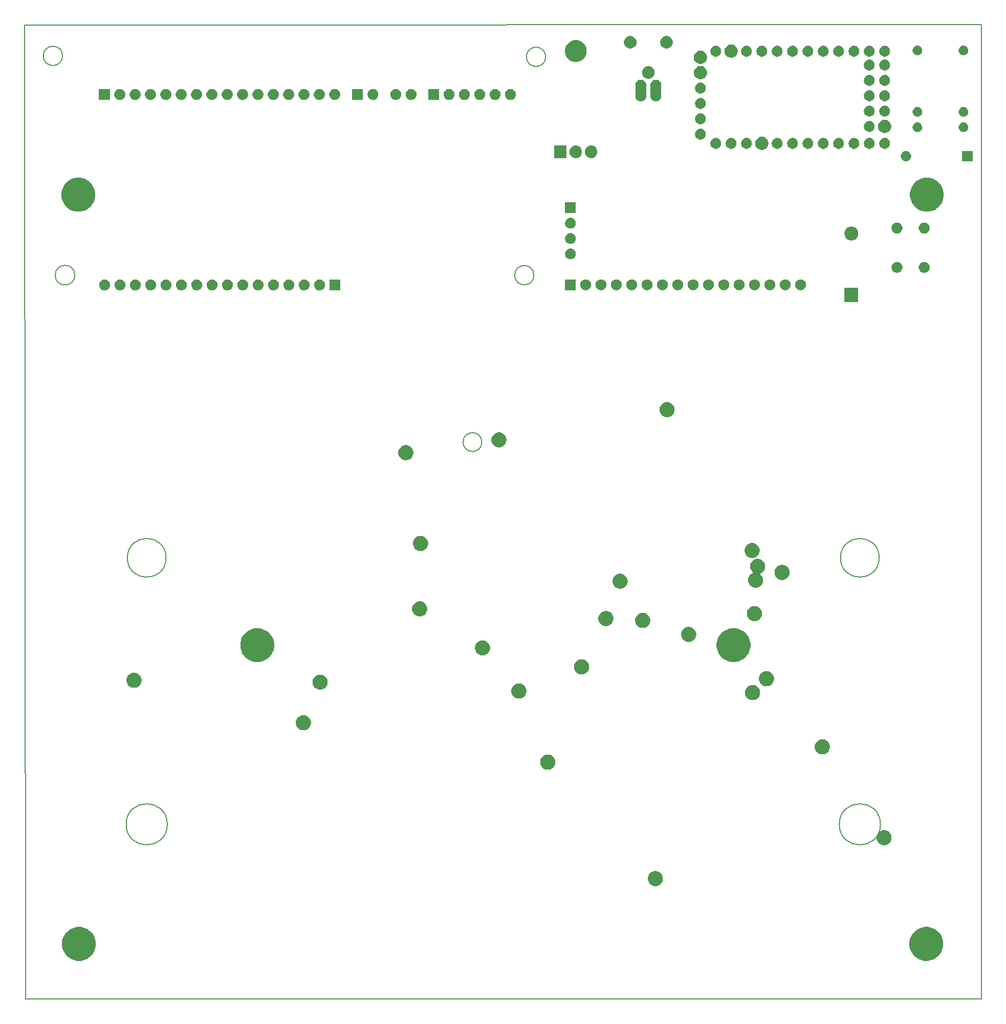
<source format=gbs>
G04 #@! TF.GenerationSoftware,KiCad,Pcbnew,(5.1.5)-3*
G04 #@! TF.CreationDate,2020-04-03T10:30:42+02:00*
G04 #@! TF.ProjectId,carecasetester,63617265-6361-4736-9574-65737465722e,rev?*
G04 #@! TF.SameCoordinates,Original*
G04 #@! TF.FileFunction,Soldermask,Bot*
G04 #@! TF.FilePolarity,Negative*
%FSLAX46Y46*%
G04 Gerber Fmt 4.6, Leading zero omitted, Abs format (unit mm)*
G04 Created by KiCad (PCBNEW (5.1.5)-3) date 2020-04-03 10:30:42*
%MOMM*%
%LPD*%
G04 APERTURE LIST*
%ADD10C,0.200000*%
%ADD11C,0.150000*%
G04 APERTURE END LIST*
D10*
X77000000Y-20080000D02*
X77000000Y-9350000D01*
X235330000Y-9300000D02*
X235330000Y-20030000D01*
X83280000Y-14450000D02*
G75*
G03X83280000Y-14450000I-1591897J0D01*
G01*
X163220000Y-14600000D02*
G75*
G03X163220000Y-14600000I-1590000J0D01*
G01*
X161280283Y-50710000D02*
G75*
G03X161280283Y-50710000I-1592180J0D01*
G01*
X85310123Y-50710000D02*
G75*
G03X85310123Y-50710000I-1622020J0D01*
G01*
X77000000Y-20080000D02*
X77150000Y-170400000D01*
X235330000Y-9300000D02*
X77000000Y-9350000D01*
X235290000Y-170410000D02*
X235330000Y-20030000D01*
X77150000Y-170400000D02*
X235290000Y-170410000D01*
X152660000Y-78311679D02*
G75*
G03X152660000Y-78311679I-1550000J0D01*
G01*
X100610000Y-141520000D02*
G75*
G03X100610000Y-141520000I-3400000J0D01*
G01*
X218610000Y-141520000D02*
G75*
G03X218610000Y-141520000I-3400000J0D01*
G01*
X218410000Y-97450000D02*
G75*
G03X218410000Y-97450000I-3200000J0D01*
G01*
X100410000Y-97450000D02*
G75*
G03X100410000Y-97450000I-3200000J0D01*
G01*
D11*
G36*
X227017021Y-158606640D02*
G01*
X227526769Y-158817785D01*
X227526771Y-158817786D01*
X227985534Y-159124321D01*
X228375679Y-159514466D01*
X228682214Y-159973229D01*
X228682215Y-159973231D01*
X228893360Y-160482979D01*
X229001000Y-161024124D01*
X229001000Y-161575876D01*
X228893360Y-162117021D01*
X228682215Y-162626769D01*
X228682214Y-162626771D01*
X228375679Y-163085534D01*
X227985534Y-163475679D01*
X227526771Y-163782214D01*
X227526770Y-163782215D01*
X227526769Y-163782215D01*
X227017021Y-163993360D01*
X226475876Y-164101000D01*
X225924124Y-164101000D01*
X225382979Y-163993360D01*
X224873231Y-163782215D01*
X224873230Y-163782215D01*
X224873229Y-163782214D01*
X224414466Y-163475679D01*
X224024321Y-163085534D01*
X223717786Y-162626771D01*
X223717785Y-162626769D01*
X223506640Y-162117021D01*
X223399000Y-161575876D01*
X223399000Y-161024124D01*
X223506640Y-160482979D01*
X223717785Y-159973231D01*
X223717786Y-159973229D01*
X224024321Y-159514466D01*
X224414466Y-159124321D01*
X224873229Y-158817786D01*
X224873231Y-158817785D01*
X225382979Y-158606640D01*
X225924124Y-158499000D01*
X226475876Y-158499000D01*
X227017021Y-158606640D01*
G37*
G36*
X86817021Y-158606640D02*
G01*
X87326769Y-158817785D01*
X87326771Y-158817786D01*
X87785534Y-159124321D01*
X88175679Y-159514466D01*
X88482214Y-159973229D01*
X88482215Y-159973231D01*
X88693360Y-160482979D01*
X88801000Y-161024124D01*
X88801000Y-161575876D01*
X88693360Y-162117021D01*
X88482215Y-162626769D01*
X88482214Y-162626771D01*
X88175679Y-163085534D01*
X87785534Y-163475679D01*
X87326771Y-163782214D01*
X87326770Y-163782215D01*
X87326769Y-163782215D01*
X86817021Y-163993360D01*
X86275876Y-164101000D01*
X85724124Y-164101000D01*
X85182979Y-163993360D01*
X84673231Y-163782215D01*
X84673230Y-163782215D01*
X84673229Y-163782214D01*
X84214466Y-163475679D01*
X83824321Y-163085534D01*
X83517786Y-162626771D01*
X83517785Y-162626769D01*
X83306640Y-162117021D01*
X83199000Y-161575876D01*
X83199000Y-161024124D01*
X83306640Y-160482979D01*
X83517785Y-159973231D01*
X83517786Y-159973229D01*
X83824321Y-159514466D01*
X84214466Y-159124321D01*
X84673229Y-158817786D01*
X84673231Y-158817785D01*
X85182979Y-158606640D01*
X85724124Y-158499000D01*
X86275876Y-158499000D01*
X86817021Y-158606640D01*
G37*
G36*
X181734610Y-149288036D02*
G01*
X181962095Y-149382264D01*
X181962097Y-149382265D01*
X182166828Y-149519062D01*
X182340938Y-149693172D01*
X182477736Y-149897905D01*
X182571964Y-150125390D01*
X182620000Y-150366884D01*
X182620000Y-150613116D01*
X182571964Y-150854610D01*
X182477736Y-151082095D01*
X182477735Y-151082097D01*
X182340938Y-151286828D01*
X182166828Y-151460938D01*
X181962097Y-151597735D01*
X181962096Y-151597736D01*
X181962095Y-151597736D01*
X181734610Y-151691964D01*
X181493116Y-151740000D01*
X181246884Y-151740000D01*
X181005390Y-151691964D01*
X180777905Y-151597736D01*
X180777904Y-151597736D01*
X180777903Y-151597735D01*
X180573172Y-151460938D01*
X180399062Y-151286828D01*
X180262265Y-151082097D01*
X180262264Y-151082095D01*
X180168036Y-150854610D01*
X180120000Y-150613116D01*
X180120000Y-150366884D01*
X180168036Y-150125390D01*
X180262264Y-149897905D01*
X180399062Y-149693172D01*
X180573172Y-149519062D01*
X180777903Y-149382265D01*
X180777905Y-149382264D01*
X181005390Y-149288036D01*
X181246884Y-149240000D01*
X181493116Y-149240000D01*
X181734610Y-149288036D01*
G37*
G36*
X219574610Y-142518036D02*
G01*
X219802095Y-142612264D01*
X219802097Y-142612265D01*
X220006828Y-142749062D01*
X220180938Y-142923172D01*
X220317736Y-143127905D01*
X220411964Y-143355390D01*
X220460000Y-143596884D01*
X220460000Y-143843116D01*
X220411964Y-144084610D01*
X220317736Y-144312095D01*
X220317735Y-144312097D01*
X220180938Y-144516828D01*
X220006828Y-144690938D01*
X219802097Y-144827735D01*
X219802096Y-144827736D01*
X219802095Y-144827736D01*
X219574610Y-144921964D01*
X219333116Y-144970000D01*
X219086884Y-144970000D01*
X218845390Y-144921964D01*
X218617905Y-144827736D01*
X218617904Y-144827736D01*
X218617903Y-144827735D01*
X218413172Y-144690938D01*
X218239062Y-144516828D01*
X218102265Y-144312097D01*
X218102264Y-144312095D01*
X218008036Y-144084610D01*
X217960000Y-143843116D01*
X217960000Y-143596884D01*
X218008036Y-143355390D01*
X218102264Y-143127905D01*
X218239062Y-142923172D01*
X218413172Y-142749062D01*
X218617903Y-142612265D01*
X218617905Y-142612264D01*
X218845390Y-142518036D01*
X219086884Y-142470000D01*
X219333116Y-142470000D01*
X219574610Y-142518036D01*
G37*
G36*
X163924610Y-130028036D02*
G01*
X164152095Y-130122264D01*
X164152097Y-130122265D01*
X164356828Y-130259062D01*
X164530938Y-130433172D01*
X164667736Y-130637905D01*
X164761964Y-130865390D01*
X164810000Y-131106884D01*
X164810000Y-131353116D01*
X164761964Y-131594610D01*
X164667736Y-131822095D01*
X164667735Y-131822097D01*
X164530938Y-132026828D01*
X164356828Y-132200938D01*
X164152097Y-132337735D01*
X164152096Y-132337736D01*
X164152095Y-132337736D01*
X163924610Y-132431964D01*
X163683116Y-132480000D01*
X163436884Y-132480000D01*
X163195390Y-132431964D01*
X162967905Y-132337736D01*
X162967904Y-132337736D01*
X162967903Y-132337735D01*
X162763172Y-132200938D01*
X162589062Y-132026828D01*
X162452265Y-131822097D01*
X162452264Y-131822095D01*
X162358036Y-131594610D01*
X162310000Y-131353116D01*
X162310000Y-131106884D01*
X162358036Y-130865390D01*
X162452264Y-130637905D01*
X162589062Y-130433172D01*
X162763172Y-130259062D01*
X162967903Y-130122265D01*
X162967905Y-130122264D01*
X163195390Y-130028036D01*
X163436884Y-129980000D01*
X163683116Y-129980000D01*
X163924610Y-130028036D01*
G37*
G36*
X209374610Y-127508036D02*
G01*
X209602095Y-127602264D01*
X209602097Y-127602265D01*
X209806828Y-127739062D01*
X209980938Y-127913172D01*
X210117736Y-128117905D01*
X210211964Y-128345390D01*
X210260000Y-128586884D01*
X210260000Y-128833116D01*
X210211964Y-129074610D01*
X210117736Y-129302095D01*
X210117735Y-129302097D01*
X209980938Y-129506828D01*
X209806828Y-129680938D01*
X209602097Y-129817735D01*
X209602096Y-129817736D01*
X209602095Y-129817736D01*
X209374610Y-129911964D01*
X209133116Y-129960000D01*
X208886884Y-129960000D01*
X208645390Y-129911964D01*
X208417905Y-129817736D01*
X208417904Y-129817736D01*
X208417903Y-129817735D01*
X208213172Y-129680938D01*
X208039062Y-129506828D01*
X207902265Y-129302097D01*
X207902264Y-129302095D01*
X207808036Y-129074610D01*
X207760000Y-128833116D01*
X207760000Y-128586884D01*
X207808036Y-128345390D01*
X207902264Y-128117905D01*
X208039062Y-127913172D01*
X208213172Y-127739062D01*
X208417903Y-127602265D01*
X208417905Y-127602264D01*
X208645390Y-127508036D01*
X208886884Y-127460000D01*
X209133116Y-127460000D01*
X209374610Y-127508036D01*
G37*
G36*
X123504610Y-123528036D02*
G01*
X123732095Y-123622264D01*
X123732097Y-123622265D01*
X123936828Y-123759062D01*
X124110938Y-123933172D01*
X124247736Y-124137905D01*
X124341964Y-124365390D01*
X124390000Y-124606884D01*
X124390000Y-124853116D01*
X124341964Y-125094610D01*
X124247736Y-125322095D01*
X124247735Y-125322097D01*
X124110938Y-125526828D01*
X123936828Y-125700938D01*
X123732097Y-125837735D01*
X123732096Y-125837736D01*
X123732095Y-125837736D01*
X123504610Y-125931964D01*
X123263116Y-125980000D01*
X123016884Y-125980000D01*
X122775390Y-125931964D01*
X122547905Y-125837736D01*
X122547904Y-125837736D01*
X122547903Y-125837735D01*
X122343172Y-125700938D01*
X122169062Y-125526828D01*
X122032265Y-125322097D01*
X122032264Y-125322095D01*
X121938036Y-125094610D01*
X121890000Y-124853116D01*
X121890000Y-124606884D01*
X121938036Y-124365390D01*
X122032264Y-124137905D01*
X122169062Y-123933172D01*
X122343172Y-123759062D01*
X122547903Y-123622265D01*
X122547905Y-123622264D01*
X122775390Y-123528036D01*
X123016884Y-123480000D01*
X123263116Y-123480000D01*
X123504610Y-123528036D01*
G37*
G36*
X197814610Y-118528036D02*
G01*
X198042095Y-118622264D01*
X198042097Y-118622265D01*
X198128503Y-118680000D01*
X198246828Y-118759062D01*
X198420938Y-118933172D01*
X198557736Y-119137905D01*
X198651964Y-119365390D01*
X198700000Y-119606884D01*
X198700000Y-119853116D01*
X198651964Y-120094610D01*
X198580628Y-120266828D01*
X198557735Y-120322097D01*
X198420938Y-120526828D01*
X198246828Y-120700938D01*
X198042097Y-120837735D01*
X198042096Y-120837736D01*
X198042095Y-120837736D01*
X197814610Y-120931964D01*
X197573116Y-120980000D01*
X197326884Y-120980000D01*
X197085390Y-120931964D01*
X196857905Y-120837736D01*
X196857904Y-120837736D01*
X196857903Y-120837735D01*
X196653172Y-120700938D01*
X196479062Y-120526828D01*
X196342265Y-120322097D01*
X196319372Y-120266828D01*
X196248036Y-120094610D01*
X196200000Y-119853116D01*
X196200000Y-119606884D01*
X196248036Y-119365390D01*
X196342264Y-119137905D01*
X196479062Y-118933172D01*
X196653172Y-118759062D01*
X196771497Y-118680000D01*
X196857903Y-118622265D01*
X196857905Y-118622264D01*
X197085390Y-118528036D01*
X197326884Y-118480000D01*
X197573116Y-118480000D01*
X197814610Y-118528036D01*
G37*
G36*
X159174610Y-118268036D02*
G01*
X159402095Y-118362264D01*
X159402097Y-118362265D01*
X159420574Y-118374611D01*
X159606828Y-118499062D01*
X159780938Y-118673172D01*
X159917736Y-118877905D01*
X160011964Y-119105390D01*
X160060000Y-119346884D01*
X160060000Y-119593116D01*
X160011964Y-119834610D01*
X159917736Y-120062095D01*
X159917735Y-120062097D01*
X159780938Y-120266828D01*
X159606828Y-120440938D01*
X159402097Y-120577735D01*
X159402096Y-120577736D01*
X159402095Y-120577736D01*
X159174610Y-120671964D01*
X158933116Y-120720000D01*
X158686884Y-120720000D01*
X158445390Y-120671964D01*
X158217905Y-120577736D01*
X158217904Y-120577736D01*
X158217903Y-120577735D01*
X158013172Y-120440938D01*
X157839062Y-120266828D01*
X157702265Y-120062097D01*
X157702264Y-120062095D01*
X157608036Y-119834610D01*
X157560000Y-119593116D01*
X157560000Y-119346884D01*
X157608036Y-119105390D01*
X157702264Y-118877905D01*
X157839062Y-118673172D01*
X158013172Y-118499062D01*
X158199426Y-118374611D01*
X158217903Y-118362265D01*
X158217905Y-118362264D01*
X158445390Y-118268036D01*
X158686884Y-118220000D01*
X158933116Y-118220000D01*
X159174610Y-118268036D01*
G37*
G36*
X126274610Y-116808036D02*
G01*
X126502095Y-116902264D01*
X126502097Y-116902265D01*
X126706828Y-117039062D01*
X126880938Y-117213172D01*
X126962602Y-117335390D01*
X127017736Y-117417905D01*
X127111964Y-117645390D01*
X127160000Y-117886884D01*
X127160000Y-118133116D01*
X127111964Y-118374610D01*
X127017736Y-118602095D01*
X127017735Y-118602097D01*
X126880938Y-118806828D01*
X126706828Y-118980938D01*
X126502097Y-119117735D01*
X126502096Y-119117736D01*
X126502095Y-119117736D01*
X126274610Y-119211964D01*
X126033116Y-119260000D01*
X125786884Y-119260000D01*
X125545390Y-119211964D01*
X125317905Y-119117736D01*
X125317904Y-119117736D01*
X125317903Y-119117735D01*
X125113172Y-118980938D01*
X124939062Y-118806828D01*
X124802265Y-118602097D01*
X124802264Y-118602095D01*
X124708036Y-118374610D01*
X124660000Y-118133116D01*
X124660000Y-117886884D01*
X124708036Y-117645390D01*
X124802264Y-117417905D01*
X124857399Y-117335390D01*
X124939062Y-117213172D01*
X125113172Y-117039062D01*
X125317903Y-116902265D01*
X125317905Y-116902264D01*
X125545390Y-116808036D01*
X125786884Y-116760000D01*
X126033116Y-116760000D01*
X126274610Y-116808036D01*
G37*
G36*
X95474610Y-116498036D02*
G01*
X95702095Y-116592264D01*
X95702097Y-116592265D01*
X95906828Y-116729062D01*
X96080938Y-116903172D01*
X96189329Y-117065390D01*
X96217736Y-117107905D01*
X96311964Y-117335390D01*
X96360000Y-117576884D01*
X96360000Y-117823116D01*
X96311964Y-118064610D01*
X96227701Y-118268037D01*
X96217735Y-118292097D01*
X96080938Y-118496828D01*
X95906828Y-118670938D01*
X95702097Y-118807735D01*
X95702096Y-118807736D01*
X95702095Y-118807736D01*
X95474610Y-118901964D01*
X95233116Y-118950000D01*
X94986884Y-118950000D01*
X94745390Y-118901964D01*
X94517905Y-118807736D01*
X94517904Y-118807736D01*
X94517903Y-118807735D01*
X94313172Y-118670938D01*
X94139062Y-118496828D01*
X94002265Y-118292097D01*
X93992299Y-118268037D01*
X93908036Y-118064610D01*
X93860000Y-117823116D01*
X93860000Y-117576884D01*
X93908036Y-117335390D01*
X94002264Y-117107905D01*
X94030672Y-117065390D01*
X94139062Y-116903172D01*
X94313172Y-116729062D01*
X94517903Y-116592265D01*
X94517905Y-116592264D01*
X94745390Y-116498036D01*
X94986884Y-116450000D01*
X95233116Y-116450000D01*
X95474610Y-116498036D01*
G37*
G36*
X200124610Y-116228036D02*
G01*
X200352095Y-116322264D01*
X200352097Y-116322265D01*
X200543266Y-116450000D01*
X200556828Y-116459062D01*
X200730938Y-116633172D01*
X200867736Y-116837905D01*
X200961964Y-117065390D01*
X201010000Y-117306884D01*
X201010000Y-117553116D01*
X200961964Y-117794610D01*
X200867736Y-118022095D01*
X200867735Y-118022097D01*
X200730938Y-118226828D01*
X200556828Y-118400938D01*
X200352097Y-118537735D01*
X200352096Y-118537736D01*
X200352095Y-118537736D01*
X200124610Y-118631964D01*
X199883116Y-118680000D01*
X199636884Y-118680000D01*
X199395390Y-118631964D01*
X199167905Y-118537736D01*
X199167904Y-118537736D01*
X199167903Y-118537735D01*
X198963172Y-118400938D01*
X198789062Y-118226828D01*
X198652265Y-118022097D01*
X198652264Y-118022095D01*
X198558036Y-117794610D01*
X198510000Y-117553116D01*
X198510000Y-117306884D01*
X198558036Y-117065390D01*
X198652264Y-116837905D01*
X198789062Y-116633172D01*
X198963172Y-116459062D01*
X198976734Y-116450000D01*
X199167903Y-116322265D01*
X199167905Y-116322264D01*
X199395390Y-116228036D01*
X199636884Y-116180000D01*
X199883116Y-116180000D01*
X200124610Y-116228036D01*
G37*
G36*
X169534610Y-114278036D02*
G01*
X169762095Y-114372264D01*
X169762097Y-114372265D01*
X169776988Y-114382215D01*
X169966828Y-114509062D01*
X170140938Y-114683172D01*
X170277736Y-114887905D01*
X170371964Y-115115390D01*
X170420000Y-115356884D01*
X170420000Y-115603116D01*
X170371964Y-115844610D01*
X170277736Y-116072095D01*
X170277735Y-116072097D01*
X170140938Y-116276828D01*
X169966828Y-116450938D01*
X169762097Y-116587735D01*
X169762096Y-116587736D01*
X169762095Y-116587736D01*
X169534610Y-116681964D01*
X169293116Y-116730000D01*
X169046884Y-116730000D01*
X168805390Y-116681964D01*
X168577905Y-116587736D01*
X168577904Y-116587736D01*
X168577903Y-116587735D01*
X168373172Y-116450938D01*
X168199062Y-116276828D01*
X168062265Y-116072097D01*
X168062264Y-116072095D01*
X167968036Y-115844610D01*
X167920000Y-115603116D01*
X167920000Y-115356884D01*
X167968036Y-115115390D01*
X168062264Y-114887905D01*
X168199062Y-114683172D01*
X168373172Y-114509062D01*
X168563012Y-114382215D01*
X168577903Y-114372265D01*
X168577905Y-114372264D01*
X168805390Y-114278036D01*
X169046884Y-114230000D01*
X169293116Y-114230000D01*
X169534610Y-114278036D01*
G37*
G36*
X116317021Y-109206640D02*
G01*
X116574211Y-109313172D01*
X116826771Y-109417786D01*
X117285534Y-109724321D01*
X117675679Y-110114466D01*
X117982214Y-110573229D01*
X117982215Y-110573231D01*
X118193360Y-111082979D01*
X118301000Y-111624124D01*
X118301000Y-112175876D01*
X118193360Y-112717021D01*
X118104273Y-112932095D01*
X117982214Y-113226771D01*
X117675679Y-113685534D01*
X117285534Y-114075679D01*
X116826771Y-114382214D01*
X116826770Y-114382215D01*
X116826769Y-114382215D01*
X116317021Y-114593360D01*
X115775876Y-114701000D01*
X115224124Y-114701000D01*
X114682979Y-114593360D01*
X114173231Y-114382215D01*
X114173230Y-114382215D01*
X114173229Y-114382214D01*
X113714466Y-114075679D01*
X113324321Y-113685534D01*
X113017786Y-113226771D01*
X112895727Y-112932095D01*
X112806640Y-112717021D01*
X112699000Y-112175876D01*
X112699000Y-111624124D01*
X112806640Y-111082979D01*
X113017785Y-110573231D01*
X113017786Y-110573229D01*
X113324321Y-110114466D01*
X113714466Y-109724321D01*
X114173229Y-109417786D01*
X114425789Y-109313172D01*
X114682979Y-109206640D01*
X115224124Y-109099000D01*
X115775876Y-109099000D01*
X116317021Y-109206640D01*
G37*
G36*
X195117021Y-109206640D02*
G01*
X195374211Y-109313172D01*
X195626771Y-109417786D01*
X196085534Y-109724321D01*
X196475679Y-110114466D01*
X196782214Y-110573229D01*
X196782215Y-110573231D01*
X196993360Y-111082979D01*
X197101000Y-111624124D01*
X197101000Y-112175876D01*
X196993360Y-112717021D01*
X196904273Y-112932095D01*
X196782214Y-113226771D01*
X196475679Y-113685534D01*
X196085534Y-114075679D01*
X195626771Y-114382214D01*
X195626770Y-114382215D01*
X195626769Y-114382215D01*
X195117021Y-114593360D01*
X194575876Y-114701000D01*
X194024124Y-114701000D01*
X193482979Y-114593360D01*
X192973231Y-114382215D01*
X192973230Y-114382215D01*
X192973229Y-114382214D01*
X192514466Y-114075679D01*
X192124321Y-113685534D01*
X191817786Y-113226771D01*
X191695727Y-112932095D01*
X191606640Y-112717021D01*
X191499000Y-112175876D01*
X191499000Y-111624124D01*
X191606640Y-111082979D01*
X191817785Y-110573231D01*
X191817786Y-110573229D01*
X192124321Y-110114466D01*
X192514466Y-109724321D01*
X192973229Y-109417786D01*
X193225789Y-109313172D01*
X193482979Y-109206640D01*
X194024124Y-109099000D01*
X194575876Y-109099000D01*
X195117021Y-109206640D01*
G37*
G36*
X153134610Y-111138036D02*
G01*
X153362095Y-111232264D01*
X153362097Y-111232265D01*
X153481373Y-111311963D01*
X153566828Y-111369062D01*
X153740938Y-111543172D01*
X153877736Y-111747905D01*
X153971964Y-111975390D01*
X154020000Y-112216884D01*
X154020000Y-112463116D01*
X153971964Y-112704610D01*
X153877736Y-112932095D01*
X153877735Y-112932097D01*
X153740938Y-113136828D01*
X153566828Y-113310938D01*
X153362097Y-113447735D01*
X153362096Y-113447736D01*
X153362095Y-113447736D01*
X153134610Y-113541964D01*
X152893116Y-113590000D01*
X152646884Y-113590000D01*
X152405390Y-113541964D01*
X152177905Y-113447736D01*
X152177904Y-113447736D01*
X152177903Y-113447735D01*
X151973172Y-113310938D01*
X151799062Y-113136828D01*
X151662265Y-112932097D01*
X151662264Y-112932095D01*
X151568036Y-112704610D01*
X151520000Y-112463116D01*
X151520000Y-112216884D01*
X151568036Y-111975390D01*
X151662264Y-111747905D01*
X151799062Y-111543172D01*
X151973172Y-111369062D01*
X152058627Y-111311963D01*
X152177903Y-111232265D01*
X152177905Y-111232264D01*
X152405390Y-111138036D01*
X152646884Y-111090000D01*
X152893116Y-111090000D01*
X153134610Y-111138036D01*
G37*
G36*
X187244610Y-108908036D02*
G01*
X187472095Y-109002264D01*
X187472097Y-109002265D01*
X187528571Y-109040000D01*
X187676828Y-109139062D01*
X187850938Y-109313172D01*
X187987736Y-109517905D01*
X188081964Y-109745390D01*
X188130000Y-109986884D01*
X188130000Y-110233116D01*
X188081964Y-110474610D01*
X187987736Y-110702095D01*
X187987735Y-110702097D01*
X187850938Y-110906828D01*
X187676828Y-111080938D01*
X187472097Y-111217735D01*
X187472096Y-111217736D01*
X187472095Y-111217736D01*
X187244610Y-111311964D01*
X187003116Y-111360000D01*
X186756884Y-111360000D01*
X186515390Y-111311964D01*
X186287905Y-111217736D01*
X186287904Y-111217736D01*
X186287903Y-111217735D01*
X186083172Y-111080938D01*
X185909062Y-110906828D01*
X185772265Y-110702097D01*
X185772264Y-110702095D01*
X185678036Y-110474610D01*
X185630000Y-110233116D01*
X185630000Y-109986884D01*
X185678036Y-109745390D01*
X185772264Y-109517905D01*
X185909062Y-109313172D01*
X186083172Y-109139062D01*
X186231429Y-109040000D01*
X186287903Y-109002265D01*
X186287905Y-109002264D01*
X186515390Y-108908036D01*
X186756884Y-108860000D01*
X187003116Y-108860000D01*
X187244610Y-108908036D01*
G37*
G36*
X179644610Y-106588036D02*
G01*
X179872095Y-106682264D01*
X179872097Y-106682265D01*
X180076828Y-106819062D01*
X180250938Y-106993172D01*
X180332602Y-107115390D01*
X180387736Y-107197905D01*
X180481964Y-107425390D01*
X180530000Y-107666884D01*
X180530000Y-107913116D01*
X180481964Y-108154610D01*
X180431339Y-108276828D01*
X180387735Y-108382097D01*
X180250938Y-108586828D01*
X180076828Y-108760938D01*
X179872097Y-108897735D01*
X179872096Y-108897736D01*
X179872095Y-108897736D01*
X179644610Y-108991964D01*
X179403116Y-109040000D01*
X179156884Y-109040000D01*
X178915390Y-108991964D01*
X178687905Y-108897736D01*
X178687904Y-108897736D01*
X178687903Y-108897735D01*
X178483172Y-108760938D01*
X178309062Y-108586828D01*
X178172265Y-108382097D01*
X178128661Y-108276828D01*
X178078036Y-108154610D01*
X178030000Y-107913116D01*
X178030000Y-107666884D01*
X178078036Y-107425390D01*
X178172264Y-107197905D01*
X178227399Y-107115390D01*
X178309062Y-106993172D01*
X178483172Y-106819062D01*
X178687903Y-106682265D01*
X178687905Y-106682264D01*
X178915390Y-106588036D01*
X179156884Y-106540000D01*
X179403116Y-106540000D01*
X179644610Y-106588036D01*
G37*
G36*
X173554610Y-106278036D02*
G01*
X173782095Y-106372264D01*
X173782097Y-106372265D01*
X173961435Y-106492095D01*
X173986828Y-106509062D01*
X174160938Y-106683172D01*
X174297736Y-106887905D01*
X174391964Y-107115390D01*
X174440000Y-107356884D01*
X174440000Y-107603116D01*
X174391964Y-107844610D01*
X174360736Y-107920000D01*
X174297735Y-108072097D01*
X174160938Y-108276828D01*
X173986828Y-108450938D01*
X173782097Y-108587735D01*
X173782096Y-108587736D01*
X173782095Y-108587736D01*
X173554610Y-108681964D01*
X173313116Y-108730000D01*
X173066884Y-108730000D01*
X172825390Y-108681964D01*
X172597905Y-108587736D01*
X172597904Y-108587736D01*
X172597903Y-108587735D01*
X172393172Y-108450938D01*
X172219062Y-108276828D01*
X172082265Y-108072097D01*
X172019264Y-107920000D01*
X171988036Y-107844610D01*
X171940000Y-107603116D01*
X171940000Y-107356884D01*
X171988036Y-107115390D01*
X172082264Y-106887905D01*
X172219062Y-106683172D01*
X172393172Y-106509062D01*
X172418565Y-106492095D01*
X172597903Y-106372265D01*
X172597905Y-106372264D01*
X172825390Y-106278036D01*
X173066884Y-106230000D01*
X173313116Y-106230000D01*
X173554610Y-106278036D01*
G37*
G36*
X198134610Y-105468036D02*
G01*
X198362095Y-105562264D01*
X198362097Y-105562265D01*
X198566828Y-105699062D01*
X198740938Y-105873172D01*
X198877736Y-106077905D01*
X198971964Y-106305390D01*
X199020000Y-106546884D01*
X199020000Y-106793116D01*
X198971964Y-107034610D01*
X198877736Y-107262095D01*
X198877735Y-107262097D01*
X198740938Y-107466828D01*
X198566828Y-107640938D01*
X198362097Y-107777735D01*
X198362096Y-107777736D01*
X198362095Y-107777736D01*
X198134610Y-107871964D01*
X197893116Y-107920000D01*
X197646884Y-107920000D01*
X197405390Y-107871964D01*
X197177905Y-107777736D01*
X197177904Y-107777736D01*
X197177903Y-107777735D01*
X196973172Y-107640938D01*
X196799062Y-107466828D01*
X196662265Y-107262097D01*
X196662264Y-107262095D01*
X196568036Y-107034610D01*
X196520000Y-106793116D01*
X196520000Y-106546884D01*
X196568036Y-106305390D01*
X196662264Y-106077905D01*
X196799062Y-105873172D01*
X196973172Y-105699062D01*
X197177903Y-105562265D01*
X197177905Y-105562264D01*
X197405390Y-105468036D01*
X197646884Y-105420000D01*
X197893116Y-105420000D01*
X198134610Y-105468036D01*
G37*
G36*
X142744610Y-104698036D02*
G01*
X142972095Y-104792264D01*
X142972097Y-104792265D01*
X143176828Y-104929062D01*
X143350938Y-105103172D01*
X143487736Y-105307905D01*
X143581964Y-105535390D01*
X143630000Y-105776884D01*
X143630000Y-106023116D01*
X143581964Y-106264610D01*
X143487736Y-106492095D01*
X143487735Y-106492097D01*
X143350938Y-106696828D01*
X143176828Y-106870938D01*
X142972097Y-107007735D01*
X142972096Y-107007736D01*
X142972095Y-107007736D01*
X142744610Y-107101964D01*
X142503116Y-107150000D01*
X142256884Y-107150000D01*
X142015390Y-107101964D01*
X141787905Y-107007736D01*
X141787904Y-107007736D01*
X141787903Y-107007735D01*
X141583172Y-106870938D01*
X141409062Y-106696828D01*
X141272265Y-106492097D01*
X141272264Y-106492095D01*
X141178036Y-106264610D01*
X141130000Y-106023116D01*
X141130000Y-105776884D01*
X141178036Y-105535390D01*
X141272264Y-105307905D01*
X141409062Y-105103172D01*
X141583172Y-104929062D01*
X141787903Y-104792265D01*
X141787905Y-104792264D01*
X142015390Y-104698036D01*
X142256884Y-104650000D01*
X142503116Y-104650000D01*
X142744610Y-104698036D01*
G37*
G36*
X175904610Y-100108036D02*
G01*
X176099117Y-100188604D01*
X176132097Y-100202265D01*
X176150574Y-100214611D01*
X176336828Y-100339062D01*
X176510938Y-100513172D01*
X176647736Y-100717905D01*
X176741964Y-100945390D01*
X176790000Y-101186884D01*
X176790000Y-101433116D01*
X176741964Y-101674610D01*
X176722294Y-101722097D01*
X176647735Y-101902097D01*
X176510938Y-102106828D01*
X176336828Y-102280938D01*
X176132097Y-102417735D01*
X176132096Y-102417736D01*
X176132095Y-102417736D01*
X175904610Y-102511964D01*
X175663116Y-102560000D01*
X175416884Y-102560000D01*
X175175390Y-102511964D01*
X174947905Y-102417736D01*
X174947904Y-102417736D01*
X174947903Y-102417735D01*
X174743172Y-102280938D01*
X174569062Y-102106828D01*
X174432265Y-101902097D01*
X174357706Y-101722097D01*
X174338036Y-101674610D01*
X174290000Y-101433116D01*
X174290000Y-101186884D01*
X174338036Y-100945390D01*
X174432264Y-100717905D01*
X174569062Y-100513172D01*
X174743172Y-100339062D01*
X174929426Y-100214611D01*
X174947903Y-100202265D01*
X174980883Y-100188604D01*
X175175390Y-100108036D01*
X175416884Y-100060000D01*
X175663116Y-100060000D01*
X175904610Y-100108036D01*
G37*
G36*
X198664610Y-97648036D02*
G01*
X198892095Y-97742264D01*
X198892097Y-97742265D01*
X199096828Y-97879062D01*
X199270938Y-98053172D01*
X199407736Y-98257905D01*
X199501964Y-98485390D01*
X199550000Y-98726884D01*
X199550000Y-98973116D01*
X199501964Y-99214610D01*
X199407736Y-99442095D01*
X199407735Y-99442097D01*
X199270938Y-99646828D01*
X199096828Y-99820938D01*
X198892097Y-99957735D01*
X198826922Y-99984732D01*
X198805311Y-99996284D01*
X198786370Y-100011829D01*
X198770825Y-100030771D01*
X198759274Y-100052382D01*
X198752161Y-100075831D01*
X198749759Y-100100217D01*
X198752161Y-100124603D01*
X198759274Y-100148052D01*
X198770826Y-100169663D01*
X198786370Y-100188604D01*
X198930938Y-100333172D01*
X199067736Y-100537905D01*
X199161964Y-100765390D01*
X199210000Y-101006884D01*
X199210000Y-101253116D01*
X199161964Y-101494610D01*
X199067736Y-101722095D01*
X199067735Y-101722097D01*
X198930938Y-101926828D01*
X198756828Y-102100938D01*
X198552097Y-102237735D01*
X198552096Y-102237736D01*
X198552095Y-102237736D01*
X198324610Y-102331964D01*
X198083116Y-102380000D01*
X197836884Y-102380000D01*
X197595390Y-102331964D01*
X197367905Y-102237736D01*
X197367904Y-102237736D01*
X197367903Y-102237735D01*
X197163172Y-102100938D01*
X196989062Y-101926828D01*
X196852265Y-101722097D01*
X196852264Y-101722095D01*
X196758036Y-101494610D01*
X196710000Y-101253116D01*
X196710000Y-101006884D01*
X196758036Y-100765390D01*
X196852264Y-100537905D01*
X196989062Y-100333172D01*
X197163172Y-100159062D01*
X197367903Y-100022265D01*
X197433078Y-99995268D01*
X197454689Y-99983716D01*
X197473630Y-99968171D01*
X197489175Y-99949229D01*
X197500726Y-99927618D01*
X197507839Y-99904169D01*
X197510241Y-99879783D01*
X197507839Y-99855397D01*
X197500726Y-99831948D01*
X197489174Y-99810337D01*
X197473630Y-99791396D01*
X197329062Y-99646828D01*
X197192265Y-99442097D01*
X197192264Y-99442095D01*
X197098036Y-99214610D01*
X197050000Y-98973116D01*
X197050000Y-98726884D01*
X197098036Y-98485390D01*
X197192264Y-98257905D01*
X197329062Y-98053172D01*
X197503172Y-97879062D01*
X197707903Y-97742265D01*
X197707905Y-97742264D01*
X197935390Y-97648036D01*
X198176884Y-97600000D01*
X198423116Y-97600000D01*
X198664610Y-97648036D01*
G37*
G36*
X202704610Y-98648036D02*
G01*
X202894969Y-98726886D01*
X202932097Y-98742265D01*
X203136828Y-98879062D01*
X203310938Y-99053172D01*
X203418808Y-99214610D01*
X203447736Y-99257905D01*
X203541964Y-99485390D01*
X203590000Y-99726884D01*
X203590000Y-99973116D01*
X203541964Y-100214610D01*
X203490414Y-100339062D01*
X203447735Y-100442097D01*
X203310938Y-100646828D01*
X203136828Y-100820938D01*
X202932097Y-100957735D01*
X202932096Y-100957736D01*
X202932095Y-100957736D01*
X202704610Y-101051964D01*
X202463116Y-101100000D01*
X202216884Y-101100000D01*
X201975390Y-101051964D01*
X201747905Y-100957736D01*
X201747904Y-100957736D01*
X201747903Y-100957735D01*
X201543172Y-100820938D01*
X201369062Y-100646828D01*
X201232265Y-100442097D01*
X201189586Y-100339062D01*
X201138036Y-100214610D01*
X201090000Y-99973116D01*
X201090000Y-99726884D01*
X201138036Y-99485390D01*
X201232264Y-99257905D01*
X201261193Y-99214610D01*
X201369062Y-99053172D01*
X201543172Y-98879062D01*
X201747903Y-98742265D01*
X201785031Y-98726886D01*
X201975390Y-98648036D01*
X202216884Y-98600000D01*
X202463116Y-98600000D01*
X202704610Y-98648036D01*
G37*
G36*
X197744610Y-95028036D02*
G01*
X197972095Y-95122264D01*
X197972097Y-95122265D01*
X198078130Y-95193114D01*
X198176828Y-95259062D01*
X198350938Y-95433172D01*
X198487736Y-95637905D01*
X198581964Y-95865390D01*
X198630000Y-96106884D01*
X198630000Y-96353116D01*
X198581964Y-96594610D01*
X198487736Y-96822095D01*
X198487735Y-96822097D01*
X198350938Y-97026828D01*
X198176828Y-97200938D01*
X197972097Y-97337735D01*
X197972096Y-97337736D01*
X197972095Y-97337736D01*
X197744610Y-97431964D01*
X197503116Y-97480000D01*
X197256884Y-97480000D01*
X197015390Y-97431964D01*
X196787905Y-97337736D01*
X196787904Y-97337736D01*
X196787903Y-97337735D01*
X196583172Y-97200938D01*
X196409062Y-97026828D01*
X196272265Y-96822097D01*
X196272264Y-96822095D01*
X196178036Y-96594610D01*
X196130000Y-96353116D01*
X196130000Y-96106884D01*
X196178036Y-95865390D01*
X196272264Y-95637905D01*
X196409062Y-95433172D01*
X196583172Y-95259062D01*
X196681870Y-95193114D01*
X196787903Y-95122265D01*
X196787905Y-95122264D01*
X197015390Y-95028036D01*
X197256884Y-94980000D01*
X197503116Y-94980000D01*
X197744610Y-95028036D01*
G37*
G36*
X142874610Y-93868036D02*
G01*
X143102095Y-93962264D01*
X143102097Y-93962265D01*
X143306828Y-94099062D01*
X143480938Y-94273172D01*
X143617736Y-94477905D01*
X143711964Y-94705390D01*
X143760000Y-94946884D01*
X143760000Y-95193116D01*
X143711964Y-95434610D01*
X143627757Y-95637903D01*
X143617735Y-95662097D01*
X143480938Y-95866828D01*
X143306828Y-96040938D01*
X143102097Y-96177735D01*
X143102096Y-96177736D01*
X143102095Y-96177736D01*
X142874610Y-96271964D01*
X142633116Y-96320000D01*
X142386884Y-96320000D01*
X142145390Y-96271964D01*
X141917905Y-96177736D01*
X141917904Y-96177736D01*
X141917903Y-96177735D01*
X141713172Y-96040938D01*
X141539062Y-95866828D01*
X141402265Y-95662097D01*
X141392243Y-95637903D01*
X141308036Y-95434610D01*
X141260000Y-95193116D01*
X141260000Y-94946884D01*
X141308036Y-94705390D01*
X141402264Y-94477905D01*
X141539062Y-94273172D01*
X141713172Y-94099062D01*
X141917903Y-93962265D01*
X141917905Y-93962264D01*
X142145390Y-93868036D01*
X142386884Y-93820000D01*
X142633116Y-93820000D01*
X142874610Y-93868036D01*
G37*
G36*
X140454610Y-78858036D02*
G01*
X140682095Y-78952264D01*
X140682097Y-78952265D01*
X140824978Y-79047735D01*
X140886828Y-79089062D01*
X141060938Y-79263172D01*
X141197736Y-79467905D01*
X141291964Y-79695390D01*
X141340000Y-79936884D01*
X141340000Y-80183116D01*
X141291964Y-80424610D01*
X141197736Y-80652095D01*
X141197735Y-80652097D01*
X141060938Y-80856828D01*
X140886828Y-81030938D01*
X140682097Y-81167735D01*
X140682096Y-81167736D01*
X140682095Y-81167736D01*
X140454610Y-81261964D01*
X140213116Y-81310000D01*
X139966884Y-81310000D01*
X139725390Y-81261964D01*
X139497905Y-81167736D01*
X139497904Y-81167736D01*
X139497903Y-81167735D01*
X139293172Y-81030938D01*
X139119062Y-80856828D01*
X138982265Y-80652097D01*
X138982264Y-80652095D01*
X138888036Y-80424610D01*
X138840000Y-80183116D01*
X138840000Y-79936884D01*
X138888036Y-79695390D01*
X138982264Y-79467905D01*
X139119062Y-79263172D01*
X139293172Y-79089062D01*
X139355022Y-79047735D01*
X139497903Y-78952265D01*
X139497905Y-78952264D01*
X139725390Y-78858036D01*
X139966884Y-78810000D01*
X140213116Y-78810000D01*
X140454610Y-78858036D01*
G37*
G36*
X155854610Y-76738036D02*
G01*
X156082095Y-76832264D01*
X156082097Y-76832265D01*
X156286828Y-76969062D01*
X156460938Y-77143172D01*
X156597736Y-77347905D01*
X156691964Y-77575390D01*
X156740000Y-77816884D01*
X156740000Y-78063116D01*
X156691964Y-78304610D01*
X156597736Y-78532095D01*
X156597735Y-78532097D01*
X156460938Y-78736828D01*
X156286828Y-78910938D01*
X156082097Y-79047735D01*
X156082096Y-79047736D01*
X156082095Y-79047736D01*
X155854610Y-79141964D01*
X155613116Y-79190000D01*
X155366884Y-79190000D01*
X155125390Y-79141964D01*
X154897905Y-79047736D01*
X154897904Y-79047736D01*
X154897903Y-79047735D01*
X154693172Y-78910938D01*
X154519062Y-78736828D01*
X154382265Y-78532097D01*
X154382264Y-78532095D01*
X154288036Y-78304610D01*
X154240000Y-78063116D01*
X154240000Y-77816884D01*
X154288036Y-77575390D01*
X154382264Y-77347905D01*
X154519062Y-77143172D01*
X154693172Y-76969062D01*
X154897903Y-76832265D01*
X154897905Y-76832264D01*
X155125390Y-76738036D01*
X155366884Y-76690000D01*
X155613116Y-76690000D01*
X155854610Y-76738036D01*
G37*
G36*
X183674610Y-71748036D02*
G01*
X183902095Y-71842264D01*
X183902097Y-71842265D01*
X184106828Y-71979062D01*
X184280938Y-72153172D01*
X184417736Y-72357905D01*
X184511964Y-72585390D01*
X184560000Y-72826884D01*
X184560000Y-73073116D01*
X184511964Y-73314610D01*
X184417736Y-73542095D01*
X184417735Y-73542097D01*
X184280938Y-73746828D01*
X184106828Y-73920938D01*
X183902097Y-74057735D01*
X183902096Y-74057736D01*
X183902095Y-74057736D01*
X183674610Y-74151964D01*
X183433116Y-74200000D01*
X183186884Y-74200000D01*
X182945390Y-74151964D01*
X182717905Y-74057736D01*
X182717904Y-74057736D01*
X182717903Y-74057735D01*
X182513172Y-73920938D01*
X182339062Y-73746828D01*
X182202265Y-73542097D01*
X182202264Y-73542095D01*
X182108036Y-73314610D01*
X182060000Y-73073116D01*
X182060000Y-72826884D01*
X182108036Y-72585390D01*
X182202264Y-72357905D01*
X182339062Y-72153172D01*
X182513172Y-71979062D01*
X182717903Y-71842265D01*
X182717905Y-71842264D01*
X182945390Y-71748036D01*
X183186884Y-71700000D01*
X183433116Y-71700000D01*
X183674610Y-71748036D01*
G37*
G36*
X214961000Y-55131000D02*
G01*
X212659000Y-55131000D01*
X212659000Y-52829000D01*
X214961000Y-52829000D01*
X214961000Y-55131000D01*
G37*
G36*
X129241000Y-53211000D02*
G01*
X127439000Y-53211000D01*
X127439000Y-51409000D01*
X129241000Y-51409000D01*
X129241000Y-53211000D01*
G37*
G36*
X125913512Y-51413927D02*
G01*
X126062812Y-51443624D01*
X126226784Y-51511544D01*
X126374354Y-51610147D01*
X126499853Y-51735646D01*
X126598456Y-51883216D01*
X126666376Y-52047188D01*
X126701000Y-52221259D01*
X126701000Y-52398741D01*
X126666376Y-52572812D01*
X126598456Y-52736784D01*
X126499853Y-52884354D01*
X126374354Y-53009853D01*
X126226784Y-53108456D01*
X126062812Y-53176376D01*
X125913512Y-53206073D01*
X125888742Y-53211000D01*
X125711258Y-53211000D01*
X125686488Y-53206073D01*
X125537188Y-53176376D01*
X125373216Y-53108456D01*
X125225646Y-53009853D01*
X125100147Y-52884354D01*
X125001544Y-52736784D01*
X124933624Y-52572812D01*
X124899000Y-52398741D01*
X124899000Y-52221259D01*
X124933624Y-52047188D01*
X125001544Y-51883216D01*
X125100147Y-51735646D01*
X125225646Y-51610147D01*
X125373216Y-51511544D01*
X125537188Y-51443624D01*
X125686488Y-51413927D01*
X125711258Y-51409000D01*
X125888742Y-51409000D01*
X125913512Y-51413927D01*
G37*
G36*
X123373512Y-51413927D02*
G01*
X123522812Y-51443624D01*
X123686784Y-51511544D01*
X123834354Y-51610147D01*
X123959853Y-51735646D01*
X124058456Y-51883216D01*
X124126376Y-52047188D01*
X124161000Y-52221259D01*
X124161000Y-52398741D01*
X124126376Y-52572812D01*
X124058456Y-52736784D01*
X123959853Y-52884354D01*
X123834354Y-53009853D01*
X123686784Y-53108456D01*
X123522812Y-53176376D01*
X123373512Y-53206073D01*
X123348742Y-53211000D01*
X123171258Y-53211000D01*
X123146488Y-53206073D01*
X122997188Y-53176376D01*
X122833216Y-53108456D01*
X122685646Y-53009853D01*
X122560147Y-52884354D01*
X122461544Y-52736784D01*
X122393624Y-52572812D01*
X122359000Y-52398741D01*
X122359000Y-52221259D01*
X122393624Y-52047188D01*
X122461544Y-51883216D01*
X122560147Y-51735646D01*
X122685646Y-51610147D01*
X122833216Y-51511544D01*
X122997188Y-51443624D01*
X123146488Y-51413927D01*
X123171258Y-51409000D01*
X123348742Y-51409000D01*
X123373512Y-51413927D01*
G37*
G36*
X120833512Y-51413927D02*
G01*
X120982812Y-51443624D01*
X121146784Y-51511544D01*
X121294354Y-51610147D01*
X121419853Y-51735646D01*
X121518456Y-51883216D01*
X121586376Y-52047188D01*
X121621000Y-52221259D01*
X121621000Y-52398741D01*
X121586376Y-52572812D01*
X121518456Y-52736784D01*
X121419853Y-52884354D01*
X121294354Y-53009853D01*
X121146784Y-53108456D01*
X120982812Y-53176376D01*
X120833512Y-53206073D01*
X120808742Y-53211000D01*
X120631258Y-53211000D01*
X120606488Y-53206073D01*
X120457188Y-53176376D01*
X120293216Y-53108456D01*
X120145646Y-53009853D01*
X120020147Y-52884354D01*
X119921544Y-52736784D01*
X119853624Y-52572812D01*
X119819000Y-52398741D01*
X119819000Y-52221259D01*
X119853624Y-52047188D01*
X119921544Y-51883216D01*
X120020147Y-51735646D01*
X120145646Y-51610147D01*
X120293216Y-51511544D01*
X120457188Y-51443624D01*
X120606488Y-51413927D01*
X120631258Y-51409000D01*
X120808742Y-51409000D01*
X120833512Y-51413927D01*
G37*
G36*
X118293512Y-51413927D02*
G01*
X118442812Y-51443624D01*
X118606784Y-51511544D01*
X118754354Y-51610147D01*
X118879853Y-51735646D01*
X118978456Y-51883216D01*
X119046376Y-52047188D01*
X119081000Y-52221259D01*
X119081000Y-52398741D01*
X119046376Y-52572812D01*
X118978456Y-52736784D01*
X118879853Y-52884354D01*
X118754354Y-53009853D01*
X118606784Y-53108456D01*
X118442812Y-53176376D01*
X118293512Y-53206073D01*
X118268742Y-53211000D01*
X118091258Y-53211000D01*
X118066488Y-53206073D01*
X117917188Y-53176376D01*
X117753216Y-53108456D01*
X117605646Y-53009853D01*
X117480147Y-52884354D01*
X117381544Y-52736784D01*
X117313624Y-52572812D01*
X117279000Y-52398741D01*
X117279000Y-52221259D01*
X117313624Y-52047188D01*
X117381544Y-51883216D01*
X117480147Y-51735646D01*
X117605646Y-51610147D01*
X117753216Y-51511544D01*
X117917188Y-51443624D01*
X118066488Y-51413927D01*
X118091258Y-51409000D01*
X118268742Y-51409000D01*
X118293512Y-51413927D01*
G37*
G36*
X115753512Y-51413927D02*
G01*
X115902812Y-51443624D01*
X116066784Y-51511544D01*
X116214354Y-51610147D01*
X116339853Y-51735646D01*
X116438456Y-51883216D01*
X116506376Y-52047188D01*
X116541000Y-52221259D01*
X116541000Y-52398741D01*
X116506376Y-52572812D01*
X116438456Y-52736784D01*
X116339853Y-52884354D01*
X116214354Y-53009853D01*
X116066784Y-53108456D01*
X115902812Y-53176376D01*
X115753512Y-53206073D01*
X115728742Y-53211000D01*
X115551258Y-53211000D01*
X115526488Y-53206073D01*
X115377188Y-53176376D01*
X115213216Y-53108456D01*
X115065646Y-53009853D01*
X114940147Y-52884354D01*
X114841544Y-52736784D01*
X114773624Y-52572812D01*
X114739000Y-52398741D01*
X114739000Y-52221259D01*
X114773624Y-52047188D01*
X114841544Y-51883216D01*
X114940147Y-51735646D01*
X115065646Y-51610147D01*
X115213216Y-51511544D01*
X115377188Y-51443624D01*
X115526488Y-51413927D01*
X115551258Y-51409000D01*
X115728742Y-51409000D01*
X115753512Y-51413927D01*
G37*
G36*
X113213512Y-51413927D02*
G01*
X113362812Y-51443624D01*
X113526784Y-51511544D01*
X113674354Y-51610147D01*
X113799853Y-51735646D01*
X113898456Y-51883216D01*
X113966376Y-52047188D01*
X114001000Y-52221259D01*
X114001000Y-52398741D01*
X113966376Y-52572812D01*
X113898456Y-52736784D01*
X113799853Y-52884354D01*
X113674354Y-53009853D01*
X113526784Y-53108456D01*
X113362812Y-53176376D01*
X113213512Y-53206073D01*
X113188742Y-53211000D01*
X113011258Y-53211000D01*
X112986488Y-53206073D01*
X112837188Y-53176376D01*
X112673216Y-53108456D01*
X112525646Y-53009853D01*
X112400147Y-52884354D01*
X112301544Y-52736784D01*
X112233624Y-52572812D01*
X112199000Y-52398741D01*
X112199000Y-52221259D01*
X112233624Y-52047188D01*
X112301544Y-51883216D01*
X112400147Y-51735646D01*
X112525646Y-51610147D01*
X112673216Y-51511544D01*
X112837188Y-51443624D01*
X112986488Y-51413927D01*
X113011258Y-51409000D01*
X113188742Y-51409000D01*
X113213512Y-51413927D01*
G37*
G36*
X110673512Y-51413927D02*
G01*
X110822812Y-51443624D01*
X110986784Y-51511544D01*
X111134354Y-51610147D01*
X111259853Y-51735646D01*
X111358456Y-51883216D01*
X111426376Y-52047188D01*
X111461000Y-52221259D01*
X111461000Y-52398741D01*
X111426376Y-52572812D01*
X111358456Y-52736784D01*
X111259853Y-52884354D01*
X111134354Y-53009853D01*
X110986784Y-53108456D01*
X110822812Y-53176376D01*
X110673512Y-53206073D01*
X110648742Y-53211000D01*
X110471258Y-53211000D01*
X110446488Y-53206073D01*
X110297188Y-53176376D01*
X110133216Y-53108456D01*
X109985646Y-53009853D01*
X109860147Y-52884354D01*
X109761544Y-52736784D01*
X109693624Y-52572812D01*
X109659000Y-52398741D01*
X109659000Y-52221259D01*
X109693624Y-52047188D01*
X109761544Y-51883216D01*
X109860147Y-51735646D01*
X109985646Y-51610147D01*
X110133216Y-51511544D01*
X110297188Y-51443624D01*
X110446488Y-51413927D01*
X110471258Y-51409000D01*
X110648742Y-51409000D01*
X110673512Y-51413927D01*
G37*
G36*
X105593512Y-51413927D02*
G01*
X105742812Y-51443624D01*
X105906784Y-51511544D01*
X106054354Y-51610147D01*
X106179853Y-51735646D01*
X106278456Y-51883216D01*
X106346376Y-52047188D01*
X106381000Y-52221259D01*
X106381000Y-52398741D01*
X106346376Y-52572812D01*
X106278456Y-52736784D01*
X106179853Y-52884354D01*
X106054354Y-53009853D01*
X105906784Y-53108456D01*
X105742812Y-53176376D01*
X105593512Y-53206073D01*
X105568742Y-53211000D01*
X105391258Y-53211000D01*
X105366488Y-53206073D01*
X105217188Y-53176376D01*
X105053216Y-53108456D01*
X104905646Y-53009853D01*
X104780147Y-52884354D01*
X104681544Y-52736784D01*
X104613624Y-52572812D01*
X104579000Y-52398741D01*
X104579000Y-52221259D01*
X104613624Y-52047188D01*
X104681544Y-51883216D01*
X104780147Y-51735646D01*
X104905646Y-51610147D01*
X105053216Y-51511544D01*
X105217188Y-51443624D01*
X105366488Y-51413927D01*
X105391258Y-51409000D01*
X105568742Y-51409000D01*
X105593512Y-51413927D01*
G37*
G36*
X103053512Y-51413927D02*
G01*
X103202812Y-51443624D01*
X103366784Y-51511544D01*
X103514354Y-51610147D01*
X103639853Y-51735646D01*
X103738456Y-51883216D01*
X103806376Y-52047188D01*
X103841000Y-52221259D01*
X103841000Y-52398741D01*
X103806376Y-52572812D01*
X103738456Y-52736784D01*
X103639853Y-52884354D01*
X103514354Y-53009853D01*
X103366784Y-53108456D01*
X103202812Y-53176376D01*
X103053512Y-53206073D01*
X103028742Y-53211000D01*
X102851258Y-53211000D01*
X102826488Y-53206073D01*
X102677188Y-53176376D01*
X102513216Y-53108456D01*
X102365646Y-53009853D01*
X102240147Y-52884354D01*
X102141544Y-52736784D01*
X102073624Y-52572812D01*
X102039000Y-52398741D01*
X102039000Y-52221259D01*
X102073624Y-52047188D01*
X102141544Y-51883216D01*
X102240147Y-51735646D01*
X102365646Y-51610147D01*
X102513216Y-51511544D01*
X102677188Y-51443624D01*
X102826488Y-51413927D01*
X102851258Y-51409000D01*
X103028742Y-51409000D01*
X103053512Y-51413927D01*
G37*
G36*
X100513512Y-51413927D02*
G01*
X100662812Y-51443624D01*
X100826784Y-51511544D01*
X100974354Y-51610147D01*
X101099853Y-51735646D01*
X101198456Y-51883216D01*
X101266376Y-52047188D01*
X101301000Y-52221259D01*
X101301000Y-52398741D01*
X101266376Y-52572812D01*
X101198456Y-52736784D01*
X101099853Y-52884354D01*
X100974354Y-53009853D01*
X100826784Y-53108456D01*
X100662812Y-53176376D01*
X100513512Y-53206073D01*
X100488742Y-53211000D01*
X100311258Y-53211000D01*
X100286488Y-53206073D01*
X100137188Y-53176376D01*
X99973216Y-53108456D01*
X99825646Y-53009853D01*
X99700147Y-52884354D01*
X99601544Y-52736784D01*
X99533624Y-52572812D01*
X99499000Y-52398741D01*
X99499000Y-52221259D01*
X99533624Y-52047188D01*
X99601544Y-51883216D01*
X99700147Y-51735646D01*
X99825646Y-51610147D01*
X99973216Y-51511544D01*
X100137188Y-51443624D01*
X100286488Y-51413927D01*
X100311258Y-51409000D01*
X100488742Y-51409000D01*
X100513512Y-51413927D01*
G37*
G36*
X97973512Y-51413927D02*
G01*
X98122812Y-51443624D01*
X98286784Y-51511544D01*
X98434354Y-51610147D01*
X98559853Y-51735646D01*
X98658456Y-51883216D01*
X98726376Y-52047188D01*
X98761000Y-52221259D01*
X98761000Y-52398741D01*
X98726376Y-52572812D01*
X98658456Y-52736784D01*
X98559853Y-52884354D01*
X98434354Y-53009853D01*
X98286784Y-53108456D01*
X98122812Y-53176376D01*
X97973512Y-53206073D01*
X97948742Y-53211000D01*
X97771258Y-53211000D01*
X97746488Y-53206073D01*
X97597188Y-53176376D01*
X97433216Y-53108456D01*
X97285646Y-53009853D01*
X97160147Y-52884354D01*
X97061544Y-52736784D01*
X96993624Y-52572812D01*
X96959000Y-52398741D01*
X96959000Y-52221259D01*
X96993624Y-52047188D01*
X97061544Y-51883216D01*
X97160147Y-51735646D01*
X97285646Y-51610147D01*
X97433216Y-51511544D01*
X97597188Y-51443624D01*
X97746488Y-51413927D01*
X97771258Y-51409000D01*
X97948742Y-51409000D01*
X97973512Y-51413927D01*
G37*
G36*
X95433512Y-51413927D02*
G01*
X95582812Y-51443624D01*
X95746784Y-51511544D01*
X95894354Y-51610147D01*
X96019853Y-51735646D01*
X96118456Y-51883216D01*
X96186376Y-52047188D01*
X96221000Y-52221259D01*
X96221000Y-52398741D01*
X96186376Y-52572812D01*
X96118456Y-52736784D01*
X96019853Y-52884354D01*
X95894354Y-53009853D01*
X95746784Y-53108456D01*
X95582812Y-53176376D01*
X95433512Y-53206073D01*
X95408742Y-53211000D01*
X95231258Y-53211000D01*
X95206488Y-53206073D01*
X95057188Y-53176376D01*
X94893216Y-53108456D01*
X94745646Y-53009853D01*
X94620147Y-52884354D01*
X94521544Y-52736784D01*
X94453624Y-52572812D01*
X94419000Y-52398741D01*
X94419000Y-52221259D01*
X94453624Y-52047188D01*
X94521544Y-51883216D01*
X94620147Y-51735646D01*
X94745646Y-51610147D01*
X94893216Y-51511544D01*
X95057188Y-51443624D01*
X95206488Y-51413927D01*
X95231258Y-51409000D01*
X95408742Y-51409000D01*
X95433512Y-51413927D01*
G37*
G36*
X92893512Y-51413927D02*
G01*
X93042812Y-51443624D01*
X93206784Y-51511544D01*
X93354354Y-51610147D01*
X93479853Y-51735646D01*
X93578456Y-51883216D01*
X93646376Y-52047188D01*
X93681000Y-52221259D01*
X93681000Y-52398741D01*
X93646376Y-52572812D01*
X93578456Y-52736784D01*
X93479853Y-52884354D01*
X93354354Y-53009853D01*
X93206784Y-53108456D01*
X93042812Y-53176376D01*
X92893512Y-53206073D01*
X92868742Y-53211000D01*
X92691258Y-53211000D01*
X92666488Y-53206073D01*
X92517188Y-53176376D01*
X92353216Y-53108456D01*
X92205646Y-53009853D01*
X92080147Y-52884354D01*
X91981544Y-52736784D01*
X91913624Y-52572812D01*
X91879000Y-52398741D01*
X91879000Y-52221259D01*
X91913624Y-52047188D01*
X91981544Y-51883216D01*
X92080147Y-51735646D01*
X92205646Y-51610147D01*
X92353216Y-51511544D01*
X92517188Y-51443624D01*
X92666488Y-51413927D01*
X92691258Y-51409000D01*
X92868742Y-51409000D01*
X92893512Y-51413927D01*
G37*
G36*
X90353512Y-51413927D02*
G01*
X90502812Y-51443624D01*
X90666784Y-51511544D01*
X90814354Y-51610147D01*
X90939853Y-51735646D01*
X91038456Y-51883216D01*
X91106376Y-52047188D01*
X91141000Y-52221259D01*
X91141000Y-52398741D01*
X91106376Y-52572812D01*
X91038456Y-52736784D01*
X90939853Y-52884354D01*
X90814354Y-53009853D01*
X90666784Y-53108456D01*
X90502812Y-53176376D01*
X90353512Y-53206073D01*
X90328742Y-53211000D01*
X90151258Y-53211000D01*
X90126488Y-53206073D01*
X89977188Y-53176376D01*
X89813216Y-53108456D01*
X89665646Y-53009853D01*
X89540147Y-52884354D01*
X89441544Y-52736784D01*
X89373624Y-52572812D01*
X89339000Y-52398741D01*
X89339000Y-52221259D01*
X89373624Y-52047188D01*
X89441544Y-51883216D01*
X89540147Y-51735646D01*
X89665646Y-51610147D01*
X89813216Y-51511544D01*
X89977188Y-51443624D01*
X90126488Y-51413927D01*
X90151258Y-51409000D01*
X90328742Y-51409000D01*
X90353512Y-51413927D01*
G37*
G36*
X108133512Y-51413927D02*
G01*
X108282812Y-51443624D01*
X108446784Y-51511544D01*
X108594354Y-51610147D01*
X108719853Y-51735646D01*
X108818456Y-51883216D01*
X108886376Y-52047188D01*
X108921000Y-52221259D01*
X108921000Y-52398741D01*
X108886376Y-52572812D01*
X108818456Y-52736784D01*
X108719853Y-52884354D01*
X108594354Y-53009853D01*
X108446784Y-53108456D01*
X108282812Y-53176376D01*
X108133512Y-53206073D01*
X108108742Y-53211000D01*
X107931258Y-53211000D01*
X107906488Y-53206073D01*
X107757188Y-53176376D01*
X107593216Y-53108456D01*
X107445646Y-53009853D01*
X107320147Y-52884354D01*
X107221544Y-52736784D01*
X107153624Y-52572812D01*
X107119000Y-52398741D01*
X107119000Y-52221259D01*
X107153624Y-52047188D01*
X107221544Y-51883216D01*
X107320147Y-51735646D01*
X107445646Y-51610147D01*
X107593216Y-51511544D01*
X107757188Y-51443624D01*
X107906488Y-51413927D01*
X107931258Y-51409000D01*
X108108742Y-51409000D01*
X108133512Y-51413927D01*
G37*
G36*
X180123512Y-51403927D02*
G01*
X180272812Y-51433624D01*
X180436784Y-51501544D01*
X180584354Y-51600147D01*
X180709853Y-51725646D01*
X180808456Y-51873216D01*
X180876376Y-52037188D01*
X180911000Y-52211259D01*
X180911000Y-52388741D01*
X180876376Y-52562812D01*
X180808456Y-52726784D01*
X180709853Y-52874354D01*
X180584354Y-52999853D01*
X180436784Y-53098456D01*
X180272812Y-53166376D01*
X180123512Y-53196073D01*
X180098742Y-53201000D01*
X179921258Y-53201000D01*
X179896488Y-53196073D01*
X179747188Y-53166376D01*
X179583216Y-53098456D01*
X179435646Y-52999853D01*
X179310147Y-52874354D01*
X179211544Y-52726784D01*
X179143624Y-52562812D01*
X179109000Y-52388741D01*
X179109000Y-52211259D01*
X179143624Y-52037188D01*
X179211544Y-51873216D01*
X179310147Y-51725646D01*
X179435646Y-51600147D01*
X179583216Y-51501544D01*
X179747188Y-51433624D01*
X179896488Y-51403927D01*
X179921258Y-51399000D01*
X180098742Y-51399000D01*
X180123512Y-51403927D01*
G37*
G36*
X172503512Y-51403927D02*
G01*
X172652812Y-51433624D01*
X172816784Y-51501544D01*
X172964354Y-51600147D01*
X173089853Y-51725646D01*
X173188456Y-51873216D01*
X173256376Y-52037188D01*
X173291000Y-52211259D01*
X173291000Y-52388741D01*
X173256376Y-52562812D01*
X173188456Y-52726784D01*
X173089853Y-52874354D01*
X172964354Y-52999853D01*
X172816784Y-53098456D01*
X172652812Y-53166376D01*
X172503512Y-53196073D01*
X172478742Y-53201000D01*
X172301258Y-53201000D01*
X172276488Y-53196073D01*
X172127188Y-53166376D01*
X171963216Y-53098456D01*
X171815646Y-52999853D01*
X171690147Y-52874354D01*
X171591544Y-52726784D01*
X171523624Y-52562812D01*
X171489000Y-52388741D01*
X171489000Y-52211259D01*
X171523624Y-52037188D01*
X171591544Y-51873216D01*
X171690147Y-51725646D01*
X171815646Y-51600147D01*
X171963216Y-51501544D01*
X172127188Y-51433624D01*
X172276488Y-51403927D01*
X172301258Y-51399000D01*
X172478742Y-51399000D01*
X172503512Y-51403927D01*
G37*
G36*
X175043512Y-51403927D02*
G01*
X175192812Y-51433624D01*
X175356784Y-51501544D01*
X175504354Y-51600147D01*
X175629853Y-51725646D01*
X175728456Y-51873216D01*
X175796376Y-52037188D01*
X175831000Y-52211259D01*
X175831000Y-52388741D01*
X175796376Y-52562812D01*
X175728456Y-52726784D01*
X175629853Y-52874354D01*
X175504354Y-52999853D01*
X175356784Y-53098456D01*
X175192812Y-53166376D01*
X175043512Y-53196073D01*
X175018742Y-53201000D01*
X174841258Y-53201000D01*
X174816488Y-53196073D01*
X174667188Y-53166376D01*
X174503216Y-53098456D01*
X174355646Y-52999853D01*
X174230147Y-52874354D01*
X174131544Y-52726784D01*
X174063624Y-52562812D01*
X174029000Y-52388741D01*
X174029000Y-52211259D01*
X174063624Y-52037188D01*
X174131544Y-51873216D01*
X174230147Y-51725646D01*
X174355646Y-51600147D01*
X174503216Y-51501544D01*
X174667188Y-51433624D01*
X174816488Y-51403927D01*
X174841258Y-51399000D01*
X175018742Y-51399000D01*
X175043512Y-51403927D01*
G37*
G36*
X177583512Y-51403927D02*
G01*
X177732812Y-51433624D01*
X177896784Y-51501544D01*
X178044354Y-51600147D01*
X178169853Y-51725646D01*
X178268456Y-51873216D01*
X178336376Y-52037188D01*
X178371000Y-52211259D01*
X178371000Y-52388741D01*
X178336376Y-52562812D01*
X178268456Y-52726784D01*
X178169853Y-52874354D01*
X178044354Y-52999853D01*
X177896784Y-53098456D01*
X177732812Y-53166376D01*
X177583512Y-53196073D01*
X177558742Y-53201000D01*
X177381258Y-53201000D01*
X177356488Y-53196073D01*
X177207188Y-53166376D01*
X177043216Y-53098456D01*
X176895646Y-52999853D01*
X176770147Y-52874354D01*
X176671544Y-52726784D01*
X176603624Y-52562812D01*
X176569000Y-52388741D01*
X176569000Y-52211259D01*
X176603624Y-52037188D01*
X176671544Y-51873216D01*
X176770147Y-51725646D01*
X176895646Y-51600147D01*
X177043216Y-51501544D01*
X177207188Y-51433624D01*
X177356488Y-51403927D01*
X177381258Y-51399000D01*
X177558742Y-51399000D01*
X177583512Y-51403927D01*
G37*
G36*
X182663512Y-51403927D02*
G01*
X182812812Y-51433624D01*
X182976784Y-51501544D01*
X183124354Y-51600147D01*
X183249853Y-51725646D01*
X183348456Y-51873216D01*
X183416376Y-52037188D01*
X183451000Y-52211259D01*
X183451000Y-52388741D01*
X183416376Y-52562812D01*
X183348456Y-52726784D01*
X183249853Y-52874354D01*
X183124354Y-52999853D01*
X182976784Y-53098456D01*
X182812812Y-53166376D01*
X182663512Y-53196073D01*
X182638742Y-53201000D01*
X182461258Y-53201000D01*
X182436488Y-53196073D01*
X182287188Y-53166376D01*
X182123216Y-53098456D01*
X181975646Y-52999853D01*
X181850147Y-52874354D01*
X181751544Y-52726784D01*
X181683624Y-52562812D01*
X181649000Y-52388741D01*
X181649000Y-52211259D01*
X181683624Y-52037188D01*
X181751544Y-51873216D01*
X181850147Y-51725646D01*
X181975646Y-51600147D01*
X182123216Y-51501544D01*
X182287188Y-51433624D01*
X182436488Y-51403927D01*
X182461258Y-51399000D01*
X182638742Y-51399000D01*
X182663512Y-51403927D01*
G37*
G36*
X185203512Y-51403927D02*
G01*
X185352812Y-51433624D01*
X185516784Y-51501544D01*
X185664354Y-51600147D01*
X185789853Y-51725646D01*
X185888456Y-51873216D01*
X185956376Y-52037188D01*
X185991000Y-52211259D01*
X185991000Y-52388741D01*
X185956376Y-52562812D01*
X185888456Y-52726784D01*
X185789853Y-52874354D01*
X185664354Y-52999853D01*
X185516784Y-53098456D01*
X185352812Y-53166376D01*
X185203512Y-53196073D01*
X185178742Y-53201000D01*
X185001258Y-53201000D01*
X184976488Y-53196073D01*
X184827188Y-53166376D01*
X184663216Y-53098456D01*
X184515646Y-52999853D01*
X184390147Y-52874354D01*
X184291544Y-52726784D01*
X184223624Y-52562812D01*
X184189000Y-52388741D01*
X184189000Y-52211259D01*
X184223624Y-52037188D01*
X184291544Y-51873216D01*
X184390147Y-51725646D01*
X184515646Y-51600147D01*
X184663216Y-51501544D01*
X184827188Y-51433624D01*
X184976488Y-51403927D01*
X185001258Y-51399000D01*
X185178742Y-51399000D01*
X185203512Y-51403927D01*
G37*
G36*
X190283512Y-51403927D02*
G01*
X190432812Y-51433624D01*
X190596784Y-51501544D01*
X190744354Y-51600147D01*
X190869853Y-51725646D01*
X190968456Y-51873216D01*
X191036376Y-52037188D01*
X191071000Y-52211259D01*
X191071000Y-52388741D01*
X191036376Y-52562812D01*
X190968456Y-52726784D01*
X190869853Y-52874354D01*
X190744354Y-52999853D01*
X190596784Y-53098456D01*
X190432812Y-53166376D01*
X190283512Y-53196073D01*
X190258742Y-53201000D01*
X190081258Y-53201000D01*
X190056488Y-53196073D01*
X189907188Y-53166376D01*
X189743216Y-53098456D01*
X189595646Y-52999853D01*
X189470147Y-52874354D01*
X189371544Y-52726784D01*
X189303624Y-52562812D01*
X189269000Y-52388741D01*
X189269000Y-52211259D01*
X189303624Y-52037188D01*
X189371544Y-51873216D01*
X189470147Y-51725646D01*
X189595646Y-51600147D01*
X189743216Y-51501544D01*
X189907188Y-51433624D01*
X190056488Y-51403927D01*
X190081258Y-51399000D01*
X190258742Y-51399000D01*
X190283512Y-51403927D01*
G37*
G36*
X187743512Y-51403927D02*
G01*
X187892812Y-51433624D01*
X188056784Y-51501544D01*
X188204354Y-51600147D01*
X188329853Y-51725646D01*
X188428456Y-51873216D01*
X188496376Y-52037188D01*
X188531000Y-52211259D01*
X188531000Y-52388741D01*
X188496376Y-52562812D01*
X188428456Y-52726784D01*
X188329853Y-52874354D01*
X188204354Y-52999853D01*
X188056784Y-53098456D01*
X187892812Y-53166376D01*
X187743512Y-53196073D01*
X187718742Y-53201000D01*
X187541258Y-53201000D01*
X187516488Y-53196073D01*
X187367188Y-53166376D01*
X187203216Y-53098456D01*
X187055646Y-52999853D01*
X186930147Y-52874354D01*
X186831544Y-52726784D01*
X186763624Y-52562812D01*
X186729000Y-52388741D01*
X186729000Y-52211259D01*
X186763624Y-52037188D01*
X186831544Y-51873216D01*
X186930147Y-51725646D01*
X187055646Y-51600147D01*
X187203216Y-51501544D01*
X187367188Y-51433624D01*
X187516488Y-51403927D01*
X187541258Y-51399000D01*
X187718742Y-51399000D01*
X187743512Y-51403927D01*
G37*
G36*
X205523512Y-51403927D02*
G01*
X205672812Y-51433624D01*
X205836784Y-51501544D01*
X205984354Y-51600147D01*
X206109853Y-51725646D01*
X206208456Y-51873216D01*
X206276376Y-52037188D01*
X206311000Y-52211259D01*
X206311000Y-52388741D01*
X206276376Y-52562812D01*
X206208456Y-52726784D01*
X206109853Y-52874354D01*
X205984354Y-52999853D01*
X205836784Y-53098456D01*
X205672812Y-53166376D01*
X205523512Y-53196073D01*
X205498742Y-53201000D01*
X205321258Y-53201000D01*
X205296488Y-53196073D01*
X205147188Y-53166376D01*
X204983216Y-53098456D01*
X204835646Y-52999853D01*
X204710147Y-52874354D01*
X204611544Y-52726784D01*
X204543624Y-52562812D01*
X204509000Y-52388741D01*
X204509000Y-52211259D01*
X204543624Y-52037188D01*
X204611544Y-51873216D01*
X204710147Y-51725646D01*
X204835646Y-51600147D01*
X204983216Y-51501544D01*
X205147188Y-51433624D01*
X205296488Y-51403927D01*
X205321258Y-51399000D01*
X205498742Y-51399000D01*
X205523512Y-51403927D01*
G37*
G36*
X202983512Y-51403927D02*
G01*
X203132812Y-51433624D01*
X203296784Y-51501544D01*
X203444354Y-51600147D01*
X203569853Y-51725646D01*
X203668456Y-51873216D01*
X203736376Y-52037188D01*
X203771000Y-52211259D01*
X203771000Y-52388741D01*
X203736376Y-52562812D01*
X203668456Y-52726784D01*
X203569853Y-52874354D01*
X203444354Y-52999853D01*
X203296784Y-53098456D01*
X203132812Y-53166376D01*
X202983512Y-53196073D01*
X202958742Y-53201000D01*
X202781258Y-53201000D01*
X202756488Y-53196073D01*
X202607188Y-53166376D01*
X202443216Y-53098456D01*
X202295646Y-52999853D01*
X202170147Y-52874354D01*
X202071544Y-52726784D01*
X202003624Y-52562812D01*
X201969000Y-52388741D01*
X201969000Y-52211259D01*
X202003624Y-52037188D01*
X202071544Y-51873216D01*
X202170147Y-51725646D01*
X202295646Y-51600147D01*
X202443216Y-51501544D01*
X202607188Y-51433624D01*
X202756488Y-51403927D01*
X202781258Y-51399000D01*
X202958742Y-51399000D01*
X202983512Y-51403927D01*
G37*
G36*
X168211000Y-53201000D02*
G01*
X166409000Y-53201000D01*
X166409000Y-51399000D01*
X168211000Y-51399000D01*
X168211000Y-53201000D01*
G37*
G36*
X195363512Y-51403927D02*
G01*
X195512812Y-51433624D01*
X195676784Y-51501544D01*
X195824354Y-51600147D01*
X195949853Y-51725646D01*
X196048456Y-51873216D01*
X196116376Y-52037188D01*
X196151000Y-52211259D01*
X196151000Y-52388741D01*
X196116376Y-52562812D01*
X196048456Y-52726784D01*
X195949853Y-52874354D01*
X195824354Y-52999853D01*
X195676784Y-53098456D01*
X195512812Y-53166376D01*
X195363512Y-53196073D01*
X195338742Y-53201000D01*
X195161258Y-53201000D01*
X195136488Y-53196073D01*
X194987188Y-53166376D01*
X194823216Y-53098456D01*
X194675646Y-52999853D01*
X194550147Y-52874354D01*
X194451544Y-52726784D01*
X194383624Y-52562812D01*
X194349000Y-52388741D01*
X194349000Y-52211259D01*
X194383624Y-52037188D01*
X194451544Y-51873216D01*
X194550147Y-51725646D01*
X194675646Y-51600147D01*
X194823216Y-51501544D01*
X194987188Y-51433624D01*
X195136488Y-51403927D01*
X195161258Y-51399000D01*
X195338742Y-51399000D01*
X195363512Y-51403927D01*
G37*
G36*
X192823512Y-51403927D02*
G01*
X192972812Y-51433624D01*
X193136784Y-51501544D01*
X193284354Y-51600147D01*
X193409853Y-51725646D01*
X193508456Y-51873216D01*
X193576376Y-52037188D01*
X193611000Y-52211259D01*
X193611000Y-52388741D01*
X193576376Y-52562812D01*
X193508456Y-52726784D01*
X193409853Y-52874354D01*
X193284354Y-52999853D01*
X193136784Y-53098456D01*
X192972812Y-53166376D01*
X192823512Y-53196073D01*
X192798742Y-53201000D01*
X192621258Y-53201000D01*
X192596488Y-53196073D01*
X192447188Y-53166376D01*
X192283216Y-53098456D01*
X192135646Y-52999853D01*
X192010147Y-52874354D01*
X191911544Y-52726784D01*
X191843624Y-52562812D01*
X191809000Y-52388741D01*
X191809000Y-52211259D01*
X191843624Y-52037188D01*
X191911544Y-51873216D01*
X192010147Y-51725646D01*
X192135646Y-51600147D01*
X192283216Y-51501544D01*
X192447188Y-51433624D01*
X192596488Y-51403927D01*
X192621258Y-51399000D01*
X192798742Y-51399000D01*
X192823512Y-51403927D01*
G37*
G36*
X200443512Y-51403927D02*
G01*
X200592812Y-51433624D01*
X200756784Y-51501544D01*
X200904354Y-51600147D01*
X201029853Y-51725646D01*
X201128456Y-51873216D01*
X201196376Y-52037188D01*
X201231000Y-52211259D01*
X201231000Y-52388741D01*
X201196376Y-52562812D01*
X201128456Y-52726784D01*
X201029853Y-52874354D01*
X200904354Y-52999853D01*
X200756784Y-53098456D01*
X200592812Y-53166376D01*
X200443512Y-53196073D01*
X200418742Y-53201000D01*
X200241258Y-53201000D01*
X200216488Y-53196073D01*
X200067188Y-53166376D01*
X199903216Y-53098456D01*
X199755646Y-52999853D01*
X199630147Y-52874354D01*
X199531544Y-52726784D01*
X199463624Y-52562812D01*
X199429000Y-52388741D01*
X199429000Y-52211259D01*
X199463624Y-52037188D01*
X199531544Y-51873216D01*
X199630147Y-51725646D01*
X199755646Y-51600147D01*
X199903216Y-51501544D01*
X200067188Y-51433624D01*
X200216488Y-51403927D01*
X200241258Y-51399000D01*
X200418742Y-51399000D01*
X200443512Y-51403927D01*
G37*
G36*
X197903512Y-51403927D02*
G01*
X198052812Y-51433624D01*
X198216784Y-51501544D01*
X198364354Y-51600147D01*
X198489853Y-51725646D01*
X198588456Y-51873216D01*
X198656376Y-52037188D01*
X198691000Y-52211259D01*
X198691000Y-52388741D01*
X198656376Y-52562812D01*
X198588456Y-52726784D01*
X198489853Y-52874354D01*
X198364354Y-52999853D01*
X198216784Y-53098456D01*
X198052812Y-53166376D01*
X197903512Y-53196073D01*
X197878742Y-53201000D01*
X197701258Y-53201000D01*
X197676488Y-53196073D01*
X197527188Y-53166376D01*
X197363216Y-53098456D01*
X197215646Y-52999853D01*
X197090147Y-52874354D01*
X196991544Y-52726784D01*
X196923624Y-52562812D01*
X196889000Y-52388741D01*
X196889000Y-52211259D01*
X196923624Y-52037188D01*
X196991544Y-51873216D01*
X197090147Y-51725646D01*
X197215646Y-51600147D01*
X197363216Y-51501544D01*
X197527188Y-51433624D01*
X197676488Y-51403927D01*
X197701258Y-51399000D01*
X197878742Y-51399000D01*
X197903512Y-51403927D01*
G37*
G36*
X169963512Y-51403927D02*
G01*
X170112812Y-51433624D01*
X170276784Y-51501544D01*
X170424354Y-51600147D01*
X170549853Y-51725646D01*
X170648456Y-51873216D01*
X170716376Y-52037188D01*
X170751000Y-52211259D01*
X170751000Y-52388741D01*
X170716376Y-52562812D01*
X170648456Y-52726784D01*
X170549853Y-52874354D01*
X170424354Y-52999853D01*
X170276784Y-53098456D01*
X170112812Y-53166376D01*
X169963512Y-53196073D01*
X169938742Y-53201000D01*
X169761258Y-53201000D01*
X169736488Y-53196073D01*
X169587188Y-53166376D01*
X169423216Y-53098456D01*
X169275646Y-52999853D01*
X169150147Y-52874354D01*
X169051544Y-52726784D01*
X168983624Y-52562812D01*
X168949000Y-52388741D01*
X168949000Y-52211259D01*
X168983624Y-52037188D01*
X169051544Y-51873216D01*
X169150147Y-51725646D01*
X169275646Y-51600147D01*
X169423216Y-51501544D01*
X169587188Y-51433624D01*
X169736488Y-51403927D01*
X169761258Y-51399000D01*
X169938742Y-51399000D01*
X169963512Y-51403927D01*
G37*
G36*
X221463512Y-48523927D02*
G01*
X221612812Y-48553624D01*
X221776784Y-48621544D01*
X221924354Y-48720147D01*
X222049853Y-48845646D01*
X222148456Y-48993216D01*
X222216376Y-49157188D01*
X222251000Y-49331259D01*
X222251000Y-49508741D01*
X222216376Y-49682812D01*
X222148456Y-49846784D01*
X222049853Y-49994354D01*
X221924354Y-50119853D01*
X221776784Y-50218456D01*
X221612812Y-50286376D01*
X221463512Y-50316073D01*
X221438742Y-50321000D01*
X221261258Y-50321000D01*
X221236488Y-50316073D01*
X221087188Y-50286376D01*
X220923216Y-50218456D01*
X220775646Y-50119853D01*
X220650147Y-49994354D01*
X220551544Y-49846784D01*
X220483624Y-49682812D01*
X220449000Y-49508741D01*
X220449000Y-49331259D01*
X220483624Y-49157188D01*
X220551544Y-48993216D01*
X220650147Y-48845646D01*
X220775646Y-48720147D01*
X220923216Y-48621544D01*
X221087188Y-48553624D01*
X221236488Y-48523927D01*
X221261258Y-48519000D01*
X221438742Y-48519000D01*
X221463512Y-48523927D01*
G37*
G36*
X225963512Y-48523927D02*
G01*
X226112812Y-48553624D01*
X226276784Y-48621544D01*
X226424354Y-48720147D01*
X226549853Y-48845646D01*
X226648456Y-48993216D01*
X226716376Y-49157188D01*
X226751000Y-49331259D01*
X226751000Y-49508741D01*
X226716376Y-49682812D01*
X226648456Y-49846784D01*
X226549853Y-49994354D01*
X226424354Y-50119853D01*
X226276784Y-50218456D01*
X226112812Y-50286376D01*
X225963512Y-50316073D01*
X225938742Y-50321000D01*
X225761258Y-50321000D01*
X225736488Y-50316073D01*
X225587188Y-50286376D01*
X225423216Y-50218456D01*
X225275646Y-50119853D01*
X225150147Y-49994354D01*
X225051544Y-49846784D01*
X224983624Y-49682812D01*
X224949000Y-49508741D01*
X224949000Y-49331259D01*
X224983624Y-49157188D01*
X225051544Y-48993216D01*
X225150147Y-48845646D01*
X225275646Y-48720147D01*
X225423216Y-48621544D01*
X225587188Y-48553624D01*
X225736488Y-48523927D01*
X225761258Y-48519000D01*
X225938742Y-48519000D01*
X225963512Y-48523927D01*
G37*
G36*
X167433512Y-46293927D02*
G01*
X167582812Y-46323624D01*
X167746784Y-46391544D01*
X167894354Y-46490147D01*
X168019853Y-46615646D01*
X168118456Y-46763216D01*
X168186376Y-46927188D01*
X168221000Y-47101259D01*
X168221000Y-47278741D01*
X168186376Y-47452812D01*
X168118456Y-47616784D01*
X168019853Y-47764354D01*
X167894354Y-47889853D01*
X167746784Y-47988456D01*
X167582812Y-48056376D01*
X167433512Y-48086073D01*
X167408742Y-48091000D01*
X167231258Y-48091000D01*
X167206488Y-48086073D01*
X167057188Y-48056376D01*
X166893216Y-47988456D01*
X166745646Y-47889853D01*
X166620147Y-47764354D01*
X166521544Y-47616784D01*
X166453624Y-47452812D01*
X166419000Y-47278741D01*
X166419000Y-47101259D01*
X166453624Y-46927188D01*
X166521544Y-46763216D01*
X166620147Y-46615646D01*
X166745646Y-46490147D01*
X166893216Y-46391544D01*
X167057188Y-46323624D01*
X167206488Y-46293927D01*
X167231258Y-46289000D01*
X167408742Y-46289000D01*
X167433512Y-46293927D01*
G37*
G36*
X167433512Y-43753927D02*
G01*
X167582812Y-43783624D01*
X167746784Y-43851544D01*
X167894354Y-43950147D01*
X168019853Y-44075646D01*
X168118456Y-44223216D01*
X168186376Y-44387188D01*
X168216073Y-44536488D01*
X168219501Y-44553720D01*
X168221000Y-44561259D01*
X168221000Y-44738741D01*
X168186376Y-44912812D01*
X168118456Y-45076784D01*
X168019853Y-45224354D01*
X167894354Y-45349853D01*
X167746784Y-45448456D01*
X167582812Y-45516376D01*
X167433512Y-45546073D01*
X167408742Y-45551000D01*
X167231258Y-45551000D01*
X167206488Y-45546073D01*
X167057188Y-45516376D01*
X166893216Y-45448456D01*
X166745646Y-45349853D01*
X166620147Y-45224354D01*
X166521544Y-45076784D01*
X166453624Y-44912812D01*
X166419000Y-44738741D01*
X166419000Y-44561259D01*
X166420500Y-44553720D01*
X166423927Y-44536488D01*
X166453624Y-44387188D01*
X166521544Y-44223216D01*
X166620147Y-44075646D01*
X166745646Y-43950147D01*
X166893216Y-43851544D01*
X167057188Y-43783624D01*
X167206488Y-43753927D01*
X167231258Y-43749000D01*
X167408742Y-43749000D01*
X167433512Y-43753927D01*
G37*
G36*
X214000549Y-42684353D02*
G01*
X214145734Y-42713232D01*
X214355203Y-42799997D01*
X214543720Y-42925960D01*
X214704040Y-43086280D01*
X214830003Y-43274797D01*
X214916768Y-43484266D01*
X214938884Y-43595451D01*
X214961000Y-43706635D01*
X214961000Y-43933365D01*
X214938884Y-44044549D01*
X214916768Y-44155734D01*
X214830003Y-44365203D01*
X214704040Y-44553720D01*
X214543720Y-44714040D01*
X214355203Y-44840003D01*
X214145734Y-44926768D01*
X214034549Y-44948884D01*
X213923365Y-44971000D01*
X213696635Y-44971000D01*
X213585451Y-44948884D01*
X213474266Y-44926768D01*
X213264797Y-44840003D01*
X213076280Y-44714040D01*
X212915960Y-44553720D01*
X212789997Y-44365203D01*
X212703232Y-44155734D01*
X212681116Y-44044549D01*
X212659000Y-43933365D01*
X212659000Y-43706635D01*
X212681116Y-43595451D01*
X212703232Y-43484266D01*
X212789997Y-43274797D01*
X212915960Y-43086280D01*
X213076280Y-42925960D01*
X213264797Y-42799997D01*
X213474266Y-42713232D01*
X213619451Y-42684353D01*
X213696635Y-42669000D01*
X213923365Y-42669000D01*
X214000549Y-42684353D01*
G37*
G36*
X221463512Y-42023927D02*
G01*
X221612812Y-42053624D01*
X221776784Y-42121544D01*
X221924354Y-42220147D01*
X222049853Y-42345646D01*
X222148456Y-42493216D01*
X222216376Y-42657188D01*
X222251000Y-42831259D01*
X222251000Y-43008741D01*
X222216376Y-43182812D01*
X222148456Y-43346784D01*
X222049853Y-43494354D01*
X221924354Y-43619853D01*
X221776784Y-43718456D01*
X221612812Y-43786376D01*
X221463512Y-43816073D01*
X221438742Y-43821000D01*
X221261258Y-43821000D01*
X221236488Y-43816073D01*
X221087188Y-43786376D01*
X220923216Y-43718456D01*
X220775646Y-43619853D01*
X220650147Y-43494354D01*
X220551544Y-43346784D01*
X220483624Y-43182812D01*
X220449000Y-43008741D01*
X220449000Y-42831259D01*
X220483624Y-42657188D01*
X220551544Y-42493216D01*
X220650147Y-42345646D01*
X220775646Y-42220147D01*
X220923216Y-42121544D01*
X221087188Y-42053624D01*
X221236488Y-42023927D01*
X221261258Y-42019000D01*
X221438742Y-42019000D01*
X221463512Y-42023927D01*
G37*
G36*
X225963512Y-42023927D02*
G01*
X226112812Y-42053624D01*
X226276784Y-42121544D01*
X226424354Y-42220147D01*
X226549853Y-42345646D01*
X226648456Y-42493216D01*
X226716376Y-42657188D01*
X226751000Y-42831259D01*
X226751000Y-43008741D01*
X226716376Y-43182812D01*
X226648456Y-43346784D01*
X226549853Y-43494354D01*
X226424354Y-43619853D01*
X226276784Y-43718456D01*
X226112812Y-43786376D01*
X225963512Y-43816073D01*
X225938742Y-43821000D01*
X225761258Y-43821000D01*
X225736488Y-43816073D01*
X225587188Y-43786376D01*
X225423216Y-43718456D01*
X225275646Y-43619853D01*
X225150147Y-43494354D01*
X225051544Y-43346784D01*
X224983624Y-43182812D01*
X224949000Y-43008741D01*
X224949000Y-42831259D01*
X224983624Y-42657188D01*
X225051544Y-42493216D01*
X225150147Y-42345646D01*
X225275646Y-42220147D01*
X225423216Y-42121544D01*
X225587188Y-42053624D01*
X225736488Y-42023927D01*
X225761258Y-42019000D01*
X225938742Y-42019000D01*
X225963512Y-42023927D01*
G37*
G36*
X167433512Y-41213927D02*
G01*
X167582812Y-41243624D01*
X167746784Y-41311544D01*
X167894354Y-41410147D01*
X168019853Y-41535646D01*
X168118456Y-41683216D01*
X168186376Y-41847188D01*
X168221000Y-42021259D01*
X168221000Y-42198741D01*
X168186376Y-42372812D01*
X168118456Y-42536784D01*
X168019853Y-42684354D01*
X167894354Y-42809853D01*
X167746784Y-42908456D01*
X167582812Y-42976376D01*
X167433512Y-43006073D01*
X167408742Y-43011000D01*
X167231258Y-43011000D01*
X167206488Y-43006073D01*
X167057188Y-42976376D01*
X166893216Y-42908456D01*
X166745646Y-42809853D01*
X166620147Y-42684354D01*
X166521544Y-42536784D01*
X166453624Y-42372812D01*
X166419000Y-42198741D01*
X166419000Y-42021259D01*
X166453624Y-41847188D01*
X166521544Y-41683216D01*
X166620147Y-41535646D01*
X166745646Y-41410147D01*
X166893216Y-41311544D01*
X167057188Y-41243624D01*
X167206488Y-41213927D01*
X167231258Y-41209000D01*
X167408742Y-41209000D01*
X167433512Y-41213927D01*
G37*
G36*
X168221000Y-40471000D02*
G01*
X166419000Y-40471000D01*
X166419000Y-38669000D01*
X168221000Y-38669000D01*
X168221000Y-40471000D01*
G37*
G36*
X86717021Y-34706640D02*
G01*
X87226769Y-34917785D01*
X87226771Y-34917786D01*
X87685534Y-35224321D01*
X88075679Y-35614466D01*
X88382214Y-36073229D01*
X88382215Y-36073231D01*
X88593360Y-36582979D01*
X88701000Y-37124124D01*
X88701000Y-37675876D01*
X88593360Y-38217021D01*
X88406144Y-38669000D01*
X88382214Y-38726771D01*
X88075679Y-39185534D01*
X87685534Y-39575679D01*
X87226771Y-39882214D01*
X87226770Y-39882215D01*
X87226769Y-39882215D01*
X86717021Y-40093360D01*
X86175876Y-40201000D01*
X85624124Y-40201000D01*
X85082979Y-40093360D01*
X84573231Y-39882215D01*
X84573230Y-39882215D01*
X84573229Y-39882214D01*
X84114466Y-39575679D01*
X83724321Y-39185534D01*
X83417786Y-38726771D01*
X83393856Y-38669000D01*
X83206640Y-38217021D01*
X83099000Y-37675876D01*
X83099000Y-37124124D01*
X83206640Y-36582979D01*
X83417785Y-36073231D01*
X83417786Y-36073229D01*
X83724321Y-35614466D01*
X84114466Y-35224321D01*
X84573229Y-34917786D01*
X84573231Y-34917785D01*
X85082979Y-34706640D01*
X85624124Y-34599000D01*
X86175876Y-34599000D01*
X86717021Y-34706640D01*
G37*
G36*
X227117021Y-34706640D02*
G01*
X227626769Y-34917785D01*
X227626771Y-34917786D01*
X228085534Y-35224321D01*
X228475679Y-35614466D01*
X228782214Y-36073229D01*
X228782215Y-36073231D01*
X228993360Y-36582979D01*
X229101000Y-37124124D01*
X229101000Y-37675876D01*
X228993360Y-38217021D01*
X228806144Y-38669000D01*
X228782214Y-38726771D01*
X228475679Y-39185534D01*
X228085534Y-39575679D01*
X227626771Y-39882214D01*
X227626770Y-39882215D01*
X227626769Y-39882215D01*
X227117021Y-40093360D01*
X226575876Y-40201000D01*
X226024124Y-40201000D01*
X225482979Y-40093360D01*
X224973231Y-39882215D01*
X224973230Y-39882215D01*
X224973229Y-39882214D01*
X224514466Y-39575679D01*
X224124321Y-39185534D01*
X223817786Y-38726771D01*
X223793856Y-38669000D01*
X223606640Y-38217021D01*
X223499000Y-37675876D01*
X223499000Y-37124124D01*
X223606640Y-36582979D01*
X223817785Y-36073231D01*
X223817786Y-36073229D01*
X224124321Y-35614466D01*
X224514466Y-35224321D01*
X224973229Y-34917786D01*
X224973231Y-34917785D01*
X225482979Y-34706640D01*
X226024124Y-34599000D01*
X226575876Y-34599000D01*
X227117021Y-34706640D01*
G37*
G36*
X233851000Y-31881000D02*
G01*
X232149000Y-31881000D01*
X232149000Y-30179000D01*
X233851000Y-30179000D01*
X233851000Y-31881000D01*
G37*
G36*
X223088228Y-30211703D02*
G01*
X223243100Y-30275853D01*
X223382481Y-30368985D01*
X223501015Y-30487519D01*
X223594147Y-30626900D01*
X223658297Y-30781772D01*
X223691000Y-30946184D01*
X223691000Y-31113816D01*
X223658297Y-31278228D01*
X223594147Y-31433100D01*
X223501015Y-31572481D01*
X223382481Y-31691015D01*
X223243100Y-31784147D01*
X223088228Y-31848297D01*
X222923816Y-31881000D01*
X222756184Y-31881000D01*
X222591772Y-31848297D01*
X222436900Y-31784147D01*
X222297519Y-31691015D01*
X222178985Y-31572481D01*
X222085853Y-31433100D01*
X222021703Y-31278228D01*
X221989000Y-31113816D01*
X221989000Y-30946184D01*
X222021703Y-30781772D01*
X222085853Y-30626900D01*
X222178985Y-30487519D01*
X222297519Y-30368985D01*
X222436900Y-30275853D01*
X222591772Y-30211703D01*
X222756184Y-30179000D01*
X222923816Y-30179000D01*
X223088228Y-30211703D01*
G37*
G36*
X168396719Y-29273520D02*
G01*
X168585880Y-29330901D01*
X168585883Y-29330902D01*
X168678333Y-29380318D01*
X168760212Y-29424083D01*
X168913015Y-29549485D01*
X169038417Y-29702288D01*
X169131599Y-29876619D01*
X169188980Y-30065780D01*
X169203500Y-30213206D01*
X169203500Y-30406793D01*
X169188980Y-30554219D01*
X169131599Y-30743380D01*
X169131598Y-30743383D01*
X169111079Y-30781771D01*
X169038417Y-30917712D01*
X168913015Y-31070515D01*
X168760212Y-31195917D01*
X168585881Y-31289099D01*
X168396720Y-31346480D01*
X168200000Y-31365855D01*
X168003281Y-31346480D01*
X167814120Y-31289099D01*
X167639788Y-31195917D01*
X167486985Y-31070515D01*
X167361583Y-30917712D01*
X167268401Y-30743381D01*
X167211020Y-30554220D01*
X167196500Y-30406794D01*
X167196500Y-30213207D01*
X167211020Y-30065781D01*
X167268401Y-29876620D01*
X167268402Y-29876617D01*
X167328370Y-29764425D01*
X167361583Y-29702288D01*
X167486985Y-29549485D01*
X167639788Y-29424083D01*
X167814119Y-29330901D01*
X168003280Y-29273520D01*
X168200000Y-29254145D01*
X168396719Y-29273520D01*
G37*
G36*
X170936719Y-29273520D02*
G01*
X171125880Y-29330901D01*
X171125883Y-29330902D01*
X171218333Y-29380318D01*
X171300212Y-29424083D01*
X171453015Y-29549485D01*
X171578417Y-29702288D01*
X171671599Y-29876619D01*
X171728980Y-30065780D01*
X171743500Y-30213206D01*
X171743500Y-30406793D01*
X171728980Y-30554219D01*
X171671599Y-30743380D01*
X171671598Y-30743383D01*
X171651079Y-30781771D01*
X171578417Y-30917712D01*
X171453015Y-31070515D01*
X171300212Y-31195917D01*
X171125881Y-31289099D01*
X170936720Y-31346480D01*
X170740000Y-31365855D01*
X170543281Y-31346480D01*
X170354120Y-31289099D01*
X170179788Y-31195917D01*
X170026985Y-31070515D01*
X169901583Y-30917712D01*
X169808401Y-30743381D01*
X169751020Y-30554220D01*
X169736500Y-30406794D01*
X169736500Y-30213207D01*
X169751020Y-30065781D01*
X169808401Y-29876620D01*
X169808402Y-29876617D01*
X169868370Y-29764425D01*
X169901583Y-29702288D01*
X170026985Y-29549485D01*
X170179788Y-29424083D01*
X170354119Y-29330901D01*
X170543280Y-29273520D01*
X170740000Y-29254145D01*
X170936719Y-29273520D01*
G37*
G36*
X166663500Y-31361000D02*
G01*
X164656500Y-31361000D01*
X164656500Y-29259000D01*
X166663500Y-29259000D01*
X166663500Y-31361000D01*
G37*
G36*
X199310857Y-27852272D02*
G01*
X199511043Y-27935192D01*
X199511045Y-27935193D01*
X199548701Y-27960354D01*
X199691208Y-28055574D01*
X199844426Y-28208792D01*
X199964808Y-28388957D01*
X200047728Y-28589143D01*
X200090000Y-28801658D01*
X200090000Y-29018342D01*
X200047728Y-29230857D01*
X199964808Y-29431043D01*
X199844426Y-29611208D01*
X199691208Y-29764426D01*
X199621505Y-29811000D01*
X199511045Y-29884807D01*
X199511044Y-29884808D01*
X199511043Y-29884808D01*
X199310857Y-29967728D01*
X199098342Y-30010000D01*
X198881658Y-30010000D01*
X198669143Y-29967728D01*
X198468957Y-29884808D01*
X198468956Y-29884808D01*
X198468955Y-29884807D01*
X198358495Y-29811000D01*
X198288792Y-29764426D01*
X198135574Y-29611208D01*
X198015192Y-29431043D01*
X197932272Y-29230857D01*
X197890000Y-29018342D01*
X197890000Y-28801658D01*
X197932272Y-28589143D01*
X198015192Y-28388957D01*
X198135574Y-28208792D01*
X198288792Y-28055574D01*
X198431299Y-27960354D01*
X198468955Y-27935193D01*
X198468957Y-27935192D01*
X198669143Y-27852272D01*
X198881658Y-27810000D01*
X199098342Y-27810000D01*
X199310857Y-27852272D01*
G37*
G36*
X194023512Y-28013927D02*
G01*
X194172812Y-28043624D01*
X194336784Y-28111544D01*
X194484354Y-28210147D01*
X194609853Y-28335646D01*
X194708456Y-28483216D01*
X194776376Y-28647188D01*
X194811000Y-28821259D01*
X194811000Y-28998741D01*
X194776376Y-29172812D01*
X194708456Y-29336784D01*
X194609853Y-29484354D01*
X194484354Y-29609853D01*
X194336784Y-29708456D01*
X194172812Y-29776376D01*
X194023512Y-29806073D01*
X193998742Y-29811000D01*
X193821258Y-29811000D01*
X193796488Y-29806073D01*
X193647188Y-29776376D01*
X193483216Y-29708456D01*
X193335646Y-29609853D01*
X193210147Y-29484354D01*
X193111544Y-29336784D01*
X193043624Y-29172812D01*
X193009000Y-28998741D01*
X193009000Y-28821259D01*
X193043624Y-28647188D01*
X193111544Y-28483216D01*
X193210147Y-28335646D01*
X193335646Y-28210147D01*
X193483216Y-28111544D01*
X193647188Y-28043624D01*
X193796488Y-28013927D01*
X193821258Y-28009000D01*
X193998742Y-28009000D01*
X194023512Y-28013927D01*
G37*
G36*
X201643512Y-28013927D02*
G01*
X201792812Y-28043624D01*
X201956784Y-28111544D01*
X202104354Y-28210147D01*
X202229853Y-28335646D01*
X202328456Y-28483216D01*
X202396376Y-28647188D01*
X202431000Y-28821259D01*
X202431000Y-28998741D01*
X202396376Y-29172812D01*
X202328456Y-29336784D01*
X202229853Y-29484354D01*
X202104354Y-29609853D01*
X201956784Y-29708456D01*
X201792812Y-29776376D01*
X201643512Y-29806073D01*
X201618742Y-29811000D01*
X201441258Y-29811000D01*
X201416488Y-29806073D01*
X201267188Y-29776376D01*
X201103216Y-29708456D01*
X200955646Y-29609853D01*
X200830147Y-29484354D01*
X200731544Y-29336784D01*
X200663624Y-29172812D01*
X200629000Y-28998741D01*
X200629000Y-28821259D01*
X200663624Y-28647188D01*
X200731544Y-28483216D01*
X200830147Y-28335646D01*
X200955646Y-28210147D01*
X201103216Y-28111544D01*
X201267188Y-28043624D01*
X201416488Y-28013927D01*
X201441258Y-28009000D01*
X201618742Y-28009000D01*
X201643512Y-28013927D01*
G37*
G36*
X191483512Y-28013927D02*
G01*
X191632812Y-28043624D01*
X191796784Y-28111544D01*
X191944354Y-28210147D01*
X192069853Y-28335646D01*
X192168456Y-28483216D01*
X192236376Y-28647188D01*
X192271000Y-28821259D01*
X192271000Y-28998741D01*
X192236376Y-29172812D01*
X192168456Y-29336784D01*
X192069853Y-29484354D01*
X191944354Y-29609853D01*
X191796784Y-29708456D01*
X191632812Y-29776376D01*
X191483512Y-29806073D01*
X191458742Y-29811000D01*
X191281258Y-29811000D01*
X191256488Y-29806073D01*
X191107188Y-29776376D01*
X190943216Y-29708456D01*
X190795646Y-29609853D01*
X190670147Y-29484354D01*
X190571544Y-29336784D01*
X190503624Y-29172812D01*
X190469000Y-28998741D01*
X190469000Y-28821259D01*
X190503624Y-28647188D01*
X190571544Y-28483216D01*
X190670147Y-28335646D01*
X190795646Y-28210147D01*
X190943216Y-28111544D01*
X191107188Y-28043624D01*
X191256488Y-28013927D01*
X191281258Y-28009000D01*
X191458742Y-28009000D01*
X191483512Y-28013927D01*
G37*
G36*
X196563512Y-28013927D02*
G01*
X196712812Y-28043624D01*
X196876784Y-28111544D01*
X197024354Y-28210147D01*
X197149853Y-28335646D01*
X197248456Y-28483216D01*
X197316376Y-28647188D01*
X197351000Y-28821259D01*
X197351000Y-28998741D01*
X197316376Y-29172812D01*
X197248456Y-29336784D01*
X197149853Y-29484354D01*
X197024354Y-29609853D01*
X196876784Y-29708456D01*
X196712812Y-29776376D01*
X196563512Y-29806073D01*
X196538742Y-29811000D01*
X196361258Y-29811000D01*
X196336488Y-29806073D01*
X196187188Y-29776376D01*
X196023216Y-29708456D01*
X195875646Y-29609853D01*
X195750147Y-29484354D01*
X195651544Y-29336784D01*
X195583624Y-29172812D01*
X195549000Y-28998741D01*
X195549000Y-28821259D01*
X195583624Y-28647188D01*
X195651544Y-28483216D01*
X195750147Y-28335646D01*
X195875646Y-28210147D01*
X196023216Y-28111544D01*
X196187188Y-28043624D01*
X196336488Y-28013927D01*
X196361258Y-28009000D01*
X196538742Y-28009000D01*
X196563512Y-28013927D01*
G37*
G36*
X204183512Y-28013927D02*
G01*
X204332812Y-28043624D01*
X204496784Y-28111544D01*
X204644354Y-28210147D01*
X204769853Y-28335646D01*
X204868456Y-28483216D01*
X204936376Y-28647188D01*
X204971000Y-28821259D01*
X204971000Y-28998741D01*
X204936376Y-29172812D01*
X204868456Y-29336784D01*
X204769853Y-29484354D01*
X204644354Y-29609853D01*
X204496784Y-29708456D01*
X204332812Y-29776376D01*
X204183512Y-29806073D01*
X204158742Y-29811000D01*
X203981258Y-29811000D01*
X203956488Y-29806073D01*
X203807188Y-29776376D01*
X203643216Y-29708456D01*
X203495646Y-29609853D01*
X203370147Y-29484354D01*
X203271544Y-29336784D01*
X203203624Y-29172812D01*
X203169000Y-28998741D01*
X203169000Y-28821259D01*
X203203624Y-28647188D01*
X203271544Y-28483216D01*
X203370147Y-28335646D01*
X203495646Y-28210147D01*
X203643216Y-28111544D01*
X203807188Y-28043624D01*
X203956488Y-28013927D01*
X203981258Y-28009000D01*
X204158742Y-28009000D01*
X204183512Y-28013927D01*
G37*
G36*
X206723512Y-28013927D02*
G01*
X206872812Y-28043624D01*
X207036784Y-28111544D01*
X207184354Y-28210147D01*
X207309853Y-28335646D01*
X207408456Y-28483216D01*
X207476376Y-28647188D01*
X207511000Y-28821259D01*
X207511000Y-28998741D01*
X207476376Y-29172812D01*
X207408456Y-29336784D01*
X207309853Y-29484354D01*
X207184354Y-29609853D01*
X207036784Y-29708456D01*
X206872812Y-29776376D01*
X206723512Y-29806073D01*
X206698742Y-29811000D01*
X206521258Y-29811000D01*
X206496488Y-29806073D01*
X206347188Y-29776376D01*
X206183216Y-29708456D01*
X206035646Y-29609853D01*
X205910147Y-29484354D01*
X205811544Y-29336784D01*
X205743624Y-29172812D01*
X205709000Y-28998741D01*
X205709000Y-28821259D01*
X205743624Y-28647188D01*
X205811544Y-28483216D01*
X205910147Y-28335646D01*
X206035646Y-28210147D01*
X206183216Y-28111544D01*
X206347188Y-28043624D01*
X206496488Y-28013927D01*
X206521258Y-28009000D01*
X206698742Y-28009000D01*
X206723512Y-28013927D01*
G37*
G36*
X209263512Y-28013927D02*
G01*
X209412812Y-28043624D01*
X209576784Y-28111544D01*
X209724354Y-28210147D01*
X209849853Y-28335646D01*
X209948456Y-28483216D01*
X210016376Y-28647188D01*
X210051000Y-28821259D01*
X210051000Y-28998741D01*
X210016376Y-29172812D01*
X209948456Y-29336784D01*
X209849853Y-29484354D01*
X209724354Y-29609853D01*
X209576784Y-29708456D01*
X209412812Y-29776376D01*
X209263512Y-29806073D01*
X209238742Y-29811000D01*
X209061258Y-29811000D01*
X209036488Y-29806073D01*
X208887188Y-29776376D01*
X208723216Y-29708456D01*
X208575646Y-29609853D01*
X208450147Y-29484354D01*
X208351544Y-29336784D01*
X208283624Y-29172812D01*
X208249000Y-28998741D01*
X208249000Y-28821259D01*
X208283624Y-28647188D01*
X208351544Y-28483216D01*
X208450147Y-28335646D01*
X208575646Y-28210147D01*
X208723216Y-28111544D01*
X208887188Y-28043624D01*
X209036488Y-28013927D01*
X209061258Y-28009000D01*
X209238742Y-28009000D01*
X209263512Y-28013927D01*
G37*
G36*
X211803512Y-28013927D02*
G01*
X211952812Y-28043624D01*
X212116784Y-28111544D01*
X212264354Y-28210147D01*
X212389853Y-28335646D01*
X212488456Y-28483216D01*
X212556376Y-28647188D01*
X212591000Y-28821259D01*
X212591000Y-28998741D01*
X212556376Y-29172812D01*
X212488456Y-29336784D01*
X212389853Y-29484354D01*
X212264354Y-29609853D01*
X212116784Y-29708456D01*
X211952812Y-29776376D01*
X211803512Y-29806073D01*
X211778742Y-29811000D01*
X211601258Y-29811000D01*
X211576488Y-29806073D01*
X211427188Y-29776376D01*
X211263216Y-29708456D01*
X211115646Y-29609853D01*
X210990147Y-29484354D01*
X210891544Y-29336784D01*
X210823624Y-29172812D01*
X210789000Y-28998741D01*
X210789000Y-28821259D01*
X210823624Y-28647188D01*
X210891544Y-28483216D01*
X210990147Y-28335646D01*
X211115646Y-28210147D01*
X211263216Y-28111544D01*
X211427188Y-28043624D01*
X211576488Y-28013927D01*
X211601258Y-28009000D01*
X211778742Y-28009000D01*
X211803512Y-28013927D01*
G37*
G36*
X214343512Y-28013927D02*
G01*
X214492812Y-28043624D01*
X214656784Y-28111544D01*
X214804354Y-28210147D01*
X214929853Y-28335646D01*
X215028456Y-28483216D01*
X215096376Y-28647188D01*
X215131000Y-28821259D01*
X215131000Y-28998741D01*
X215096376Y-29172812D01*
X215028456Y-29336784D01*
X214929853Y-29484354D01*
X214804354Y-29609853D01*
X214656784Y-29708456D01*
X214492812Y-29776376D01*
X214343512Y-29806073D01*
X214318742Y-29811000D01*
X214141258Y-29811000D01*
X214116488Y-29806073D01*
X213967188Y-29776376D01*
X213803216Y-29708456D01*
X213655646Y-29609853D01*
X213530147Y-29484354D01*
X213431544Y-29336784D01*
X213363624Y-29172812D01*
X213329000Y-28998741D01*
X213329000Y-28821259D01*
X213363624Y-28647188D01*
X213431544Y-28483216D01*
X213530147Y-28335646D01*
X213655646Y-28210147D01*
X213803216Y-28111544D01*
X213967188Y-28043624D01*
X214116488Y-28013927D01*
X214141258Y-28009000D01*
X214318742Y-28009000D01*
X214343512Y-28013927D01*
G37*
G36*
X216883512Y-28013927D02*
G01*
X217032812Y-28043624D01*
X217196784Y-28111544D01*
X217344354Y-28210147D01*
X217469853Y-28335646D01*
X217568456Y-28483216D01*
X217636376Y-28647188D01*
X217671000Y-28821259D01*
X217671000Y-28998741D01*
X217636376Y-29172812D01*
X217568456Y-29336784D01*
X217469853Y-29484354D01*
X217344354Y-29609853D01*
X217196784Y-29708456D01*
X217032812Y-29776376D01*
X216883512Y-29806073D01*
X216858742Y-29811000D01*
X216681258Y-29811000D01*
X216656488Y-29806073D01*
X216507188Y-29776376D01*
X216343216Y-29708456D01*
X216195646Y-29609853D01*
X216070147Y-29484354D01*
X215971544Y-29336784D01*
X215903624Y-29172812D01*
X215869000Y-28998741D01*
X215869000Y-28821259D01*
X215903624Y-28647188D01*
X215971544Y-28483216D01*
X216070147Y-28335646D01*
X216195646Y-28210147D01*
X216343216Y-28111544D01*
X216507188Y-28043624D01*
X216656488Y-28013927D01*
X216681258Y-28009000D01*
X216858742Y-28009000D01*
X216883512Y-28013927D01*
G37*
G36*
X219423512Y-28013927D02*
G01*
X219572812Y-28043624D01*
X219736784Y-28111544D01*
X219884354Y-28210147D01*
X220009853Y-28335646D01*
X220108456Y-28483216D01*
X220176376Y-28647188D01*
X220211000Y-28821259D01*
X220211000Y-28998741D01*
X220176376Y-29172812D01*
X220108456Y-29336784D01*
X220009853Y-29484354D01*
X219884354Y-29609853D01*
X219736784Y-29708456D01*
X219572812Y-29776376D01*
X219423512Y-29806073D01*
X219398742Y-29811000D01*
X219221258Y-29811000D01*
X219196488Y-29806073D01*
X219047188Y-29776376D01*
X218883216Y-29708456D01*
X218735646Y-29609853D01*
X218610147Y-29484354D01*
X218511544Y-29336784D01*
X218443624Y-29172812D01*
X218409000Y-28998741D01*
X218409000Y-28821259D01*
X218443624Y-28647188D01*
X218511544Y-28483216D01*
X218610147Y-28335646D01*
X218735646Y-28210147D01*
X218883216Y-28111544D01*
X219047188Y-28043624D01*
X219196488Y-28013927D01*
X219221258Y-28009000D01*
X219398742Y-28009000D01*
X219423512Y-28013927D01*
G37*
G36*
X188943512Y-26489927D02*
G01*
X189092812Y-26519624D01*
X189256784Y-26587544D01*
X189404354Y-26686147D01*
X189529853Y-26811646D01*
X189628456Y-26959216D01*
X189696376Y-27123188D01*
X189731000Y-27297259D01*
X189731000Y-27474741D01*
X189696376Y-27648812D01*
X189628456Y-27812784D01*
X189529853Y-27960354D01*
X189404354Y-28085853D01*
X189256784Y-28184456D01*
X189092812Y-28252376D01*
X188943512Y-28282073D01*
X188918742Y-28287000D01*
X188741258Y-28287000D01*
X188716488Y-28282073D01*
X188567188Y-28252376D01*
X188403216Y-28184456D01*
X188255646Y-28085853D01*
X188130147Y-27960354D01*
X188031544Y-27812784D01*
X187963624Y-27648812D01*
X187929000Y-27474741D01*
X187929000Y-27297259D01*
X187963624Y-27123188D01*
X188031544Y-26959216D01*
X188130147Y-26811646D01*
X188255646Y-26686147D01*
X188403216Y-26587544D01*
X188567188Y-26519624D01*
X188716488Y-26489927D01*
X188741258Y-26485000D01*
X188918742Y-26485000D01*
X188943512Y-26489927D01*
G37*
G36*
X219630857Y-25058272D02*
G01*
X219831043Y-25141192D01*
X219831045Y-25141193D01*
X219921738Y-25201792D01*
X220011208Y-25261574D01*
X220164426Y-25414792D01*
X220284808Y-25594957D01*
X220367728Y-25795143D01*
X220410000Y-26007658D01*
X220410000Y-26224342D01*
X220367728Y-26436857D01*
X220284808Y-26637043D01*
X220164426Y-26817208D01*
X220011208Y-26970426D01*
X219951655Y-27010218D01*
X219831045Y-27090807D01*
X219831044Y-27090808D01*
X219831043Y-27090808D01*
X219630857Y-27173728D01*
X219418342Y-27216000D01*
X219201658Y-27216000D01*
X218989143Y-27173728D01*
X218788957Y-27090808D01*
X218788956Y-27090808D01*
X218788955Y-27090807D01*
X218668345Y-27010218D01*
X218608792Y-26970426D01*
X218455574Y-26817208D01*
X218335192Y-26637043D01*
X218252272Y-26436857D01*
X218210000Y-26224342D01*
X218210000Y-26007658D01*
X218252272Y-25795143D01*
X218335192Y-25594957D01*
X218455574Y-25414792D01*
X218608792Y-25261574D01*
X218698262Y-25201792D01*
X218788955Y-25141193D01*
X218788957Y-25141192D01*
X218989143Y-25058272D01*
X219201658Y-25016000D01*
X219418342Y-25016000D01*
X219630857Y-25058272D01*
G37*
G36*
X232593642Y-25469781D02*
G01*
X232739414Y-25530162D01*
X232739416Y-25530163D01*
X232870608Y-25617822D01*
X232982178Y-25729392D01*
X232993943Y-25747000D01*
X233069838Y-25860586D01*
X233130219Y-26006358D01*
X233161000Y-26161107D01*
X233161000Y-26318893D01*
X233130219Y-26473642D01*
X233111172Y-26519625D01*
X233069837Y-26619416D01*
X232982178Y-26750608D01*
X232870608Y-26862178D01*
X232739416Y-26949837D01*
X232739415Y-26949838D01*
X232739414Y-26949838D01*
X232593642Y-27010219D01*
X232438893Y-27041000D01*
X232281107Y-27041000D01*
X232126358Y-27010219D01*
X231980586Y-26949838D01*
X231980585Y-26949838D01*
X231980584Y-26949837D01*
X231849392Y-26862178D01*
X231737822Y-26750608D01*
X231650163Y-26619416D01*
X231608828Y-26519625D01*
X231589781Y-26473642D01*
X231559000Y-26318893D01*
X231559000Y-26161107D01*
X231589781Y-26006358D01*
X231650162Y-25860586D01*
X231726057Y-25747000D01*
X231737822Y-25729392D01*
X231849392Y-25617822D01*
X231980584Y-25530163D01*
X231980586Y-25530162D01*
X232126358Y-25469781D01*
X232281107Y-25439000D01*
X232438893Y-25439000D01*
X232593642Y-25469781D01*
G37*
G36*
X224973642Y-25469781D02*
G01*
X225119414Y-25530162D01*
X225119416Y-25530163D01*
X225250608Y-25617822D01*
X225362178Y-25729392D01*
X225373943Y-25747000D01*
X225449838Y-25860586D01*
X225510219Y-26006358D01*
X225541000Y-26161107D01*
X225541000Y-26318893D01*
X225510219Y-26473642D01*
X225491172Y-26519625D01*
X225449837Y-26619416D01*
X225362178Y-26750608D01*
X225250608Y-26862178D01*
X225119416Y-26949837D01*
X225119415Y-26949838D01*
X225119414Y-26949838D01*
X224973642Y-27010219D01*
X224818893Y-27041000D01*
X224661107Y-27041000D01*
X224506358Y-27010219D01*
X224360586Y-26949838D01*
X224360585Y-26949838D01*
X224360584Y-26949837D01*
X224229392Y-26862178D01*
X224117822Y-26750608D01*
X224030163Y-26619416D01*
X223988828Y-26519625D01*
X223969781Y-26473642D01*
X223939000Y-26318893D01*
X223939000Y-26161107D01*
X223969781Y-26006358D01*
X224030162Y-25860586D01*
X224106057Y-25747000D01*
X224117822Y-25729392D01*
X224229392Y-25617822D01*
X224360584Y-25530163D01*
X224360586Y-25530162D01*
X224506358Y-25469781D01*
X224661107Y-25439000D01*
X224818893Y-25439000D01*
X224973642Y-25469781D01*
G37*
G36*
X216883512Y-25219927D02*
G01*
X217032812Y-25249624D01*
X217196784Y-25317544D01*
X217344354Y-25416147D01*
X217469853Y-25541646D01*
X217568456Y-25689216D01*
X217636376Y-25853188D01*
X217671000Y-26027259D01*
X217671000Y-26204741D01*
X217636376Y-26378812D01*
X217568456Y-26542784D01*
X217469853Y-26690354D01*
X217344354Y-26815853D01*
X217196784Y-26914456D01*
X217032812Y-26982376D01*
X216892837Y-27010218D01*
X216858742Y-27017000D01*
X216681258Y-27017000D01*
X216647163Y-27010218D01*
X216507188Y-26982376D01*
X216343216Y-26914456D01*
X216195646Y-26815853D01*
X216070147Y-26690354D01*
X215971544Y-26542784D01*
X215903624Y-26378812D01*
X215869000Y-26204741D01*
X215869000Y-26027259D01*
X215903624Y-25853188D01*
X215971544Y-25689216D01*
X216070147Y-25541646D01*
X216195646Y-25416147D01*
X216343216Y-25317544D01*
X216507188Y-25249624D01*
X216656488Y-25219927D01*
X216681258Y-25215000D01*
X216858742Y-25215000D01*
X216883512Y-25219927D01*
G37*
G36*
X188943512Y-23949927D02*
G01*
X189092812Y-23979624D01*
X189256784Y-24047544D01*
X189404354Y-24146147D01*
X189529853Y-24271646D01*
X189628456Y-24419216D01*
X189696376Y-24583188D01*
X189731000Y-24757259D01*
X189731000Y-24934741D01*
X189696376Y-25108812D01*
X189628456Y-25272784D01*
X189529853Y-25420354D01*
X189404354Y-25545853D01*
X189256784Y-25644456D01*
X189092812Y-25712376D01*
X188943512Y-25742073D01*
X188918742Y-25747000D01*
X188741258Y-25747000D01*
X188716488Y-25742073D01*
X188567188Y-25712376D01*
X188403216Y-25644456D01*
X188255646Y-25545853D01*
X188130147Y-25420354D01*
X188031544Y-25272784D01*
X187963624Y-25108812D01*
X187929000Y-24934741D01*
X187929000Y-24757259D01*
X187963624Y-24583188D01*
X188031544Y-24419216D01*
X188130147Y-24271646D01*
X188255646Y-24146147D01*
X188403216Y-24047544D01*
X188567188Y-23979624D01*
X188716488Y-23949927D01*
X188741258Y-23945000D01*
X188918742Y-23945000D01*
X188943512Y-23949927D01*
G37*
G36*
X224973642Y-22929781D02*
G01*
X225119414Y-22990162D01*
X225119416Y-22990163D01*
X225250608Y-23077822D01*
X225362178Y-23189392D01*
X225373943Y-23207000D01*
X225449838Y-23320586D01*
X225510219Y-23466358D01*
X225541000Y-23621107D01*
X225541000Y-23778893D01*
X225510219Y-23933642D01*
X225491172Y-23979625D01*
X225449837Y-24079416D01*
X225362178Y-24210608D01*
X225250608Y-24322178D01*
X225119416Y-24409837D01*
X225119415Y-24409838D01*
X225119414Y-24409838D01*
X224973642Y-24470219D01*
X224818893Y-24501000D01*
X224661107Y-24501000D01*
X224506358Y-24470219D01*
X224360586Y-24409838D01*
X224360585Y-24409838D01*
X224360584Y-24409837D01*
X224229392Y-24322178D01*
X224117822Y-24210608D01*
X224030163Y-24079416D01*
X223988828Y-23979625D01*
X223969781Y-23933642D01*
X223939000Y-23778893D01*
X223939000Y-23621107D01*
X223969781Y-23466358D01*
X224030162Y-23320586D01*
X224106057Y-23207000D01*
X224117822Y-23189392D01*
X224229392Y-23077822D01*
X224360584Y-22990163D01*
X224360586Y-22990162D01*
X224506358Y-22929781D01*
X224661107Y-22899000D01*
X224818893Y-22899000D01*
X224973642Y-22929781D01*
G37*
G36*
X232593642Y-22929781D02*
G01*
X232739414Y-22990162D01*
X232739416Y-22990163D01*
X232870608Y-23077822D01*
X232982178Y-23189392D01*
X232993943Y-23207000D01*
X233069838Y-23320586D01*
X233130219Y-23466358D01*
X233161000Y-23621107D01*
X233161000Y-23778893D01*
X233130219Y-23933642D01*
X233111172Y-23979625D01*
X233069837Y-24079416D01*
X232982178Y-24210608D01*
X232870608Y-24322178D01*
X232739416Y-24409837D01*
X232739415Y-24409838D01*
X232739414Y-24409838D01*
X232593642Y-24470219D01*
X232438893Y-24501000D01*
X232281107Y-24501000D01*
X232126358Y-24470219D01*
X231980586Y-24409838D01*
X231980585Y-24409838D01*
X231980584Y-24409837D01*
X231849392Y-24322178D01*
X231737822Y-24210608D01*
X231650163Y-24079416D01*
X231608828Y-23979625D01*
X231589781Y-23933642D01*
X231559000Y-23778893D01*
X231559000Y-23621107D01*
X231589781Y-23466358D01*
X231650162Y-23320586D01*
X231726057Y-23207000D01*
X231737822Y-23189392D01*
X231849392Y-23077822D01*
X231980584Y-22990163D01*
X231980586Y-22990162D01*
X232126358Y-22929781D01*
X232281107Y-22899000D01*
X232438893Y-22899000D01*
X232593642Y-22929781D01*
G37*
G36*
X219423512Y-22679927D02*
G01*
X219572812Y-22709624D01*
X219736784Y-22777544D01*
X219884354Y-22876147D01*
X220009853Y-23001646D01*
X220108456Y-23149216D01*
X220176376Y-23313188D01*
X220211000Y-23487259D01*
X220211000Y-23664741D01*
X220176376Y-23838812D01*
X220108456Y-24002784D01*
X220009853Y-24150354D01*
X219884354Y-24275853D01*
X219736784Y-24374456D01*
X219572812Y-24442376D01*
X219432837Y-24470218D01*
X219398742Y-24477000D01*
X219221258Y-24477000D01*
X219187163Y-24470218D01*
X219047188Y-24442376D01*
X218883216Y-24374456D01*
X218735646Y-24275853D01*
X218610147Y-24150354D01*
X218511544Y-24002784D01*
X218443624Y-23838812D01*
X218409000Y-23664741D01*
X218409000Y-23487259D01*
X218443624Y-23313188D01*
X218511544Y-23149216D01*
X218610147Y-23001646D01*
X218735646Y-22876147D01*
X218883216Y-22777544D01*
X219047188Y-22709624D01*
X219196488Y-22679927D01*
X219221258Y-22675000D01*
X219398742Y-22675000D01*
X219423512Y-22679927D01*
G37*
G36*
X216883512Y-22679927D02*
G01*
X217032812Y-22709624D01*
X217196784Y-22777544D01*
X217344354Y-22876147D01*
X217469853Y-23001646D01*
X217568456Y-23149216D01*
X217636376Y-23313188D01*
X217671000Y-23487259D01*
X217671000Y-23664741D01*
X217636376Y-23838812D01*
X217568456Y-24002784D01*
X217469853Y-24150354D01*
X217344354Y-24275853D01*
X217196784Y-24374456D01*
X217032812Y-24442376D01*
X216892837Y-24470218D01*
X216858742Y-24477000D01*
X216681258Y-24477000D01*
X216647163Y-24470218D01*
X216507188Y-24442376D01*
X216343216Y-24374456D01*
X216195646Y-24275853D01*
X216070147Y-24150354D01*
X215971544Y-24002784D01*
X215903624Y-23838812D01*
X215869000Y-23664741D01*
X215869000Y-23487259D01*
X215903624Y-23313188D01*
X215971544Y-23149216D01*
X216070147Y-23001646D01*
X216195646Y-22876147D01*
X216343216Y-22777544D01*
X216507188Y-22709624D01*
X216656488Y-22679927D01*
X216681258Y-22675000D01*
X216858742Y-22675000D01*
X216883512Y-22679927D01*
G37*
G36*
X188943512Y-21409927D02*
G01*
X189092812Y-21439624D01*
X189256784Y-21507544D01*
X189404354Y-21606147D01*
X189529853Y-21731646D01*
X189628456Y-21879216D01*
X189696376Y-22043188D01*
X189731000Y-22217259D01*
X189731000Y-22394741D01*
X189696376Y-22568812D01*
X189628456Y-22732784D01*
X189529853Y-22880354D01*
X189404354Y-23005853D01*
X189256784Y-23104456D01*
X189092812Y-23172376D01*
X188943512Y-23202073D01*
X188918742Y-23207000D01*
X188741258Y-23207000D01*
X188716488Y-23202073D01*
X188567188Y-23172376D01*
X188403216Y-23104456D01*
X188255646Y-23005853D01*
X188130147Y-22880354D01*
X188031544Y-22732784D01*
X187963624Y-22568812D01*
X187929000Y-22394741D01*
X187929000Y-22217259D01*
X187963624Y-22043188D01*
X188031544Y-21879216D01*
X188130147Y-21731646D01*
X188255646Y-21606147D01*
X188403216Y-21507544D01*
X188567188Y-21439624D01*
X188716488Y-21409927D01*
X188741258Y-21405000D01*
X188918742Y-21405000D01*
X188943512Y-21409927D01*
G37*
G36*
X179136627Y-18402037D02*
G01*
X179306466Y-18453557D01*
X179462991Y-18537222D01*
X179498729Y-18566552D01*
X179600186Y-18649814D01*
X179683448Y-18751271D01*
X179712778Y-18787009D01*
X179796443Y-18943534D01*
X179847963Y-19113373D01*
X179861000Y-19245742D01*
X179861000Y-21134258D01*
X179847963Y-21266627D01*
X179806184Y-21404353D01*
X179796442Y-21436468D01*
X179782377Y-21462782D01*
X179712778Y-21592991D01*
X179701981Y-21606147D01*
X179600186Y-21730186D01*
X179462989Y-21842779D01*
X179351493Y-21902375D01*
X179306465Y-21926443D01*
X179136626Y-21977963D01*
X178960000Y-21995359D01*
X178783373Y-21977963D01*
X178613534Y-21926443D01*
X178457009Y-21842778D01*
X178421271Y-21813448D01*
X178319814Y-21730186D01*
X178207221Y-21592989D01*
X178123558Y-21436467D01*
X178123557Y-21436465D01*
X178072037Y-21266626D01*
X178059000Y-21134257D01*
X178059001Y-19245742D01*
X178072038Y-19113373D01*
X178123558Y-18943534D01*
X178207223Y-18787009D01*
X178236553Y-18751271D01*
X178319815Y-18649814D01*
X178421272Y-18566552D01*
X178457010Y-18537222D01*
X178613535Y-18453557D01*
X178783374Y-18402037D01*
X178960000Y-18384641D01*
X179136627Y-18402037D01*
G37*
G36*
X181636627Y-18402037D02*
G01*
X181806466Y-18453557D01*
X181962991Y-18537222D01*
X181998729Y-18566552D01*
X182100186Y-18649814D01*
X182183448Y-18751271D01*
X182212778Y-18787009D01*
X182296443Y-18943534D01*
X182347963Y-19113373D01*
X182361000Y-19245742D01*
X182361000Y-21134258D01*
X182347963Y-21266627D01*
X182306184Y-21404353D01*
X182296442Y-21436468D01*
X182282377Y-21462782D01*
X182212778Y-21592991D01*
X182201981Y-21606147D01*
X182100186Y-21730186D01*
X181962989Y-21842779D01*
X181851493Y-21902375D01*
X181806465Y-21926443D01*
X181636626Y-21977963D01*
X181460000Y-21995359D01*
X181283373Y-21977963D01*
X181113534Y-21926443D01*
X180957009Y-21842778D01*
X180921271Y-21813448D01*
X180819814Y-21730186D01*
X180707221Y-21592989D01*
X180623558Y-21436467D01*
X180623557Y-21436465D01*
X180572037Y-21266626D01*
X180559000Y-21134257D01*
X180559001Y-19245742D01*
X180572038Y-19113373D01*
X180623558Y-18943534D01*
X180707223Y-18787009D01*
X180736553Y-18751271D01*
X180819815Y-18649814D01*
X180921272Y-18566552D01*
X180957010Y-18537222D01*
X181113535Y-18453557D01*
X181283374Y-18402037D01*
X181460000Y-18384641D01*
X181636627Y-18402037D01*
G37*
G36*
X219423512Y-20139927D02*
G01*
X219572812Y-20169624D01*
X219736784Y-20237544D01*
X219884354Y-20336147D01*
X220009853Y-20461646D01*
X220108456Y-20609216D01*
X220176376Y-20773188D01*
X220211000Y-20947259D01*
X220211000Y-21124741D01*
X220176376Y-21298812D01*
X220108456Y-21462784D01*
X220009853Y-21610354D01*
X219884354Y-21735853D01*
X219736784Y-21834456D01*
X219572812Y-21902376D01*
X219423512Y-21932073D01*
X219398742Y-21937000D01*
X219221258Y-21937000D01*
X219196488Y-21932073D01*
X219047188Y-21902376D01*
X218883216Y-21834456D01*
X218735646Y-21735853D01*
X218610147Y-21610354D01*
X218511544Y-21462784D01*
X218443624Y-21298812D01*
X218409000Y-21124741D01*
X218409000Y-20947259D01*
X218443624Y-20773188D01*
X218511544Y-20609216D01*
X218610147Y-20461646D01*
X218735646Y-20336147D01*
X218883216Y-20237544D01*
X219047188Y-20169624D01*
X219196488Y-20139927D01*
X219221258Y-20135000D01*
X219398742Y-20135000D01*
X219423512Y-20139927D01*
G37*
G36*
X216883512Y-20139927D02*
G01*
X217032812Y-20169624D01*
X217196784Y-20237544D01*
X217344354Y-20336147D01*
X217469853Y-20461646D01*
X217568456Y-20609216D01*
X217636376Y-20773188D01*
X217671000Y-20947259D01*
X217671000Y-21124741D01*
X217636376Y-21298812D01*
X217568456Y-21462784D01*
X217469853Y-21610354D01*
X217344354Y-21735853D01*
X217196784Y-21834456D01*
X217032812Y-21902376D01*
X216883512Y-21932073D01*
X216858742Y-21937000D01*
X216681258Y-21937000D01*
X216656488Y-21932073D01*
X216507188Y-21902376D01*
X216343216Y-21834456D01*
X216195646Y-21735853D01*
X216070147Y-21610354D01*
X215971544Y-21462784D01*
X215903624Y-21298812D01*
X215869000Y-21124741D01*
X215869000Y-20947259D01*
X215903624Y-20773188D01*
X215971544Y-20609216D01*
X216070147Y-20461646D01*
X216195646Y-20336147D01*
X216343216Y-20237544D01*
X216507188Y-20169624D01*
X216656488Y-20139927D01*
X216681258Y-20135000D01*
X216858742Y-20135000D01*
X216883512Y-20139927D01*
G37*
G36*
X118273512Y-19933927D02*
G01*
X118422812Y-19963624D01*
X118586784Y-20031544D01*
X118734354Y-20130147D01*
X118859853Y-20255646D01*
X118958456Y-20403216D01*
X119026376Y-20567188D01*
X119061000Y-20741259D01*
X119061000Y-20918741D01*
X119026376Y-21092812D01*
X118958456Y-21256784D01*
X118859853Y-21404354D01*
X118734354Y-21529853D01*
X118586784Y-21628456D01*
X118422812Y-21696376D01*
X118273512Y-21726073D01*
X118248742Y-21731000D01*
X118071258Y-21731000D01*
X118046488Y-21726073D01*
X117897188Y-21696376D01*
X117733216Y-21628456D01*
X117585646Y-21529853D01*
X117460147Y-21404354D01*
X117361544Y-21256784D01*
X117293624Y-21092812D01*
X117259000Y-20918741D01*
X117259000Y-20741259D01*
X117293624Y-20567188D01*
X117361544Y-20403216D01*
X117460147Y-20255646D01*
X117585646Y-20130147D01*
X117733216Y-20031544D01*
X117897188Y-19963624D01*
X118046488Y-19933927D01*
X118071258Y-19929000D01*
X118248742Y-19929000D01*
X118273512Y-19933927D01*
G37*
G36*
X120813512Y-19933927D02*
G01*
X120962812Y-19963624D01*
X121126784Y-20031544D01*
X121274354Y-20130147D01*
X121399853Y-20255646D01*
X121498456Y-20403216D01*
X121566376Y-20567188D01*
X121601000Y-20741259D01*
X121601000Y-20918741D01*
X121566376Y-21092812D01*
X121498456Y-21256784D01*
X121399853Y-21404354D01*
X121274354Y-21529853D01*
X121126784Y-21628456D01*
X120962812Y-21696376D01*
X120813512Y-21726073D01*
X120788742Y-21731000D01*
X120611258Y-21731000D01*
X120586488Y-21726073D01*
X120437188Y-21696376D01*
X120273216Y-21628456D01*
X120125646Y-21529853D01*
X120000147Y-21404354D01*
X119901544Y-21256784D01*
X119833624Y-21092812D01*
X119799000Y-20918741D01*
X119799000Y-20741259D01*
X119833624Y-20567188D01*
X119901544Y-20403216D01*
X120000147Y-20255646D01*
X120125646Y-20130147D01*
X120273216Y-20031544D01*
X120437188Y-19963624D01*
X120586488Y-19933927D01*
X120611258Y-19929000D01*
X120788742Y-19929000D01*
X120813512Y-19933927D01*
G37*
G36*
X123353512Y-19933927D02*
G01*
X123502812Y-19963624D01*
X123666784Y-20031544D01*
X123814354Y-20130147D01*
X123939853Y-20255646D01*
X124038456Y-20403216D01*
X124106376Y-20567188D01*
X124141000Y-20741259D01*
X124141000Y-20918741D01*
X124106376Y-21092812D01*
X124038456Y-21256784D01*
X123939853Y-21404354D01*
X123814354Y-21529853D01*
X123666784Y-21628456D01*
X123502812Y-21696376D01*
X123353512Y-21726073D01*
X123328742Y-21731000D01*
X123151258Y-21731000D01*
X123126488Y-21726073D01*
X122977188Y-21696376D01*
X122813216Y-21628456D01*
X122665646Y-21529853D01*
X122540147Y-21404354D01*
X122441544Y-21256784D01*
X122373624Y-21092812D01*
X122339000Y-20918741D01*
X122339000Y-20741259D01*
X122373624Y-20567188D01*
X122441544Y-20403216D01*
X122540147Y-20255646D01*
X122665646Y-20130147D01*
X122813216Y-20031544D01*
X122977188Y-19963624D01*
X123126488Y-19933927D01*
X123151258Y-19929000D01*
X123328742Y-19929000D01*
X123353512Y-19933927D01*
G37*
G36*
X125893512Y-19933927D02*
G01*
X126042812Y-19963624D01*
X126206784Y-20031544D01*
X126354354Y-20130147D01*
X126479853Y-20255646D01*
X126578456Y-20403216D01*
X126646376Y-20567188D01*
X126681000Y-20741259D01*
X126681000Y-20918741D01*
X126646376Y-21092812D01*
X126578456Y-21256784D01*
X126479853Y-21404354D01*
X126354354Y-21529853D01*
X126206784Y-21628456D01*
X126042812Y-21696376D01*
X125893512Y-21726073D01*
X125868742Y-21731000D01*
X125691258Y-21731000D01*
X125666488Y-21726073D01*
X125517188Y-21696376D01*
X125353216Y-21628456D01*
X125205646Y-21529853D01*
X125080147Y-21404354D01*
X124981544Y-21256784D01*
X124913624Y-21092812D01*
X124879000Y-20918741D01*
X124879000Y-20741259D01*
X124913624Y-20567188D01*
X124981544Y-20403216D01*
X125080147Y-20255646D01*
X125205646Y-20130147D01*
X125353216Y-20031544D01*
X125517188Y-19963624D01*
X125666488Y-19933927D01*
X125691258Y-19929000D01*
X125868742Y-19929000D01*
X125893512Y-19933927D01*
G37*
G36*
X128433512Y-19933927D02*
G01*
X128582812Y-19963624D01*
X128746784Y-20031544D01*
X128894354Y-20130147D01*
X129019853Y-20255646D01*
X129118456Y-20403216D01*
X129186376Y-20567188D01*
X129221000Y-20741259D01*
X129221000Y-20918741D01*
X129186376Y-21092812D01*
X129118456Y-21256784D01*
X129019853Y-21404354D01*
X128894354Y-21529853D01*
X128746784Y-21628456D01*
X128582812Y-21696376D01*
X128433512Y-21726073D01*
X128408742Y-21731000D01*
X128231258Y-21731000D01*
X128206488Y-21726073D01*
X128057188Y-21696376D01*
X127893216Y-21628456D01*
X127745646Y-21529853D01*
X127620147Y-21404354D01*
X127521544Y-21256784D01*
X127453624Y-21092812D01*
X127419000Y-20918741D01*
X127419000Y-20741259D01*
X127453624Y-20567188D01*
X127521544Y-20403216D01*
X127620147Y-20255646D01*
X127745646Y-20130147D01*
X127893216Y-20031544D01*
X128057188Y-19963624D01*
X128206488Y-19933927D01*
X128231258Y-19929000D01*
X128408742Y-19929000D01*
X128433512Y-19933927D01*
G37*
G36*
X113193512Y-19933927D02*
G01*
X113342812Y-19963624D01*
X113506784Y-20031544D01*
X113654354Y-20130147D01*
X113779853Y-20255646D01*
X113878456Y-20403216D01*
X113946376Y-20567188D01*
X113981000Y-20741259D01*
X113981000Y-20918741D01*
X113946376Y-21092812D01*
X113878456Y-21256784D01*
X113779853Y-21404354D01*
X113654354Y-21529853D01*
X113506784Y-21628456D01*
X113342812Y-21696376D01*
X113193512Y-21726073D01*
X113168742Y-21731000D01*
X112991258Y-21731000D01*
X112966488Y-21726073D01*
X112817188Y-21696376D01*
X112653216Y-21628456D01*
X112505646Y-21529853D01*
X112380147Y-21404354D01*
X112281544Y-21256784D01*
X112213624Y-21092812D01*
X112179000Y-20918741D01*
X112179000Y-20741259D01*
X112213624Y-20567188D01*
X112281544Y-20403216D01*
X112380147Y-20255646D01*
X112505646Y-20130147D01*
X112653216Y-20031544D01*
X112817188Y-19963624D01*
X112966488Y-19933927D01*
X112991258Y-19929000D01*
X113168742Y-19929000D01*
X113193512Y-19933927D01*
G37*
G36*
X91121000Y-21731000D02*
G01*
X89319000Y-21731000D01*
X89319000Y-19929000D01*
X91121000Y-19929000D01*
X91121000Y-21731000D01*
G37*
G36*
X92873512Y-19933927D02*
G01*
X93022812Y-19963624D01*
X93186784Y-20031544D01*
X93334354Y-20130147D01*
X93459853Y-20255646D01*
X93558456Y-20403216D01*
X93626376Y-20567188D01*
X93661000Y-20741259D01*
X93661000Y-20918741D01*
X93626376Y-21092812D01*
X93558456Y-21256784D01*
X93459853Y-21404354D01*
X93334354Y-21529853D01*
X93186784Y-21628456D01*
X93022812Y-21696376D01*
X92873512Y-21726073D01*
X92848742Y-21731000D01*
X92671258Y-21731000D01*
X92646488Y-21726073D01*
X92497188Y-21696376D01*
X92333216Y-21628456D01*
X92185646Y-21529853D01*
X92060147Y-21404354D01*
X91961544Y-21256784D01*
X91893624Y-21092812D01*
X91859000Y-20918741D01*
X91859000Y-20741259D01*
X91893624Y-20567188D01*
X91961544Y-20403216D01*
X92060147Y-20255646D01*
X92185646Y-20130147D01*
X92333216Y-20031544D01*
X92497188Y-19963624D01*
X92646488Y-19933927D01*
X92671258Y-19929000D01*
X92848742Y-19929000D01*
X92873512Y-19933927D01*
G37*
G36*
X97953512Y-19933927D02*
G01*
X98102812Y-19963624D01*
X98266784Y-20031544D01*
X98414354Y-20130147D01*
X98539853Y-20255646D01*
X98638456Y-20403216D01*
X98706376Y-20567188D01*
X98741000Y-20741259D01*
X98741000Y-20918741D01*
X98706376Y-21092812D01*
X98638456Y-21256784D01*
X98539853Y-21404354D01*
X98414354Y-21529853D01*
X98266784Y-21628456D01*
X98102812Y-21696376D01*
X97953512Y-21726073D01*
X97928742Y-21731000D01*
X97751258Y-21731000D01*
X97726488Y-21726073D01*
X97577188Y-21696376D01*
X97413216Y-21628456D01*
X97265646Y-21529853D01*
X97140147Y-21404354D01*
X97041544Y-21256784D01*
X96973624Y-21092812D01*
X96939000Y-20918741D01*
X96939000Y-20741259D01*
X96973624Y-20567188D01*
X97041544Y-20403216D01*
X97140147Y-20255646D01*
X97265646Y-20130147D01*
X97413216Y-20031544D01*
X97577188Y-19963624D01*
X97726488Y-19933927D01*
X97751258Y-19929000D01*
X97928742Y-19929000D01*
X97953512Y-19933927D01*
G37*
G36*
X95413512Y-19933927D02*
G01*
X95562812Y-19963624D01*
X95726784Y-20031544D01*
X95874354Y-20130147D01*
X95999853Y-20255646D01*
X96098456Y-20403216D01*
X96166376Y-20567188D01*
X96201000Y-20741259D01*
X96201000Y-20918741D01*
X96166376Y-21092812D01*
X96098456Y-21256784D01*
X95999853Y-21404354D01*
X95874354Y-21529853D01*
X95726784Y-21628456D01*
X95562812Y-21696376D01*
X95413512Y-21726073D01*
X95388742Y-21731000D01*
X95211258Y-21731000D01*
X95186488Y-21726073D01*
X95037188Y-21696376D01*
X94873216Y-21628456D01*
X94725646Y-21529853D01*
X94600147Y-21404354D01*
X94501544Y-21256784D01*
X94433624Y-21092812D01*
X94399000Y-20918741D01*
X94399000Y-20741259D01*
X94433624Y-20567188D01*
X94501544Y-20403216D01*
X94600147Y-20255646D01*
X94725646Y-20130147D01*
X94873216Y-20031544D01*
X95037188Y-19963624D01*
X95186488Y-19933927D01*
X95211258Y-19929000D01*
X95388742Y-19929000D01*
X95413512Y-19933927D01*
G37*
G36*
X115733512Y-19933927D02*
G01*
X115882812Y-19963624D01*
X116046784Y-20031544D01*
X116194354Y-20130147D01*
X116319853Y-20255646D01*
X116418456Y-20403216D01*
X116486376Y-20567188D01*
X116521000Y-20741259D01*
X116521000Y-20918741D01*
X116486376Y-21092812D01*
X116418456Y-21256784D01*
X116319853Y-21404354D01*
X116194354Y-21529853D01*
X116046784Y-21628456D01*
X115882812Y-21696376D01*
X115733512Y-21726073D01*
X115708742Y-21731000D01*
X115531258Y-21731000D01*
X115506488Y-21726073D01*
X115357188Y-21696376D01*
X115193216Y-21628456D01*
X115045646Y-21529853D01*
X114920147Y-21404354D01*
X114821544Y-21256784D01*
X114753624Y-21092812D01*
X114719000Y-20918741D01*
X114719000Y-20741259D01*
X114753624Y-20567188D01*
X114821544Y-20403216D01*
X114920147Y-20255646D01*
X115045646Y-20130147D01*
X115193216Y-20031544D01*
X115357188Y-19963624D01*
X115506488Y-19933927D01*
X115531258Y-19929000D01*
X115708742Y-19929000D01*
X115733512Y-19933927D01*
G37*
G36*
X110653512Y-19933927D02*
G01*
X110802812Y-19963624D01*
X110966784Y-20031544D01*
X111114354Y-20130147D01*
X111239853Y-20255646D01*
X111338456Y-20403216D01*
X111406376Y-20567188D01*
X111441000Y-20741259D01*
X111441000Y-20918741D01*
X111406376Y-21092812D01*
X111338456Y-21256784D01*
X111239853Y-21404354D01*
X111114354Y-21529853D01*
X110966784Y-21628456D01*
X110802812Y-21696376D01*
X110653512Y-21726073D01*
X110628742Y-21731000D01*
X110451258Y-21731000D01*
X110426488Y-21726073D01*
X110277188Y-21696376D01*
X110113216Y-21628456D01*
X109965646Y-21529853D01*
X109840147Y-21404354D01*
X109741544Y-21256784D01*
X109673624Y-21092812D01*
X109639000Y-20918741D01*
X109639000Y-20741259D01*
X109673624Y-20567188D01*
X109741544Y-20403216D01*
X109840147Y-20255646D01*
X109965646Y-20130147D01*
X110113216Y-20031544D01*
X110277188Y-19963624D01*
X110426488Y-19933927D01*
X110451258Y-19929000D01*
X110628742Y-19929000D01*
X110653512Y-19933927D01*
G37*
G36*
X108113512Y-19933927D02*
G01*
X108262812Y-19963624D01*
X108426784Y-20031544D01*
X108574354Y-20130147D01*
X108699853Y-20255646D01*
X108798456Y-20403216D01*
X108866376Y-20567188D01*
X108901000Y-20741259D01*
X108901000Y-20918741D01*
X108866376Y-21092812D01*
X108798456Y-21256784D01*
X108699853Y-21404354D01*
X108574354Y-21529853D01*
X108426784Y-21628456D01*
X108262812Y-21696376D01*
X108113512Y-21726073D01*
X108088742Y-21731000D01*
X107911258Y-21731000D01*
X107886488Y-21726073D01*
X107737188Y-21696376D01*
X107573216Y-21628456D01*
X107425646Y-21529853D01*
X107300147Y-21404354D01*
X107201544Y-21256784D01*
X107133624Y-21092812D01*
X107099000Y-20918741D01*
X107099000Y-20741259D01*
X107133624Y-20567188D01*
X107201544Y-20403216D01*
X107300147Y-20255646D01*
X107425646Y-20130147D01*
X107573216Y-20031544D01*
X107737188Y-19963624D01*
X107886488Y-19933927D01*
X107911258Y-19929000D01*
X108088742Y-19929000D01*
X108113512Y-19933927D01*
G37*
G36*
X103033512Y-19933927D02*
G01*
X103182812Y-19963624D01*
X103346784Y-20031544D01*
X103494354Y-20130147D01*
X103619853Y-20255646D01*
X103718456Y-20403216D01*
X103786376Y-20567188D01*
X103821000Y-20741259D01*
X103821000Y-20918741D01*
X103786376Y-21092812D01*
X103718456Y-21256784D01*
X103619853Y-21404354D01*
X103494354Y-21529853D01*
X103346784Y-21628456D01*
X103182812Y-21696376D01*
X103033512Y-21726073D01*
X103008742Y-21731000D01*
X102831258Y-21731000D01*
X102806488Y-21726073D01*
X102657188Y-21696376D01*
X102493216Y-21628456D01*
X102345646Y-21529853D01*
X102220147Y-21404354D01*
X102121544Y-21256784D01*
X102053624Y-21092812D01*
X102019000Y-20918741D01*
X102019000Y-20741259D01*
X102053624Y-20567188D01*
X102121544Y-20403216D01*
X102220147Y-20255646D01*
X102345646Y-20130147D01*
X102493216Y-20031544D01*
X102657188Y-19963624D01*
X102806488Y-19933927D01*
X102831258Y-19929000D01*
X103008742Y-19929000D01*
X103033512Y-19933927D01*
G37*
G36*
X100493512Y-19933927D02*
G01*
X100642812Y-19963624D01*
X100806784Y-20031544D01*
X100954354Y-20130147D01*
X101079853Y-20255646D01*
X101178456Y-20403216D01*
X101246376Y-20567188D01*
X101281000Y-20741259D01*
X101281000Y-20918741D01*
X101246376Y-21092812D01*
X101178456Y-21256784D01*
X101079853Y-21404354D01*
X100954354Y-21529853D01*
X100806784Y-21628456D01*
X100642812Y-21696376D01*
X100493512Y-21726073D01*
X100468742Y-21731000D01*
X100291258Y-21731000D01*
X100266488Y-21726073D01*
X100117188Y-21696376D01*
X99953216Y-21628456D01*
X99805646Y-21529853D01*
X99680147Y-21404354D01*
X99581544Y-21256784D01*
X99513624Y-21092812D01*
X99479000Y-20918741D01*
X99479000Y-20741259D01*
X99513624Y-20567188D01*
X99581544Y-20403216D01*
X99680147Y-20255646D01*
X99805646Y-20130147D01*
X99953216Y-20031544D01*
X100117188Y-19963624D01*
X100266488Y-19933927D01*
X100291258Y-19929000D01*
X100468742Y-19929000D01*
X100493512Y-19933927D01*
G37*
G36*
X105573512Y-19933927D02*
G01*
X105722812Y-19963624D01*
X105886784Y-20031544D01*
X106034354Y-20130147D01*
X106159853Y-20255646D01*
X106258456Y-20403216D01*
X106326376Y-20567188D01*
X106361000Y-20741259D01*
X106361000Y-20918741D01*
X106326376Y-21092812D01*
X106258456Y-21256784D01*
X106159853Y-21404354D01*
X106034354Y-21529853D01*
X105886784Y-21628456D01*
X105722812Y-21696376D01*
X105573512Y-21726073D01*
X105548742Y-21731000D01*
X105371258Y-21731000D01*
X105346488Y-21726073D01*
X105197188Y-21696376D01*
X105033216Y-21628456D01*
X104885646Y-21529853D01*
X104760147Y-21404354D01*
X104661544Y-21256784D01*
X104593624Y-21092812D01*
X104559000Y-20918741D01*
X104559000Y-20741259D01*
X104593624Y-20567188D01*
X104661544Y-20403216D01*
X104760147Y-20255646D01*
X104885646Y-20130147D01*
X105033216Y-20031544D01*
X105197188Y-19963624D01*
X105346488Y-19933927D01*
X105371258Y-19929000D01*
X105548742Y-19929000D01*
X105573512Y-19933927D01*
G37*
G36*
X154963512Y-19923927D02*
G01*
X155112812Y-19953624D01*
X155276784Y-20021544D01*
X155424354Y-20120147D01*
X155549853Y-20245646D01*
X155648456Y-20393216D01*
X155716376Y-20557188D01*
X155751000Y-20731259D01*
X155751000Y-20908741D01*
X155716376Y-21082812D01*
X155648456Y-21246784D01*
X155549853Y-21394354D01*
X155424354Y-21519853D01*
X155276784Y-21618456D01*
X155112812Y-21686376D01*
X154963512Y-21716073D01*
X154938742Y-21721000D01*
X154761258Y-21721000D01*
X154736488Y-21716073D01*
X154587188Y-21686376D01*
X154423216Y-21618456D01*
X154275646Y-21519853D01*
X154150147Y-21394354D01*
X154051544Y-21246784D01*
X153983624Y-21082812D01*
X153949000Y-20908741D01*
X153949000Y-20731259D01*
X153983624Y-20557188D01*
X154051544Y-20393216D01*
X154150147Y-20245646D01*
X154275646Y-20120147D01*
X154423216Y-20021544D01*
X154587188Y-19953624D01*
X154736488Y-19923927D01*
X154761258Y-19919000D01*
X154938742Y-19919000D01*
X154963512Y-19923927D01*
G37*
G36*
X133001000Y-21721000D02*
G01*
X131199000Y-21721000D01*
X131199000Y-19919000D01*
X133001000Y-19919000D01*
X133001000Y-21721000D01*
G37*
G36*
X138523512Y-19923927D02*
G01*
X138672812Y-19953624D01*
X138836784Y-20021544D01*
X138984354Y-20120147D01*
X139109853Y-20245646D01*
X139208456Y-20393216D01*
X139276376Y-20557188D01*
X139311000Y-20731259D01*
X139311000Y-20908741D01*
X139276376Y-21082812D01*
X139208456Y-21246784D01*
X139109853Y-21394354D01*
X138984354Y-21519853D01*
X138836784Y-21618456D01*
X138672812Y-21686376D01*
X138523512Y-21716073D01*
X138498742Y-21721000D01*
X138321258Y-21721000D01*
X138296488Y-21716073D01*
X138147188Y-21686376D01*
X137983216Y-21618456D01*
X137835646Y-21519853D01*
X137710147Y-21394354D01*
X137611544Y-21246784D01*
X137543624Y-21082812D01*
X137509000Y-20908741D01*
X137509000Y-20731259D01*
X137543624Y-20557188D01*
X137611544Y-20393216D01*
X137710147Y-20245646D01*
X137835646Y-20120147D01*
X137983216Y-20021544D01*
X138147188Y-19953624D01*
X138296488Y-19923927D01*
X138321258Y-19919000D01*
X138498742Y-19919000D01*
X138523512Y-19923927D01*
G37*
G36*
X134753512Y-19923927D02*
G01*
X134902812Y-19953624D01*
X135066784Y-20021544D01*
X135214354Y-20120147D01*
X135339853Y-20245646D01*
X135438456Y-20393216D01*
X135506376Y-20557188D01*
X135541000Y-20731259D01*
X135541000Y-20908741D01*
X135506376Y-21082812D01*
X135438456Y-21246784D01*
X135339853Y-21394354D01*
X135214354Y-21519853D01*
X135066784Y-21618456D01*
X134902812Y-21686376D01*
X134753512Y-21716073D01*
X134728742Y-21721000D01*
X134551258Y-21721000D01*
X134526488Y-21716073D01*
X134377188Y-21686376D01*
X134213216Y-21618456D01*
X134065646Y-21519853D01*
X133940147Y-21394354D01*
X133841544Y-21246784D01*
X133773624Y-21082812D01*
X133739000Y-20908741D01*
X133739000Y-20731259D01*
X133773624Y-20557188D01*
X133841544Y-20393216D01*
X133940147Y-20245646D01*
X134065646Y-20120147D01*
X134213216Y-20021544D01*
X134377188Y-19953624D01*
X134526488Y-19923927D01*
X134551258Y-19919000D01*
X134728742Y-19919000D01*
X134753512Y-19923927D01*
G37*
G36*
X157503512Y-19923927D02*
G01*
X157652812Y-19953624D01*
X157816784Y-20021544D01*
X157964354Y-20120147D01*
X158089853Y-20245646D01*
X158188456Y-20393216D01*
X158256376Y-20557188D01*
X158291000Y-20731259D01*
X158291000Y-20908741D01*
X158256376Y-21082812D01*
X158188456Y-21246784D01*
X158089853Y-21394354D01*
X157964354Y-21519853D01*
X157816784Y-21618456D01*
X157652812Y-21686376D01*
X157503512Y-21716073D01*
X157478742Y-21721000D01*
X157301258Y-21721000D01*
X157276488Y-21716073D01*
X157127188Y-21686376D01*
X156963216Y-21618456D01*
X156815646Y-21519853D01*
X156690147Y-21394354D01*
X156591544Y-21246784D01*
X156523624Y-21082812D01*
X156489000Y-20908741D01*
X156489000Y-20731259D01*
X156523624Y-20557188D01*
X156591544Y-20393216D01*
X156690147Y-20245646D01*
X156815646Y-20120147D01*
X156963216Y-20021544D01*
X157127188Y-19953624D01*
X157276488Y-19923927D01*
X157301258Y-19919000D01*
X157478742Y-19919000D01*
X157503512Y-19923927D01*
G37*
G36*
X152423512Y-19923927D02*
G01*
X152572812Y-19953624D01*
X152736784Y-20021544D01*
X152884354Y-20120147D01*
X153009853Y-20245646D01*
X153108456Y-20393216D01*
X153176376Y-20557188D01*
X153211000Y-20731259D01*
X153211000Y-20908741D01*
X153176376Y-21082812D01*
X153108456Y-21246784D01*
X153009853Y-21394354D01*
X152884354Y-21519853D01*
X152736784Y-21618456D01*
X152572812Y-21686376D01*
X152423512Y-21716073D01*
X152398742Y-21721000D01*
X152221258Y-21721000D01*
X152196488Y-21716073D01*
X152047188Y-21686376D01*
X151883216Y-21618456D01*
X151735646Y-21519853D01*
X151610147Y-21394354D01*
X151511544Y-21246784D01*
X151443624Y-21082812D01*
X151409000Y-20908741D01*
X151409000Y-20731259D01*
X151443624Y-20557188D01*
X151511544Y-20393216D01*
X151610147Y-20245646D01*
X151735646Y-20120147D01*
X151883216Y-20021544D01*
X152047188Y-19953624D01*
X152196488Y-19923927D01*
X152221258Y-19919000D01*
X152398742Y-19919000D01*
X152423512Y-19923927D01*
G37*
G36*
X149883512Y-19923927D02*
G01*
X150032812Y-19953624D01*
X150196784Y-20021544D01*
X150344354Y-20120147D01*
X150469853Y-20245646D01*
X150568456Y-20393216D01*
X150636376Y-20557188D01*
X150671000Y-20731259D01*
X150671000Y-20908741D01*
X150636376Y-21082812D01*
X150568456Y-21246784D01*
X150469853Y-21394354D01*
X150344354Y-21519853D01*
X150196784Y-21618456D01*
X150032812Y-21686376D01*
X149883512Y-21716073D01*
X149858742Y-21721000D01*
X149681258Y-21721000D01*
X149656488Y-21716073D01*
X149507188Y-21686376D01*
X149343216Y-21618456D01*
X149195646Y-21519853D01*
X149070147Y-21394354D01*
X148971544Y-21246784D01*
X148903624Y-21082812D01*
X148869000Y-20908741D01*
X148869000Y-20731259D01*
X148903624Y-20557188D01*
X148971544Y-20393216D01*
X149070147Y-20245646D01*
X149195646Y-20120147D01*
X149343216Y-20021544D01*
X149507188Y-19953624D01*
X149656488Y-19923927D01*
X149681258Y-19919000D01*
X149858742Y-19919000D01*
X149883512Y-19923927D01*
G37*
G36*
X147343512Y-19923927D02*
G01*
X147492812Y-19953624D01*
X147656784Y-20021544D01*
X147804354Y-20120147D01*
X147929853Y-20245646D01*
X148028456Y-20393216D01*
X148096376Y-20557188D01*
X148131000Y-20731259D01*
X148131000Y-20908741D01*
X148096376Y-21082812D01*
X148028456Y-21246784D01*
X147929853Y-21394354D01*
X147804354Y-21519853D01*
X147656784Y-21618456D01*
X147492812Y-21686376D01*
X147343512Y-21716073D01*
X147318742Y-21721000D01*
X147141258Y-21721000D01*
X147116488Y-21716073D01*
X146967188Y-21686376D01*
X146803216Y-21618456D01*
X146655646Y-21519853D01*
X146530147Y-21394354D01*
X146431544Y-21246784D01*
X146363624Y-21082812D01*
X146329000Y-20908741D01*
X146329000Y-20731259D01*
X146363624Y-20557188D01*
X146431544Y-20393216D01*
X146530147Y-20245646D01*
X146655646Y-20120147D01*
X146803216Y-20021544D01*
X146967188Y-19953624D01*
X147116488Y-19923927D01*
X147141258Y-19919000D01*
X147318742Y-19919000D01*
X147343512Y-19923927D01*
G37*
G36*
X145591000Y-21721000D02*
G01*
X143789000Y-21721000D01*
X143789000Y-19919000D01*
X145591000Y-19919000D01*
X145591000Y-21721000D01*
G37*
G36*
X141063512Y-19923927D02*
G01*
X141212812Y-19953624D01*
X141376784Y-20021544D01*
X141524354Y-20120147D01*
X141649853Y-20245646D01*
X141748456Y-20393216D01*
X141816376Y-20557188D01*
X141851000Y-20731259D01*
X141851000Y-20908741D01*
X141816376Y-21082812D01*
X141748456Y-21246784D01*
X141649853Y-21394354D01*
X141524354Y-21519853D01*
X141376784Y-21618456D01*
X141212812Y-21686376D01*
X141063512Y-21716073D01*
X141038742Y-21721000D01*
X140861258Y-21721000D01*
X140836488Y-21716073D01*
X140687188Y-21686376D01*
X140523216Y-21618456D01*
X140375646Y-21519853D01*
X140250147Y-21394354D01*
X140151544Y-21246784D01*
X140083624Y-21082812D01*
X140049000Y-20908741D01*
X140049000Y-20731259D01*
X140083624Y-20557188D01*
X140151544Y-20393216D01*
X140250147Y-20245646D01*
X140375646Y-20120147D01*
X140523216Y-20021544D01*
X140687188Y-19953624D01*
X140836488Y-19923927D01*
X140861258Y-19919000D01*
X141038742Y-19919000D01*
X141063512Y-19923927D01*
G37*
G36*
X188943512Y-18869927D02*
G01*
X189092812Y-18899624D01*
X189256784Y-18967544D01*
X189404354Y-19066147D01*
X189529853Y-19191646D01*
X189628456Y-19339216D01*
X189696376Y-19503188D01*
X189731000Y-19677259D01*
X189731000Y-19854741D01*
X189696376Y-20028812D01*
X189628456Y-20192784D01*
X189529853Y-20340354D01*
X189404354Y-20465853D01*
X189256784Y-20564456D01*
X189092812Y-20632376D01*
X188943512Y-20662073D01*
X188918742Y-20667000D01*
X188741258Y-20667000D01*
X188716488Y-20662073D01*
X188567188Y-20632376D01*
X188403216Y-20564456D01*
X188255646Y-20465853D01*
X188130147Y-20340354D01*
X188031544Y-20192784D01*
X187963624Y-20028812D01*
X187929000Y-19854741D01*
X187929000Y-19677259D01*
X187963624Y-19503188D01*
X188031544Y-19339216D01*
X188130147Y-19191646D01*
X188255646Y-19066147D01*
X188403216Y-18967544D01*
X188567188Y-18899624D01*
X188716488Y-18869927D01*
X188741258Y-18865000D01*
X188918742Y-18865000D01*
X188943512Y-18869927D01*
G37*
G36*
X216883512Y-17599927D02*
G01*
X217032812Y-17629624D01*
X217196784Y-17697544D01*
X217344354Y-17796147D01*
X217469853Y-17921646D01*
X217568456Y-18069216D01*
X217636376Y-18233188D01*
X217671000Y-18407259D01*
X217671000Y-18584741D01*
X217636376Y-18758812D01*
X217568456Y-18922784D01*
X217469853Y-19070354D01*
X217344354Y-19195853D01*
X217196784Y-19294456D01*
X217032812Y-19362376D01*
X216883512Y-19392073D01*
X216858742Y-19397000D01*
X216681258Y-19397000D01*
X216656488Y-19392073D01*
X216507188Y-19362376D01*
X216343216Y-19294456D01*
X216195646Y-19195853D01*
X216070147Y-19070354D01*
X215971544Y-18922784D01*
X215903624Y-18758812D01*
X215869000Y-18584741D01*
X215869000Y-18407259D01*
X215903624Y-18233188D01*
X215971544Y-18069216D01*
X216070147Y-17921646D01*
X216195646Y-17796147D01*
X216343216Y-17697544D01*
X216507188Y-17629624D01*
X216656488Y-17599927D01*
X216681258Y-17595000D01*
X216858742Y-17595000D01*
X216883512Y-17599927D01*
G37*
G36*
X219423512Y-17599927D02*
G01*
X219572812Y-17629624D01*
X219736784Y-17697544D01*
X219884354Y-17796147D01*
X220009853Y-17921646D01*
X220108456Y-18069216D01*
X220176376Y-18233188D01*
X220211000Y-18407259D01*
X220211000Y-18584741D01*
X220176376Y-18758812D01*
X220108456Y-18922784D01*
X220009853Y-19070354D01*
X219884354Y-19195853D01*
X219736784Y-19294456D01*
X219572812Y-19362376D01*
X219423512Y-19392073D01*
X219398742Y-19397000D01*
X219221258Y-19397000D01*
X219196488Y-19392073D01*
X219047188Y-19362376D01*
X218883216Y-19294456D01*
X218735646Y-19195853D01*
X218610147Y-19070354D01*
X218511544Y-18922784D01*
X218443624Y-18758812D01*
X218409000Y-18584741D01*
X218409000Y-18407259D01*
X218443624Y-18233188D01*
X218511544Y-18069216D01*
X218610147Y-17921646D01*
X218735646Y-17796147D01*
X218883216Y-17697544D01*
X219047188Y-17629624D01*
X219196488Y-17599927D01*
X219221258Y-17595000D01*
X219398742Y-17595000D01*
X219423512Y-17599927D01*
G37*
G36*
X189150857Y-16168272D02*
G01*
X189351043Y-16251192D01*
X189351045Y-16251193D01*
X189362154Y-16258616D01*
X189531208Y-16371574D01*
X189684426Y-16524792D01*
X189804808Y-16704957D01*
X189887728Y-16905143D01*
X189930000Y-17117658D01*
X189930000Y-17334342D01*
X189887728Y-17546857D01*
X189804808Y-17747043D01*
X189688142Y-17921647D01*
X189684425Y-17927209D01*
X189531209Y-18080425D01*
X189351045Y-18200807D01*
X189351044Y-18200808D01*
X189351043Y-18200808D01*
X189150857Y-18283728D01*
X188938342Y-18326000D01*
X188721658Y-18326000D01*
X188509143Y-18283728D01*
X188308957Y-18200808D01*
X188308956Y-18200808D01*
X188308955Y-18200807D01*
X188128791Y-18080425D01*
X187975575Y-17927209D01*
X187971859Y-17921647D01*
X187855192Y-17747043D01*
X187772272Y-17546857D01*
X187730000Y-17334342D01*
X187730000Y-17117658D01*
X187772272Y-16905143D01*
X187855192Y-16704957D01*
X187975574Y-16524792D01*
X188128792Y-16371574D01*
X188297846Y-16258616D01*
X188308955Y-16251193D01*
X188308957Y-16251192D01*
X188509143Y-16168272D01*
X188721658Y-16126000D01*
X188938342Y-16126000D01*
X189150857Y-16168272D01*
G37*
G36*
X180516564Y-16179389D02*
G01*
X180707833Y-16258615D01*
X180707835Y-16258616D01*
X180876888Y-16371574D01*
X180879973Y-16373635D01*
X181026365Y-16520027D01*
X181141385Y-16692167D01*
X181220611Y-16883436D01*
X181261000Y-17086484D01*
X181261000Y-17293516D01*
X181220611Y-17496564D01*
X181165496Y-17629624D01*
X181141384Y-17687835D01*
X181026365Y-17859973D01*
X180879973Y-18006365D01*
X180707835Y-18121384D01*
X180707834Y-18121385D01*
X180707833Y-18121385D01*
X180516564Y-18200611D01*
X180313516Y-18241000D01*
X180106484Y-18241000D01*
X179903436Y-18200611D01*
X179712167Y-18121385D01*
X179712166Y-18121385D01*
X179712165Y-18121384D01*
X179540027Y-18006365D01*
X179393635Y-17859973D01*
X179278616Y-17687835D01*
X179254504Y-17629624D01*
X179199389Y-17496564D01*
X179159000Y-17293516D01*
X179159000Y-17086484D01*
X179199389Y-16883436D01*
X179278615Y-16692167D01*
X179393635Y-16520027D01*
X179540027Y-16373635D01*
X179543112Y-16371574D01*
X179712165Y-16258616D01*
X179712167Y-16258615D01*
X179903436Y-16179389D01*
X180106484Y-16139000D01*
X180313516Y-16139000D01*
X180516564Y-16179389D01*
G37*
G36*
X216883512Y-15059927D02*
G01*
X217032812Y-15089624D01*
X217196784Y-15157544D01*
X217344354Y-15256147D01*
X217469853Y-15381646D01*
X217568456Y-15529216D01*
X217636376Y-15693188D01*
X217671000Y-15867259D01*
X217671000Y-16044741D01*
X217636376Y-16218812D01*
X217568456Y-16382784D01*
X217469853Y-16530354D01*
X217344354Y-16655853D01*
X217196784Y-16754456D01*
X217032812Y-16822376D01*
X216883512Y-16852073D01*
X216858742Y-16857000D01*
X216681258Y-16857000D01*
X216656488Y-16852073D01*
X216507188Y-16822376D01*
X216343216Y-16754456D01*
X216195646Y-16655853D01*
X216070147Y-16530354D01*
X215971544Y-16382784D01*
X215903624Y-16218812D01*
X215869000Y-16044741D01*
X215869000Y-15867259D01*
X215903624Y-15693188D01*
X215971544Y-15529216D01*
X216070147Y-15381646D01*
X216195646Y-15256147D01*
X216343216Y-15157544D01*
X216507188Y-15089624D01*
X216656488Y-15059927D01*
X216681258Y-15055000D01*
X216858742Y-15055000D01*
X216883512Y-15059927D01*
G37*
G36*
X219423512Y-15059927D02*
G01*
X219572812Y-15089624D01*
X219736784Y-15157544D01*
X219884354Y-15256147D01*
X220009853Y-15381646D01*
X220108456Y-15529216D01*
X220176376Y-15693188D01*
X220211000Y-15867259D01*
X220211000Y-16044741D01*
X220176376Y-16218812D01*
X220108456Y-16382784D01*
X220009853Y-16530354D01*
X219884354Y-16655853D01*
X219736784Y-16754456D01*
X219572812Y-16822376D01*
X219423512Y-16852073D01*
X219398742Y-16857000D01*
X219221258Y-16857000D01*
X219196488Y-16852073D01*
X219047188Y-16822376D01*
X218883216Y-16754456D01*
X218735646Y-16655853D01*
X218610147Y-16530354D01*
X218511544Y-16382784D01*
X218443624Y-16218812D01*
X218409000Y-16044741D01*
X218409000Y-15867259D01*
X218443624Y-15693188D01*
X218511544Y-15529216D01*
X218610147Y-15381646D01*
X218735646Y-15256147D01*
X218883216Y-15157544D01*
X219047188Y-15089624D01*
X219196488Y-15059927D01*
X219221258Y-15055000D01*
X219398742Y-15055000D01*
X219423512Y-15059927D01*
G37*
G36*
X189150857Y-13628272D02*
G01*
X189351043Y-13711192D01*
X189351045Y-13711193D01*
X189422205Y-13758741D01*
X189531208Y-13831574D01*
X189684426Y-13984792D01*
X189804808Y-14164957D01*
X189887728Y-14365143D01*
X189930000Y-14577658D01*
X189930000Y-14794342D01*
X189887728Y-15006857D01*
X189853444Y-15089625D01*
X189804807Y-15207045D01*
X189771998Y-15256147D01*
X189688048Y-15381788D01*
X189684425Y-15387209D01*
X189531209Y-15540425D01*
X189351045Y-15660807D01*
X189351044Y-15660808D01*
X189351043Y-15660808D01*
X189150857Y-15743728D01*
X188938342Y-15786000D01*
X188721658Y-15786000D01*
X188509143Y-15743728D01*
X188308957Y-15660808D01*
X188308956Y-15660808D01*
X188308955Y-15660807D01*
X188128791Y-15540425D01*
X187975575Y-15387209D01*
X187971953Y-15381788D01*
X187888002Y-15256147D01*
X187855193Y-15207045D01*
X187806556Y-15089625D01*
X187772272Y-15006857D01*
X187730000Y-14794342D01*
X187730000Y-14577658D01*
X187772272Y-14365143D01*
X187855192Y-14164957D01*
X187975574Y-13984792D01*
X188128792Y-13831574D01*
X188237795Y-13758741D01*
X188308955Y-13711193D01*
X188308957Y-13711192D01*
X188509143Y-13628272D01*
X188721658Y-13586000D01*
X188938342Y-13586000D01*
X189150857Y-13628272D01*
G37*
G36*
X168725331Y-11918211D02*
G01*
X169053092Y-12053974D01*
X169348070Y-12251072D01*
X169598928Y-12501930D01*
X169796026Y-12796908D01*
X169931789Y-13124669D01*
X170001000Y-13472616D01*
X170001000Y-13827384D01*
X169931789Y-14175331D01*
X169796026Y-14503092D01*
X169598928Y-14798070D01*
X169348070Y-15048928D01*
X169053092Y-15246026D01*
X168725331Y-15381789D01*
X168377384Y-15451000D01*
X168022616Y-15451000D01*
X167674669Y-15381789D01*
X167346908Y-15246026D01*
X167051930Y-15048928D01*
X166801072Y-14798070D01*
X166603974Y-14503092D01*
X166468211Y-14175331D01*
X166399000Y-13827384D01*
X166399000Y-13472616D01*
X166468211Y-13124669D01*
X166603974Y-12796908D01*
X166801072Y-12501930D01*
X167051930Y-12251072D01*
X167346908Y-12053974D01*
X167674669Y-11918211D01*
X168022616Y-11849000D01*
X168377384Y-11849000D01*
X168725331Y-11918211D01*
G37*
G36*
X194230857Y-12612272D02*
G01*
X194431043Y-12695192D01*
X194431045Y-12695193D01*
X194496607Y-12739000D01*
X194593324Y-12803624D01*
X194611209Y-12815575D01*
X194764425Y-12968791D01*
X194868580Y-13124669D01*
X194884808Y-13148957D01*
X194967728Y-13349143D01*
X195010000Y-13561658D01*
X195010000Y-13778342D01*
X194967728Y-13990857D01*
X194884808Y-14191043D01*
X194764426Y-14371208D01*
X194611208Y-14524426D01*
X194541505Y-14571000D01*
X194431045Y-14644807D01*
X194431044Y-14644808D01*
X194431043Y-14644808D01*
X194230857Y-14727728D01*
X194018342Y-14770000D01*
X193801658Y-14770000D01*
X193589143Y-14727728D01*
X193388957Y-14644808D01*
X193388956Y-14644808D01*
X193388955Y-14644807D01*
X193278495Y-14571000D01*
X193208792Y-14524426D01*
X193055574Y-14371208D01*
X192935192Y-14191043D01*
X192852272Y-13990857D01*
X192810000Y-13778342D01*
X192810000Y-13561658D01*
X192852272Y-13349143D01*
X192935192Y-13148957D01*
X192951421Y-13124669D01*
X193055575Y-12968791D01*
X193208791Y-12815575D01*
X193226677Y-12803624D01*
X193323393Y-12739000D01*
X193388955Y-12695193D01*
X193388957Y-12695192D01*
X193589143Y-12612272D01*
X193801658Y-12570000D01*
X194018342Y-12570000D01*
X194230857Y-12612272D01*
G37*
G36*
X196563512Y-12773927D02*
G01*
X196712812Y-12803624D01*
X196876784Y-12871544D01*
X197024354Y-12970147D01*
X197149853Y-13095646D01*
X197248456Y-13243216D01*
X197316376Y-13407188D01*
X197351000Y-13581259D01*
X197351000Y-13758741D01*
X197316376Y-13932812D01*
X197248456Y-14096784D01*
X197149853Y-14244354D01*
X197024354Y-14369853D01*
X196876784Y-14468456D01*
X196712812Y-14536376D01*
X196563512Y-14566073D01*
X196538742Y-14571000D01*
X196361258Y-14571000D01*
X196336488Y-14566073D01*
X196187188Y-14536376D01*
X196023216Y-14468456D01*
X195875646Y-14369853D01*
X195750147Y-14244354D01*
X195651544Y-14096784D01*
X195583624Y-13932812D01*
X195549000Y-13758741D01*
X195549000Y-13581259D01*
X195583624Y-13407188D01*
X195651544Y-13243216D01*
X195750147Y-13095646D01*
X195875646Y-12970147D01*
X196023216Y-12871544D01*
X196187188Y-12803624D01*
X196336488Y-12773927D01*
X196361258Y-12769000D01*
X196538742Y-12769000D01*
X196563512Y-12773927D01*
G37*
G36*
X206723512Y-12773927D02*
G01*
X206872812Y-12803624D01*
X207036784Y-12871544D01*
X207184354Y-12970147D01*
X207309853Y-13095646D01*
X207408456Y-13243216D01*
X207476376Y-13407188D01*
X207511000Y-13581259D01*
X207511000Y-13758741D01*
X207476376Y-13932812D01*
X207408456Y-14096784D01*
X207309853Y-14244354D01*
X207184354Y-14369853D01*
X207036784Y-14468456D01*
X206872812Y-14536376D01*
X206723512Y-14566073D01*
X206698742Y-14571000D01*
X206521258Y-14571000D01*
X206496488Y-14566073D01*
X206347188Y-14536376D01*
X206183216Y-14468456D01*
X206035646Y-14369853D01*
X205910147Y-14244354D01*
X205811544Y-14096784D01*
X205743624Y-13932812D01*
X205709000Y-13758741D01*
X205709000Y-13581259D01*
X205743624Y-13407188D01*
X205811544Y-13243216D01*
X205910147Y-13095646D01*
X206035646Y-12970147D01*
X206183216Y-12871544D01*
X206347188Y-12803624D01*
X206496488Y-12773927D01*
X206521258Y-12769000D01*
X206698742Y-12769000D01*
X206723512Y-12773927D01*
G37*
G36*
X211803512Y-12773927D02*
G01*
X211952812Y-12803624D01*
X212116784Y-12871544D01*
X212264354Y-12970147D01*
X212389853Y-13095646D01*
X212488456Y-13243216D01*
X212556376Y-13407188D01*
X212591000Y-13581259D01*
X212591000Y-13758741D01*
X212556376Y-13932812D01*
X212488456Y-14096784D01*
X212389853Y-14244354D01*
X212264354Y-14369853D01*
X212116784Y-14468456D01*
X211952812Y-14536376D01*
X211803512Y-14566073D01*
X211778742Y-14571000D01*
X211601258Y-14571000D01*
X211576488Y-14566073D01*
X211427188Y-14536376D01*
X211263216Y-14468456D01*
X211115646Y-14369853D01*
X210990147Y-14244354D01*
X210891544Y-14096784D01*
X210823624Y-13932812D01*
X210789000Y-13758741D01*
X210789000Y-13581259D01*
X210823624Y-13407188D01*
X210891544Y-13243216D01*
X210990147Y-13095646D01*
X211115646Y-12970147D01*
X211263216Y-12871544D01*
X211427188Y-12803624D01*
X211576488Y-12773927D01*
X211601258Y-12769000D01*
X211778742Y-12769000D01*
X211803512Y-12773927D01*
G37*
G36*
X209263512Y-12773927D02*
G01*
X209412812Y-12803624D01*
X209576784Y-12871544D01*
X209724354Y-12970147D01*
X209849853Y-13095646D01*
X209948456Y-13243216D01*
X210016376Y-13407188D01*
X210051000Y-13581259D01*
X210051000Y-13758741D01*
X210016376Y-13932812D01*
X209948456Y-14096784D01*
X209849853Y-14244354D01*
X209724354Y-14369853D01*
X209576784Y-14468456D01*
X209412812Y-14536376D01*
X209263512Y-14566073D01*
X209238742Y-14571000D01*
X209061258Y-14571000D01*
X209036488Y-14566073D01*
X208887188Y-14536376D01*
X208723216Y-14468456D01*
X208575646Y-14369853D01*
X208450147Y-14244354D01*
X208351544Y-14096784D01*
X208283624Y-13932812D01*
X208249000Y-13758741D01*
X208249000Y-13581259D01*
X208283624Y-13407188D01*
X208351544Y-13243216D01*
X208450147Y-13095646D01*
X208575646Y-12970147D01*
X208723216Y-12871544D01*
X208887188Y-12803624D01*
X209036488Y-12773927D01*
X209061258Y-12769000D01*
X209238742Y-12769000D01*
X209263512Y-12773927D01*
G37*
G36*
X204183512Y-12773927D02*
G01*
X204332812Y-12803624D01*
X204496784Y-12871544D01*
X204644354Y-12970147D01*
X204769853Y-13095646D01*
X204868456Y-13243216D01*
X204936376Y-13407188D01*
X204971000Y-13581259D01*
X204971000Y-13758741D01*
X204936376Y-13932812D01*
X204868456Y-14096784D01*
X204769853Y-14244354D01*
X204644354Y-14369853D01*
X204496784Y-14468456D01*
X204332812Y-14536376D01*
X204183512Y-14566073D01*
X204158742Y-14571000D01*
X203981258Y-14571000D01*
X203956488Y-14566073D01*
X203807188Y-14536376D01*
X203643216Y-14468456D01*
X203495646Y-14369853D01*
X203370147Y-14244354D01*
X203271544Y-14096784D01*
X203203624Y-13932812D01*
X203169000Y-13758741D01*
X203169000Y-13581259D01*
X203203624Y-13407188D01*
X203271544Y-13243216D01*
X203370147Y-13095646D01*
X203495646Y-12970147D01*
X203643216Y-12871544D01*
X203807188Y-12803624D01*
X203956488Y-12773927D01*
X203981258Y-12769000D01*
X204158742Y-12769000D01*
X204183512Y-12773927D01*
G37*
G36*
X201643512Y-12773927D02*
G01*
X201792812Y-12803624D01*
X201956784Y-12871544D01*
X202104354Y-12970147D01*
X202229853Y-13095646D01*
X202328456Y-13243216D01*
X202396376Y-13407188D01*
X202431000Y-13581259D01*
X202431000Y-13758741D01*
X202396376Y-13932812D01*
X202328456Y-14096784D01*
X202229853Y-14244354D01*
X202104354Y-14369853D01*
X201956784Y-14468456D01*
X201792812Y-14536376D01*
X201643512Y-14566073D01*
X201618742Y-14571000D01*
X201441258Y-14571000D01*
X201416488Y-14566073D01*
X201267188Y-14536376D01*
X201103216Y-14468456D01*
X200955646Y-14369853D01*
X200830147Y-14244354D01*
X200731544Y-14096784D01*
X200663624Y-13932812D01*
X200629000Y-13758741D01*
X200629000Y-13581259D01*
X200663624Y-13407188D01*
X200731544Y-13243216D01*
X200830147Y-13095646D01*
X200955646Y-12970147D01*
X201103216Y-12871544D01*
X201267188Y-12803624D01*
X201416488Y-12773927D01*
X201441258Y-12769000D01*
X201618742Y-12769000D01*
X201643512Y-12773927D01*
G37*
G36*
X199103512Y-12773927D02*
G01*
X199252812Y-12803624D01*
X199416784Y-12871544D01*
X199564354Y-12970147D01*
X199689853Y-13095646D01*
X199788456Y-13243216D01*
X199856376Y-13407188D01*
X199891000Y-13581259D01*
X199891000Y-13758741D01*
X199856376Y-13932812D01*
X199788456Y-14096784D01*
X199689853Y-14244354D01*
X199564354Y-14369853D01*
X199416784Y-14468456D01*
X199252812Y-14536376D01*
X199103512Y-14566073D01*
X199078742Y-14571000D01*
X198901258Y-14571000D01*
X198876488Y-14566073D01*
X198727188Y-14536376D01*
X198563216Y-14468456D01*
X198415646Y-14369853D01*
X198290147Y-14244354D01*
X198191544Y-14096784D01*
X198123624Y-13932812D01*
X198089000Y-13758741D01*
X198089000Y-13581259D01*
X198123624Y-13407188D01*
X198191544Y-13243216D01*
X198290147Y-13095646D01*
X198415646Y-12970147D01*
X198563216Y-12871544D01*
X198727188Y-12803624D01*
X198876488Y-12773927D01*
X198901258Y-12769000D01*
X199078742Y-12769000D01*
X199103512Y-12773927D01*
G37*
G36*
X191483512Y-12773927D02*
G01*
X191632812Y-12803624D01*
X191796784Y-12871544D01*
X191944354Y-12970147D01*
X192069853Y-13095646D01*
X192168456Y-13243216D01*
X192236376Y-13407188D01*
X192271000Y-13581259D01*
X192271000Y-13758741D01*
X192236376Y-13932812D01*
X192168456Y-14096784D01*
X192069853Y-14244354D01*
X191944354Y-14369853D01*
X191796784Y-14468456D01*
X191632812Y-14536376D01*
X191483512Y-14566073D01*
X191458742Y-14571000D01*
X191281258Y-14571000D01*
X191256488Y-14566073D01*
X191107188Y-14536376D01*
X190943216Y-14468456D01*
X190795646Y-14369853D01*
X190670147Y-14244354D01*
X190571544Y-14096784D01*
X190503624Y-13932812D01*
X190469000Y-13758741D01*
X190469000Y-13581259D01*
X190503624Y-13407188D01*
X190571544Y-13243216D01*
X190670147Y-13095646D01*
X190795646Y-12970147D01*
X190943216Y-12871544D01*
X191107188Y-12803624D01*
X191256488Y-12773927D01*
X191281258Y-12769000D01*
X191458742Y-12769000D01*
X191483512Y-12773927D01*
G37*
G36*
X219423512Y-12773927D02*
G01*
X219572812Y-12803624D01*
X219736784Y-12871544D01*
X219884354Y-12970147D01*
X220009853Y-13095646D01*
X220108456Y-13243216D01*
X220176376Y-13407188D01*
X220211000Y-13581259D01*
X220211000Y-13758741D01*
X220176376Y-13932812D01*
X220108456Y-14096784D01*
X220009853Y-14244354D01*
X219884354Y-14369853D01*
X219736784Y-14468456D01*
X219572812Y-14536376D01*
X219423512Y-14566073D01*
X219398742Y-14571000D01*
X219221258Y-14571000D01*
X219196488Y-14566073D01*
X219047188Y-14536376D01*
X218883216Y-14468456D01*
X218735646Y-14369853D01*
X218610147Y-14244354D01*
X218511544Y-14096784D01*
X218443624Y-13932812D01*
X218409000Y-13758741D01*
X218409000Y-13581259D01*
X218443624Y-13407188D01*
X218511544Y-13243216D01*
X218610147Y-13095646D01*
X218735646Y-12970147D01*
X218883216Y-12871544D01*
X219047188Y-12803624D01*
X219196488Y-12773927D01*
X219221258Y-12769000D01*
X219398742Y-12769000D01*
X219423512Y-12773927D01*
G37*
G36*
X216883512Y-12773927D02*
G01*
X217032812Y-12803624D01*
X217196784Y-12871544D01*
X217344354Y-12970147D01*
X217469853Y-13095646D01*
X217568456Y-13243216D01*
X217636376Y-13407188D01*
X217671000Y-13581259D01*
X217671000Y-13758741D01*
X217636376Y-13932812D01*
X217568456Y-14096784D01*
X217469853Y-14244354D01*
X217344354Y-14369853D01*
X217196784Y-14468456D01*
X217032812Y-14536376D01*
X216883512Y-14566073D01*
X216858742Y-14571000D01*
X216681258Y-14571000D01*
X216656488Y-14566073D01*
X216507188Y-14536376D01*
X216343216Y-14468456D01*
X216195646Y-14369853D01*
X216070147Y-14244354D01*
X215971544Y-14096784D01*
X215903624Y-13932812D01*
X215869000Y-13758741D01*
X215869000Y-13581259D01*
X215903624Y-13407188D01*
X215971544Y-13243216D01*
X216070147Y-13095646D01*
X216195646Y-12970147D01*
X216343216Y-12871544D01*
X216507188Y-12803624D01*
X216656488Y-12773927D01*
X216681258Y-12769000D01*
X216858742Y-12769000D01*
X216883512Y-12773927D01*
G37*
G36*
X214343512Y-12773927D02*
G01*
X214492812Y-12803624D01*
X214656784Y-12871544D01*
X214804354Y-12970147D01*
X214929853Y-13095646D01*
X215028456Y-13243216D01*
X215096376Y-13407188D01*
X215131000Y-13581259D01*
X215131000Y-13758741D01*
X215096376Y-13932812D01*
X215028456Y-14096784D01*
X214929853Y-14244354D01*
X214804354Y-14369853D01*
X214656784Y-14468456D01*
X214492812Y-14536376D01*
X214343512Y-14566073D01*
X214318742Y-14571000D01*
X214141258Y-14571000D01*
X214116488Y-14566073D01*
X213967188Y-14536376D01*
X213803216Y-14468456D01*
X213655646Y-14369853D01*
X213530147Y-14244354D01*
X213431544Y-14096784D01*
X213363624Y-13932812D01*
X213329000Y-13758741D01*
X213329000Y-13581259D01*
X213363624Y-13407188D01*
X213431544Y-13243216D01*
X213530147Y-13095646D01*
X213655646Y-12970147D01*
X213803216Y-12871544D01*
X213967188Y-12803624D01*
X214116488Y-12773927D01*
X214141258Y-12769000D01*
X214318742Y-12769000D01*
X214343512Y-12773927D01*
G37*
G36*
X224973642Y-12769781D02*
G01*
X225119414Y-12830162D01*
X225119416Y-12830163D01*
X225250608Y-12917822D01*
X225362178Y-13029392D01*
X225442068Y-13148957D01*
X225449838Y-13160586D01*
X225510219Y-13306358D01*
X225541000Y-13461107D01*
X225541000Y-13618893D01*
X225510219Y-13773642D01*
X225486222Y-13831575D01*
X225449837Y-13919416D01*
X225362178Y-14050608D01*
X225250608Y-14162178D01*
X225119416Y-14249837D01*
X225119415Y-14249838D01*
X225119414Y-14249838D01*
X224973642Y-14310219D01*
X224818893Y-14341000D01*
X224661107Y-14341000D01*
X224506358Y-14310219D01*
X224360586Y-14249838D01*
X224360585Y-14249838D01*
X224360584Y-14249837D01*
X224229392Y-14162178D01*
X224117822Y-14050608D01*
X224030163Y-13919416D01*
X223993778Y-13831575D01*
X223969781Y-13773642D01*
X223939000Y-13618893D01*
X223939000Y-13461107D01*
X223969781Y-13306358D01*
X224030162Y-13160586D01*
X224037932Y-13148957D01*
X224117822Y-13029392D01*
X224229392Y-12917822D01*
X224360584Y-12830163D01*
X224360586Y-12830162D01*
X224506358Y-12769781D01*
X224661107Y-12739000D01*
X224818893Y-12739000D01*
X224973642Y-12769781D01*
G37*
G36*
X232593642Y-12769781D02*
G01*
X232739414Y-12830162D01*
X232739416Y-12830163D01*
X232870608Y-12917822D01*
X232982178Y-13029392D01*
X233062068Y-13148957D01*
X233069838Y-13160586D01*
X233130219Y-13306358D01*
X233161000Y-13461107D01*
X233161000Y-13618893D01*
X233130219Y-13773642D01*
X233106222Y-13831575D01*
X233069837Y-13919416D01*
X232982178Y-14050608D01*
X232870608Y-14162178D01*
X232739416Y-14249837D01*
X232739415Y-14249838D01*
X232739414Y-14249838D01*
X232593642Y-14310219D01*
X232438893Y-14341000D01*
X232281107Y-14341000D01*
X232126358Y-14310219D01*
X231980586Y-14249838D01*
X231980585Y-14249838D01*
X231980584Y-14249837D01*
X231849392Y-14162178D01*
X231737822Y-14050608D01*
X231650163Y-13919416D01*
X231613778Y-13831575D01*
X231589781Y-13773642D01*
X231559000Y-13618893D01*
X231559000Y-13461107D01*
X231589781Y-13306358D01*
X231650162Y-13160586D01*
X231657932Y-13148957D01*
X231737822Y-13029392D01*
X231849392Y-12917822D01*
X231980584Y-12830163D01*
X231980586Y-12830162D01*
X232126358Y-12769781D01*
X232281107Y-12739000D01*
X232438893Y-12739000D01*
X232593642Y-12769781D01*
G37*
G36*
X183516564Y-11179389D02*
G01*
X183707833Y-11258615D01*
X183707835Y-11258616D01*
X183879973Y-11373635D01*
X184026365Y-11520027D01*
X184141385Y-11692167D01*
X184220611Y-11883436D01*
X184261000Y-12086484D01*
X184261000Y-12293516D01*
X184220611Y-12496564D01*
X184172683Y-12612272D01*
X184141384Y-12687835D01*
X184026365Y-12859973D01*
X183879973Y-13006365D01*
X183707835Y-13121384D01*
X183707834Y-13121385D01*
X183707833Y-13121385D01*
X183516564Y-13200611D01*
X183313516Y-13241000D01*
X183106484Y-13241000D01*
X182903436Y-13200611D01*
X182712167Y-13121385D01*
X182712166Y-13121385D01*
X182712165Y-13121384D01*
X182540027Y-13006365D01*
X182393635Y-12859973D01*
X182278616Y-12687835D01*
X182247317Y-12612272D01*
X182199389Y-12496564D01*
X182159000Y-12293516D01*
X182159000Y-12086484D01*
X182199389Y-11883436D01*
X182278615Y-11692167D01*
X182393635Y-11520027D01*
X182540027Y-11373635D01*
X182712165Y-11258616D01*
X182712167Y-11258615D01*
X182903436Y-11179389D01*
X183106484Y-11139000D01*
X183313516Y-11139000D01*
X183516564Y-11179389D01*
G37*
G36*
X177516564Y-11179389D02*
G01*
X177707833Y-11258615D01*
X177707835Y-11258616D01*
X177879973Y-11373635D01*
X178026365Y-11520027D01*
X178141385Y-11692167D01*
X178220611Y-11883436D01*
X178261000Y-12086484D01*
X178261000Y-12293516D01*
X178220611Y-12496564D01*
X178172683Y-12612272D01*
X178141384Y-12687835D01*
X178026365Y-12859973D01*
X177879973Y-13006365D01*
X177707835Y-13121384D01*
X177707834Y-13121385D01*
X177707833Y-13121385D01*
X177516564Y-13200611D01*
X177313516Y-13241000D01*
X177106484Y-13241000D01*
X176903436Y-13200611D01*
X176712167Y-13121385D01*
X176712166Y-13121385D01*
X176712165Y-13121384D01*
X176540027Y-13006365D01*
X176393635Y-12859973D01*
X176278616Y-12687835D01*
X176247317Y-12612272D01*
X176199389Y-12496564D01*
X176159000Y-12293516D01*
X176159000Y-12086484D01*
X176199389Y-11883436D01*
X176278615Y-11692167D01*
X176393635Y-11520027D01*
X176540027Y-11373635D01*
X176712165Y-11258616D01*
X176712167Y-11258615D01*
X176903436Y-11179389D01*
X177106484Y-11139000D01*
X177313516Y-11139000D01*
X177516564Y-11179389D01*
G37*
M02*

</source>
